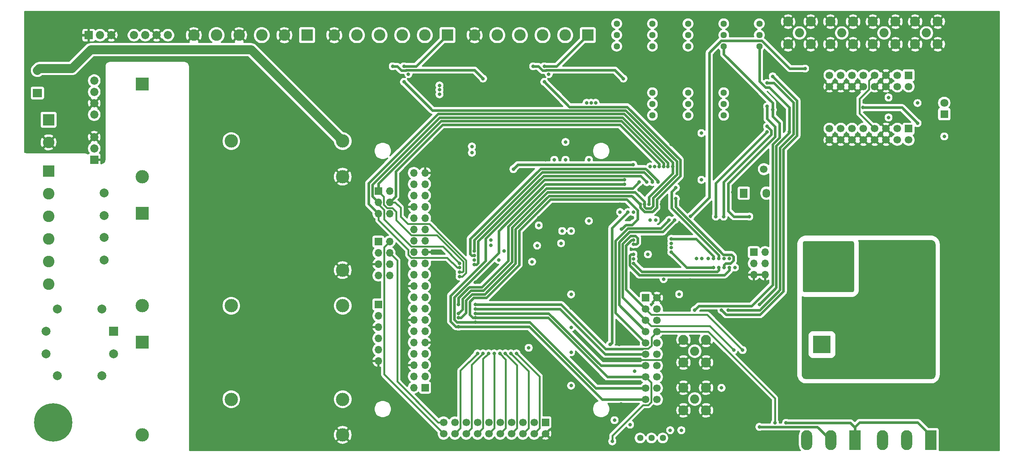
<source format=gbr>
G04 #@! TF.GenerationSoftware,KiCad,Pcbnew,5.1.6+dfsg1-1~bpo10+1*
G04 #@! TF.CreationDate,2020-08-30T14:56:19+02:00*
G04 #@! TF.ProjectId,RF-AMP-CNTLR_V1,52462d41-4d50-42d4-934e-544c525f5631,rev?*
G04 #@! TF.SameCoordinates,Original*
G04 #@! TF.FileFunction,Copper,L2,Inr*
G04 #@! TF.FilePolarity,Positive*
%FSLAX46Y46*%
G04 Gerber Fmt 4.6, Leading zero omitted, Abs format (unit mm)*
G04 Created by KiCad (PCBNEW 5.1.6+dfsg1-1~bpo10+1) date 2020-08-30 14:56:19*
%MOMM*%
%LPD*%
G01*
G04 APERTURE LIST*
G04 #@! TA.AperFunction,ViaPad*
%ADD10R,2.000000X2.000000*%
G04 #@! TD*
G04 #@! TA.AperFunction,ViaPad*
%ADD11C,2.000000*%
G04 #@! TD*
G04 #@! TA.AperFunction,ViaPad*
%ADD12C,1.850000*%
G04 #@! TD*
G04 #@! TA.AperFunction,ViaPad*
%ADD13R,1.850000X1.850000*%
G04 #@! TD*
G04 #@! TA.AperFunction,ViaPad*
%ADD14C,8.600000*%
G04 #@! TD*
G04 #@! TA.AperFunction,ViaPad*
%ADD15C,3.000000*%
G04 #@! TD*
G04 #@! TA.AperFunction,ViaPad*
%ADD16R,3.000000X3.000000*%
G04 #@! TD*
G04 #@! TA.AperFunction,ViaPad*
%ADD17C,2.600000*%
G04 #@! TD*
G04 #@! TA.AperFunction,ViaPad*
%ADD18R,2.600000X2.600000*%
G04 #@! TD*
G04 #@! TA.AperFunction,ViaPad*
%ADD19R,1.800000X1.800000*%
G04 #@! TD*
G04 #@! TA.AperFunction,ViaPad*
%ADD20C,1.800000*%
G04 #@! TD*
G04 #@! TA.AperFunction,ViaPad*
%ADD21R,1.700000X1.700000*%
G04 #@! TD*
G04 #@! TA.AperFunction,ViaPad*
%ADD22C,1.700000*%
G04 #@! TD*
G04 #@! TA.AperFunction,ViaPad*
%ADD23O,1.700000X1.700000*%
G04 #@! TD*
G04 #@! TA.AperFunction,ViaPad*
%ADD24R,4.000000X4.000000*%
G04 #@! TD*
G04 #@! TA.AperFunction,ViaPad*
%ADD25C,4.000000*%
G04 #@! TD*
G04 #@! TA.AperFunction,ViaPad*
%ADD26C,2.250000*%
G04 #@! TD*
G04 #@! TA.AperFunction,ViaPad*
%ADD27C,2.050000*%
G04 #@! TD*
G04 #@! TA.AperFunction,ViaPad*
%ADD28O,2.500000X4.500000*%
G04 #@! TD*
G04 #@! TA.AperFunction,ViaPad*
%ADD29R,2.500000X4.500000*%
G04 #@! TD*
G04 #@! TA.AperFunction,ViaPad*
%ADD30C,1.440000*%
G04 #@! TD*
G04 #@! TA.AperFunction,ViaPad*
%ADD31R,2.000000X1.905000*%
G04 #@! TD*
G04 #@! TA.AperFunction,ViaPad*
%ADD32O,2.000000X1.905000*%
G04 #@! TD*
G04 #@! TA.AperFunction,ViaPad*
%ADD33C,3.200000*%
G04 #@! TD*
G04 #@! TA.AperFunction,ViaPad*
%ADD34C,0.100000*%
G04 #@! TD*
G04 #@! TA.AperFunction,ViaPad*
%ADD35R,1.730000X2.030000*%
G04 #@! TD*
G04 #@! TA.AperFunction,ViaPad*
%ADD36O,1.730000X2.030000*%
G04 #@! TD*
G04 #@! TA.AperFunction,ViaPad*
%ADD37C,0.800000*%
G04 #@! TD*
G04 #@! TA.AperFunction,Conductor*
%ADD38C,0.400000*%
G04 #@! TD*
G04 #@! TA.AperFunction,Conductor*
%ADD39C,0.600000*%
G04 #@! TD*
G04 #@! TA.AperFunction,Conductor*
%ADD40C,2.000000*%
G04 #@! TD*
G04 #@! TA.AperFunction,Conductor*
%ADD41C,0.300000*%
G04 #@! TD*
G04 #@! TA.AperFunction,Conductor*
%ADD42C,0.254000*%
G04 #@! TD*
G04 APERTURE END LIST*
D10*
X40600000Y-122500000D03*
D11*
X40600000Y-127600000D03*
X25400000Y-122500000D03*
X25400000Y-127600000D03*
D12*
X45160000Y-56000000D03*
X40080000Y-56000000D03*
X52780000Y-56000000D03*
X50240000Y-56000000D03*
X47700000Y-56000000D03*
X37540000Y-56000000D03*
D13*
X35000000Y-56000000D03*
D14*
X27000000Y-143000000D03*
X233000000Y-143000000D03*
X233000000Y-57000000D03*
X27000000Y-57000000D03*
D11*
X28000000Y-117500000D03*
X38000000Y-117500000D03*
X38000000Y-132500000D03*
X28000000Y-132500000D03*
D15*
X92000000Y-87800000D03*
X47000000Y-87800000D03*
X92000000Y-79800000D03*
D16*
X47000000Y-67000000D03*
X47000000Y-96000000D03*
D15*
X92000000Y-108800000D03*
X47000000Y-116800000D03*
X92000000Y-116800000D03*
X92000000Y-145800000D03*
X47000000Y-145800000D03*
X92000000Y-137800000D03*
D16*
X47000000Y-125000000D03*
D11*
X38500000Y-96500000D03*
X38500000Y-91420000D03*
X38500000Y-101420000D03*
X38500000Y-106500000D03*
D17*
X26000000Y-111900000D03*
X26000000Y-106820000D03*
X26000000Y-101740000D03*
X26000000Y-96660000D03*
X26000000Y-91580000D03*
D18*
X26000000Y-86500000D03*
X84000000Y-56000000D03*
D17*
X78920000Y-56000000D03*
X73840000Y-56000000D03*
X68760000Y-56000000D03*
X63680000Y-56000000D03*
X58600000Y-56000000D03*
D18*
X26000000Y-75000000D03*
D17*
X26000000Y-80080000D03*
D18*
X115500000Y-56000000D03*
D17*
X110420000Y-56000000D03*
X105340000Y-56000000D03*
X100260000Y-56000000D03*
X95180000Y-56000000D03*
X90100000Y-56000000D03*
X121600000Y-56000000D03*
X126680000Y-56000000D03*
X131760000Y-56000000D03*
X136840000Y-56000000D03*
X141920000Y-56000000D03*
D18*
X147000000Y-56000000D03*
D19*
X227000000Y-73750000D03*
D20*
X227000000Y-71210000D03*
D21*
X219000000Y-77000000D03*
D22*
X219000000Y-79540000D03*
X216460000Y-77000000D03*
X216460000Y-79540000D03*
X213920000Y-77000000D03*
X213920000Y-79540000D03*
X211380000Y-77000000D03*
X211380000Y-79540000D03*
X208840000Y-77000000D03*
X208840000Y-79540000D03*
X206300000Y-77000000D03*
X206300000Y-79540000D03*
X203760000Y-77000000D03*
X203760000Y-79540000D03*
X201220000Y-77000000D03*
X201220000Y-79540000D03*
X201220000Y-67540000D03*
X201220000Y-65000000D03*
X203760000Y-67540000D03*
X203760000Y-65000000D03*
X206300000Y-67540000D03*
X206300000Y-65000000D03*
X208840000Y-67540000D03*
X208840000Y-65000000D03*
X211380000Y-67540000D03*
X211380000Y-65000000D03*
X213920000Y-67540000D03*
X213920000Y-65000000D03*
X216460000Y-67540000D03*
X216460000Y-65000000D03*
X219000000Y-67540000D03*
D21*
X219000000Y-65000000D03*
X110500000Y-135200000D03*
D23*
X107960000Y-135200000D03*
X110500000Y-132660000D03*
X107960000Y-132660000D03*
X110500000Y-130120000D03*
X107960000Y-130120000D03*
X110500000Y-127580000D03*
X107960000Y-127580000D03*
X110500000Y-125040000D03*
X107960000Y-125040000D03*
X110500000Y-122500000D03*
X107960000Y-122500000D03*
X110500000Y-119960000D03*
X107960000Y-119960000D03*
X110500000Y-117420000D03*
X107960000Y-117420000D03*
X110500000Y-114880000D03*
X107960000Y-114880000D03*
X110500000Y-112340000D03*
X107960000Y-112340000D03*
X110500000Y-109800000D03*
X107960000Y-109800000D03*
X110500000Y-107260000D03*
X107960000Y-107260000D03*
X110500000Y-104720000D03*
X107960000Y-104720000D03*
X110500000Y-102180000D03*
X107960000Y-102180000D03*
X110500000Y-99640000D03*
X107960000Y-99640000D03*
X110500000Y-97100000D03*
X107960000Y-97100000D03*
X110500000Y-94560000D03*
X107960000Y-94560000D03*
X110500000Y-92020000D03*
X107960000Y-92020000D03*
X110500000Y-89480000D03*
X107960000Y-89480000D03*
X110500000Y-86940000D03*
X107960000Y-86940000D03*
D13*
X36250000Y-84000000D03*
D12*
X36250000Y-81460000D03*
X36250000Y-71300000D03*
X36250000Y-68760000D03*
X36250000Y-66220000D03*
X36250000Y-78920000D03*
X36250000Y-73840000D03*
D24*
X199500000Y-125500000D03*
D25*
X189500000Y-125500000D03*
X230500000Y-126000000D03*
D24*
X220500000Y-126000000D03*
D26*
X220460000Y-52960000D03*
X225540000Y-52960000D03*
X225540000Y-58040000D03*
X220460000Y-58040000D03*
D27*
X223000000Y-55500000D03*
X213500000Y-55500000D03*
D26*
X210960000Y-58040000D03*
X216040000Y-58040000D03*
X216040000Y-52960000D03*
X210960000Y-52960000D03*
X201460000Y-52960000D03*
X206540000Y-52960000D03*
X206540000Y-58040000D03*
X201460000Y-58040000D03*
D27*
X204000000Y-55500000D03*
X194500000Y-55500000D03*
D26*
X191960000Y-58040000D03*
X197040000Y-58040000D03*
X197040000Y-52960000D03*
X191960000Y-52960000D03*
X168460000Y-140290000D03*
X168460000Y-135210000D03*
X173540000Y-135210000D03*
X173540000Y-140290000D03*
D27*
X171000000Y-137750000D03*
X171000000Y-127000000D03*
D26*
X173540000Y-129540000D03*
X173540000Y-124460000D03*
X168460000Y-124460000D03*
X168460000Y-129540000D03*
D22*
X162540000Y-137860000D03*
X160000000Y-137860000D03*
X162540000Y-135320000D03*
X160000000Y-135320000D03*
X162540000Y-132780000D03*
X160000000Y-132780000D03*
X162540000Y-130240000D03*
X160000000Y-130240000D03*
X162540000Y-127700000D03*
X160000000Y-127700000D03*
X162540000Y-125160000D03*
X160000000Y-125160000D03*
X162540000Y-122620000D03*
X160000000Y-122620000D03*
X162540000Y-120080000D03*
X160000000Y-120080000D03*
X162540000Y-117540000D03*
X160000000Y-117540000D03*
X162540000Y-115000000D03*
D21*
X160000000Y-115000000D03*
X137500000Y-143000000D03*
D22*
X137500000Y-145540000D03*
X134960000Y-143000000D03*
X134960000Y-145540000D03*
X132420000Y-143000000D03*
X132420000Y-145540000D03*
X129880000Y-143000000D03*
X129880000Y-145540000D03*
X127340000Y-143000000D03*
X127340000Y-145540000D03*
X124800000Y-143000000D03*
X124800000Y-145540000D03*
X122260000Y-143000000D03*
X122260000Y-145540000D03*
X119720000Y-143000000D03*
X119720000Y-145540000D03*
X117180000Y-143000000D03*
X117180000Y-145540000D03*
X114640000Y-143000000D03*
X114640000Y-145540000D03*
D21*
X100000000Y-102380000D03*
D23*
X102540000Y-102380000D03*
X100000000Y-104920000D03*
X102540000Y-104920000D03*
X100000000Y-107460000D03*
X102540000Y-107460000D03*
X100000000Y-110000000D03*
X102540000Y-110000000D03*
D21*
X100000000Y-116500000D03*
D23*
X100000000Y-119040000D03*
X100000000Y-121580000D03*
X100000000Y-124120000D03*
X100000000Y-126660000D03*
X100000000Y-129200000D03*
X186790000Y-109830000D03*
X184250000Y-109830000D03*
X186790000Y-107290000D03*
X184250000Y-107290000D03*
X186790000Y-104750000D03*
D21*
X184250000Y-104750000D03*
X100000000Y-91000000D03*
D23*
X102540000Y-91000000D03*
X100000000Y-93540000D03*
X102540000Y-93540000D03*
X100000000Y-96080000D03*
X102540000Y-96080000D03*
D28*
X213100000Y-147000000D03*
X218550000Y-147000000D03*
D29*
X224000000Y-147000000D03*
X207000000Y-147000000D03*
D28*
X201550000Y-147000000D03*
X196100000Y-147000000D03*
D30*
X185500000Y-58500000D03*
X185500000Y-55960000D03*
X185500000Y-53420000D03*
X177500000Y-58500000D03*
X177500000Y-55960000D03*
X177500000Y-53420000D03*
X169500000Y-68920000D03*
X169500000Y-71460000D03*
X169500000Y-74000000D03*
X161500000Y-53420000D03*
X161500000Y-55960000D03*
X161500000Y-58500000D03*
X153500000Y-58500000D03*
X153500000Y-55960000D03*
X153500000Y-53420000D03*
X163830000Y-146500000D03*
X161290000Y-146500000D03*
X158750000Y-146500000D03*
X169500000Y-58500000D03*
X169500000Y-55960000D03*
X169500000Y-53420000D03*
X177500000Y-68920000D03*
X177500000Y-71460000D03*
X177500000Y-74000000D03*
X161500000Y-74000000D03*
X161500000Y-71460000D03*
X161500000Y-68920000D03*
D31*
X23500000Y-69000000D03*
D32*
X23500000Y-66460000D03*
X23500000Y-63920000D03*
D33*
X197000000Y-104000000D03*
X205000000Y-104000000D03*
X197000000Y-112000000D03*
X205000000Y-112000000D03*
G04 #@! TA.AperFunction,ViaPad*
D34*
G36*
X206347545Y-102259607D02*
G01*
X206441342Y-102288060D01*
X206527785Y-102334265D01*
X206603553Y-102396447D01*
X206665735Y-102472215D01*
X206711940Y-102558658D01*
X206740393Y-102652455D01*
X206750000Y-102750000D01*
X206750000Y-113250000D01*
X206740393Y-113347545D01*
X206711940Y-113441342D01*
X206665735Y-113527785D01*
X206603553Y-113603553D01*
X206527785Y-113665735D01*
X206441342Y-113711940D01*
X206347545Y-113740393D01*
X206250000Y-113750000D01*
X195750000Y-113750000D01*
X195652455Y-113740393D01*
X195558658Y-113711940D01*
X195472215Y-113665735D01*
X195396447Y-113603553D01*
X195334265Y-113527785D01*
X195288060Y-113441342D01*
X195259607Y-113347545D01*
X195250000Y-113250000D01*
X195250000Y-102750000D01*
X195259607Y-102652455D01*
X195288060Y-102558658D01*
X195334265Y-102472215D01*
X195396447Y-102396447D01*
X195472215Y-102334265D01*
X195558658Y-102288060D01*
X195652455Y-102259607D01*
X195750000Y-102250000D01*
X206250000Y-102250000D01*
X206347545Y-102259607D01*
G37*
G04 #@! TD.AperFunction*
G04 #@! TA.AperFunction,ViaPad*
G36*
X206347545Y-84259607D02*
G01*
X206441342Y-84288060D01*
X206527785Y-84334265D01*
X206603553Y-84396447D01*
X206665735Y-84472215D01*
X206711940Y-84558658D01*
X206740393Y-84652455D01*
X206750000Y-84750000D01*
X206750000Y-95250000D01*
X206740393Y-95347545D01*
X206711940Y-95441342D01*
X206665735Y-95527785D01*
X206603553Y-95603553D01*
X206527785Y-95665735D01*
X206441342Y-95711940D01*
X206347545Y-95740393D01*
X206250000Y-95750000D01*
X195750000Y-95750000D01*
X195652455Y-95740393D01*
X195558658Y-95711940D01*
X195472215Y-95665735D01*
X195396447Y-95603553D01*
X195334265Y-95527785D01*
X195288060Y-95441342D01*
X195259607Y-95347545D01*
X195250000Y-95250000D01*
X195250000Y-84750000D01*
X195259607Y-84652455D01*
X195288060Y-84558658D01*
X195334265Y-84472215D01*
X195396447Y-84396447D01*
X195472215Y-84334265D01*
X195558658Y-84288060D01*
X195652455Y-84259607D01*
X195750000Y-84250000D01*
X206250000Y-84250000D01*
X206347545Y-84259607D01*
G37*
G04 #@! TD.AperFunction*
D33*
X205000000Y-94000000D03*
X197000000Y-94000000D03*
X205000000Y-86000000D03*
X197000000Y-86000000D03*
X215000000Y-104000000D03*
X223000000Y-104000000D03*
X215000000Y-112000000D03*
X223000000Y-112000000D03*
G04 #@! TA.AperFunction,ViaPad*
D34*
G36*
X224347545Y-102259607D02*
G01*
X224441342Y-102288060D01*
X224527785Y-102334265D01*
X224603553Y-102396447D01*
X224665735Y-102472215D01*
X224711940Y-102558658D01*
X224740393Y-102652455D01*
X224750000Y-102750000D01*
X224750000Y-113250000D01*
X224740393Y-113347545D01*
X224711940Y-113441342D01*
X224665735Y-113527785D01*
X224603553Y-113603553D01*
X224527785Y-113665735D01*
X224441342Y-113711940D01*
X224347545Y-113740393D01*
X224250000Y-113750000D01*
X213750000Y-113750000D01*
X213652455Y-113740393D01*
X213558658Y-113711940D01*
X213472215Y-113665735D01*
X213396447Y-113603553D01*
X213334265Y-113527785D01*
X213288060Y-113441342D01*
X213259607Y-113347545D01*
X213250000Y-113250000D01*
X213250000Y-102750000D01*
X213259607Y-102652455D01*
X213288060Y-102558658D01*
X213334265Y-102472215D01*
X213396447Y-102396447D01*
X213472215Y-102334265D01*
X213558658Y-102288060D01*
X213652455Y-102259607D01*
X213750000Y-102250000D01*
X224250000Y-102250000D01*
X224347545Y-102259607D01*
G37*
G04 #@! TD.AperFunction*
G04 #@! TA.AperFunction,ViaPad*
G36*
X224347545Y-84259607D02*
G01*
X224441342Y-84288060D01*
X224527785Y-84334265D01*
X224603553Y-84396447D01*
X224665735Y-84472215D01*
X224711940Y-84558658D01*
X224740393Y-84652455D01*
X224750000Y-84750000D01*
X224750000Y-95250000D01*
X224740393Y-95347545D01*
X224711940Y-95441342D01*
X224665735Y-95527785D01*
X224603553Y-95603553D01*
X224527785Y-95665735D01*
X224441342Y-95711940D01*
X224347545Y-95740393D01*
X224250000Y-95750000D01*
X213750000Y-95750000D01*
X213652455Y-95740393D01*
X213558658Y-95711940D01*
X213472215Y-95665735D01*
X213396447Y-95603553D01*
X213334265Y-95527785D01*
X213288060Y-95441342D01*
X213259607Y-95347545D01*
X213250000Y-95250000D01*
X213250000Y-84750000D01*
X213259607Y-84652455D01*
X213288060Y-84558658D01*
X213334265Y-84472215D01*
X213396447Y-84396447D01*
X213472215Y-84334265D01*
X213558658Y-84288060D01*
X213652455Y-84259607D01*
X213750000Y-84250000D01*
X224250000Y-84250000D01*
X224347545Y-84259607D01*
G37*
G04 #@! TD.AperFunction*
D33*
X223000000Y-94000000D03*
X215000000Y-94000000D03*
X223000000Y-86000000D03*
X215000000Y-86000000D03*
D35*
X182000000Y-91500000D03*
D36*
X184540000Y-91500000D03*
X187080000Y-91500000D03*
D37*
X179500000Y-91250000D03*
X200200000Y-71900000D03*
X191000000Y-72750000D03*
X191000000Y-65250000D03*
X154250000Y-94000000D03*
X163500000Y-94000000D03*
X158500000Y-90750000D03*
X160500000Y-142500000D03*
X147000000Y-113000000D03*
X146000000Y-124500000D03*
X148250000Y-126750000D03*
X154000000Y-125500000D03*
X137500000Y-84000000D03*
X136000000Y-97000000D03*
X130250000Y-81000000D03*
X137500000Y-100750000D03*
X90750000Y-130250000D03*
X83500000Y-127500000D03*
X135750000Y-64750000D03*
X104250000Y-64750000D03*
X127500000Y-90000000D03*
X133750000Y-127500000D03*
X121750000Y-111500000D03*
X156250000Y-69250000D03*
X134000000Y-70500000D03*
X218000000Y-71250000D03*
X171000000Y-90000000D03*
X192250000Y-83750000D03*
X183750000Y-69000000D03*
X124750000Y-69250000D03*
X147250000Y-119000000D03*
X147250000Y-132000000D03*
X154500000Y-138900000D03*
X157000000Y-97000000D03*
X148500000Y-97750000D03*
X165750000Y-80500000D03*
X143250000Y-117250000D03*
X170000000Y-113500000D03*
X170000000Y-111000000D03*
X177600000Y-113500000D03*
X176600000Y-101000000D03*
X118750000Y-84000000D03*
X168750000Y-100000000D03*
X67000000Y-144250000D03*
X160000000Y-65000000D03*
X67000000Y-86250000D03*
X67000000Y-110250000D03*
X145500000Y-139250000D03*
X118750000Y-87500000D03*
X118750000Y-103000000D03*
D22*
X186500000Y-86100000D03*
D37*
X113724990Y-68275010D03*
X113724990Y-67275010D03*
X165500000Y-144750000D03*
D15*
X67000000Y-79800000D03*
D37*
X113724990Y-69275010D03*
X146750000Y-71200000D03*
X148750000Y-71200000D03*
X147750000Y-71200000D03*
X153000000Y-142500000D03*
D15*
X67000000Y-116800000D03*
D37*
X156500000Y-143500000D03*
X227000000Y-78750000D03*
X154250000Y-95750000D03*
D15*
X67000000Y-137800000D03*
D37*
X157500000Y-131500000D03*
X136000000Y-98750000D03*
X138250000Y-64750000D03*
X106750000Y-64750000D03*
X164000000Y-110800011D03*
X172500000Y-88500000D03*
X177000000Y-135250000D03*
X133750000Y-126250000D03*
X172500000Y-78000000D03*
X134500000Y-106899989D03*
X185500000Y-144000000D03*
X121500000Y-106500000D03*
X143250000Y-127250000D03*
X156000000Y-95750000D03*
X152000000Y-125500000D03*
X187250000Y-77750000D03*
X175750000Y-96750000D03*
X142000000Y-80000000D03*
X185500000Y-116500000D03*
X192250000Y-77750000D03*
X177500000Y-96750000D03*
X187261404Y-76488596D03*
X147250000Y-84000000D03*
X171000000Y-117750000D03*
X188511404Y-72761404D03*
X139500000Y-84000000D03*
X183250000Y-96750000D03*
X187250000Y-72000000D03*
X141000000Y-102750000D03*
X187190000Y-66750000D03*
X178500000Y-117750000D03*
X188500000Y-65250000D03*
X177000000Y-117750000D03*
X118250000Y-108250000D03*
X166056382Y-85481206D03*
X160750013Y-93999996D03*
X130300000Y-86100000D03*
X157250000Y-95750000D03*
X157200000Y-85100000D03*
X121750000Y-120500000D03*
X155243842Y-89524634D03*
X118000000Y-121500000D03*
X155250000Y-88500011D03*
X143250000Y-134750000D03*
X121500000Y-107500000D03*
X160250000Y-89000000D03*
X143250000Y-114250000D03*
X121500000Y-104500000D03*
X161500000Y-89000000D03*
X143250000Y-121700000D03*
X121500000Y-105500000D03*
X162750000Y-89000000D03*
X118250000Y-110250000D03*
X163000000Y-85500000D03*
X118250000Y-109250000D03*
X164000000Y-85500000D03*
X118250000Y-107250000D03*
X165000000Y-85500000D03*
X131000000Y-127500000D03*
X129750000Y-127500000D03*
X128500000Y-127500000D03*
X127250000Y-127500000D03*
X126000000Y-127500000D03*
X124750000Y-127500000D03*
X123500000Y-127500000D03*
X122250000Y-127500000D03*
X161000000Y-85500000D03*
X160999987Y-97500000D03*
X121000000Y-82400000D03*
X162000000Y-85500000D03*
X162249996Y-97500000D03*
X121000000Y-81000000D03*
X121750000Y-119500000D03*
X152500000Y-147250000D03*
X154563603Y-99563603D03*
X121750000Y-118499987D03*
X158750000Y-94000000D03*
X118000000Y-119500000D03*
X137250000Y-66500000D03*
X121750000Y-117499974D03*
X159750013Y-94000000D03*
X118000000Y-118500000D03*
X105750000Y-66500000D03*
X165250000Y-97500000D03*
X214500000Y-70000000D03*
X121750000Y-116499961D03*
X118000000Y-116500000D03*
X158500000Y-89000000D03*
X189000000Y-143099990D03*
X214500000Y-74500000D03*
X166511404Y-97511404D03*
X157250000Y-103000000D03*
X179750000Y-126750000D03*
X157250000Y-102000000D03*
X125250000Y-103250000D03*
X181750000Y-126750000D03*
X171400000Y-106200000D03*
X172600000Y-106200000D03*
X174000000Y-106200000D03*
X157300054Y-106250000D03*
X167500000Y-114200000D03*
X168000000Y-144750000D03*
X175200000Y-106200000D03*
X165750000Y-101750000D03*
X165750000Y-102750000D03*
X180000000Y-108200000D03*
X176400000Y-108200000D03*
X157300054Y-107250000D03*
X142000000Y-84000000D03*
X195750000Y-63500000D03*
X170077097Y-96672903D03*
X147250000Y-97750000D03*
X141250000Y-100000000D03*
X143250000Y-100000000D03*
X135630000Y-103270000D03*
X178800000Y-106200000D03*
X160500000Y-105250000D03*
X178800000Y-108200000D03*
X157250000Y-105250000D03*
X103250000Y-63000000D03*
X123500000Y-65750000D03*
X134750000Y-63000000D03*
X155000000Y-65750000D03*
X175200000Y-108200000D03*
X165750000Y-104750000D03*
X177600000Y-106200000D03*
X165745614Y-103750000D03*
X105750000Y-63000000D03*
X137250000Y-63000000D03*
X177600000Y-108200000D03*
X166750000Y-92750000D03*
X176400000Y-106200000D03*
X166750000Y-90250000D03*
X191500000Y-143099990D03*
X208750000Y-72250000D03*
X221000000Y-71250000D03*
X221000000Y-75750000D03*
X127000000Y-106500000D03*
X128250000Y-104500000D03*
X125250000Y-102000000D03*
D38*
X163969999Y-128950001D02*
X168460000Y-124460000D01*
X150450001Y-128950001D02*
X163969999Y-128950001D01*
X148250000Y-126750000D02*
X150450001Y-128950001D01*
D39*
X198500000Y-144000000D02*
X185500000Y-144000000D01*
X201550000Y-147000000D02*
X201500000Y-147000000D01*
X201500000Y-147000000D02*
X198500000Y-144000000D01*
X152400000Y-99350000D02*
X156000000Y-95750000D01*
X152000000Y-125500000D02*
X152400000Y-125100000D01*
X152400000Y-125100000D02*
X152400000Y-99350000D01*
X187250000Y-77750000D02*
X175750000Y-89250000D01*
X175750000Y-89250000D02*
X175750000Y-96750000D01*
X185500000Y-58500000D02*
X185500000Y-66392002D01*
X192250000Y-72250000D02*
X192250000Y-77750000D01*
X187700000Y-67750000D02*
X187750000Y-67750000D01*
X187750000Y-67750000D02*
X192250000Y-72250000D01*
X186857998Y-67750000D02*
X187750000Y-67750000D01*
X185500000Y-66392002D02*
X186857998Y-67750000D01*
X189299978Y-112700022D02*
X189299978Y-80831408D01*
X192250000Y-77881386D02*
X192250000Y-77750000D01*
X185500000Y-116500000D02*
X189299978Y-112700022D01*
X189299978Y-80831408D02*
X192250000Y-77881386D01*
X177500000Y-96750000D02*
X177500000Y-89000000D01*
X177500000Y-89000000D02*
X188150001Y-78349999D01*
X188150001Y-78349999D02*
X188150001Y-77377193D01*
X188150001Y-77377193D02*
X187261404Y-76488596D01*
X177500000Y-59518233D02*
X177500000Y-58500000D01*
X177500000Y-60250000D02*
X177500000Y-59518233D01*
X188500000Y-71250000D02*
X177500000Y-60250000D01*
X188500000Y-74250000D02*
X188500000Y-71250000D01*
X171900001Y-116849999D02*
X183750001Y-116849999D01*
X190000000Y-75750000D02*
X188500000Y-74250000D01*
X190000000Y-79000000D02*
X190000000Y-75750000D01*
X171000000Y-117750000D02*
X171900001Y-116849999D01*
X188499967Y-80500033D02*
X190000000Y-79000000D01*
X183750001Y-116849999D02*
X188499967Y-112100033D01*
X188499967Y-112100033D02*
X188499967Y-80500033D01*
X179750000Y-96750000D02*
X183250000Y-96750000D01*
X187250000Y-74802931D02*
X189000000Y-76552931D01*
X178500000Y-95500000D02*
X179750000Y-96750000D01*
X187250000Y-72000000D02*
X187250000Y-74802931D01*
X189000000Y-76552931D02*
X189000000Y-78868616D01*
X189000000Y-78868616D02*
X178500000Y-89368616D01*
X178500000Y-89368616D02*
X178500000Y-95500000D01*
X187190000Y-66750000D02*
X188750000Y-66750000D01*
X185582000Y-117750000D02*
X178500000Y-117750000D01*
X193150000Y-71150000D02*
X193150000Y-78218614D01*
X190099989Y-81268625D02*
X190099989Y-113232011D01*
X193150000Y-78218614D02*
X190099989Y-81268625D01*
X190099989Y-113232011D02*
X185582000Y-117750000D01*
X188750000Y-66750000D02*
X193150000Y-71150000D01*
X178050001Y-118800001D02*
X177000000Y-117750000D01*
X185663385Y-118800001D02*
X178050001Y-118800001D01*
X190900000Y-113563386D02*
X185663385Y-118800001D01*
X190900000Y-81600000D02*
X190900000Y-113563386D01*
X193950011Y-70700011D02*
X193950011Y-78549989D01*
X188500000Y-65250000D02*
X193950011Y-70700011D01*
X193950011Y-78549989D02*
X190900000Y-81600000D01*
D38*
X117684315Y-108250000D02*
X118250000Y-108250000D01*
X100000000Y-97500000D02*
X106709999Y-104209999D01*
X100000000Y-96080000D02*
X100000000Y-97500000D01*
X106709999Y-104209999D02*
X106709999Y-105359999D01*
X106709999Y-105359999D02*
X107359999Y-106009999D01*
X107359999Y-106009999D02*
X115444314Y-106009999D01*
X115444314Y-106009999D02*
X117684315Y-108250000D01*
D39*
X160750013Y-92368601D02*
X160750013Y-93999996D01*
X166056382Y-85481206D02*
X166056382Y-87062232D01*
X166056382Y-87062232D02*
X160750013Y-92368601D01*
X100000000Y-96080000D02*
X97849989Y-93929989D01*
X141937191Y-73699961D02*
X141937251Y-73700021D01*
X166056382Y-84580220D02*
X166056382Y-85481206D01*
X113405881Y-73699961D02*
X141937191Y-73699961D01*
X155176183Y-73700021D02*
X166056382Y-84580220D01*
X141937251Y-73700021D02*
X155176183Y-73700021D01*
X97849990Y-89255852D02*
X113405881Y-73699961D01*
X97849989Y-93929989D02*
X97849990Y-89255852D01*
X131300000Y-85100000D02*
X157200000Y-85100000D01*
X130300000Y-86100000D02*
X131300000Y-85100000D01*
X148820000Y-135320000D02*
X160000000Y-135320000D01*
X134000000Y-120500000D02*
X148820000Y-135320000D01*
X121750000Y-120500000D02*
X134000000Y-120500000D01*
X117600000Y-120500000D02*
X117000011Y-119900011D01*
X121750000Y-120500000D02*
X117600000Y-120500000D01*
X117000011Y-119900011D02*
X117000011Y-114868603D01*
X127000000Y-104868614D02*
X127000000Y-99968614D01*
X117000011Y-114868603D02*
X127000000Y-104868614D01*
X137443980Y-89524634D02*
X155243842Y-89524634D01*
X127000000Y-99968614D02*
X137443980Y-89524634D01*
X133868614Y-121500000D02*
X150228614Y-137860000D01*
X158797919Y-137860000D02*
X160000000Y-137860000D01*
X118000000Y-121500000D02*
X133868614Y-121500000D01*
X150228614Y-137860000D02*
X158797919Y-137860000D01*
X116200000Y-114537228D02*
X124087227Y-106650001D01*
X124087227Y-106650001D02*
X124087227Y-101712773D01*
X118000000Y-121500000D02*
X117400000Y-121500000D01*
X137299989Y-88500011D02*
X155250000Y-88500011D01*
X116200000Y-120300000D02*
X116200000Y-114537228D01*
X124087227Y-101712773D02*
X137299989Y-88500011D01*
X117400000Y-121500000D02*
X116200000Y-120300000D01*
X156105247Y-87600021D02*
X156105227Y-87600001D01*
X122400001Y-102268001D02*
X122400001Y-107165684D01*
X122065685Y-107500000D02*
X121500000Y-107500000D01*
X158850021Y-87600021D02*
X156105247Y-87600021D01*
X160250000Y-89000000D02*
X158850021Y-87600021D01*
X122400001Y-107165684D02*
X122065685Y-107500000D01*
X137068001Y-87600001D02*
X122400001Y-102268001D01*
X156105227Y-87600001D02*
X137068001Y-87600001D01*
X161500000Y-88657851D02*
X159642160Y-86800011D01*
X161500000Y-89000000D02*
X161500000Y-88657851D01*
X121500000Y-102036616D02*
X121500000Y-104500000D01*
X159642160Y-86800011D02*
X156436623Y-86800011D01*
X136736626Y-86799990D02*
X121500000Y-102036616D01*
X156436623Y-86800011D02*
X156436602Y-86799990D01*
X156436602Y-86799990D02*
X136736626Y-86799990D01*
X120599999Y-101805231D02*
X120599999Y-105165684D01*
X156767977Y-85999979D02*
X136405251Y-85999979D01*
X162750000Y-88776465D02*
X159973536Y-86000001D01*
X120599999Y-105165684D02*
X120934315Y-105500000D01*
X120934315Y-105500000D02*
X121500000Y-105500000D01*
X136405251Y-85999979D02*
X120599999Y-101805231D01*
X156767999Y-86000001D02*
X156767977Y-85999979D01*
X162750000Y-89000000D02*
X162750000Y-88776465D01*
X159973536Y-86000001D02*
X156767999Y-86000001D01*
D38*
X118815685Y-110250000D02*
X118250000Y-110250000D01*
X119650011Y-109415674D02*
X118815685Y-110250000D01*
X119650011Y-106617467D02*
X119650011Y-109415674D01*
X103790000Y-93540000D02*
X105000000Y-94750000D01*
X105000000Y-94750000D02*
X105000000Y-96750000D01*
X111422543Y-98389999D02*
X119650011Y-106617467D01*
X102540000Y-93540000D02*
X103790000Y-93540000D01*
X105000000Y-96750000D02*
X106639999Y-98389999D01*
X106639999Y-98389999D02*
X111422543Y-98389999D01*
D39*
X163000000Y-85500000D02*
X163000000Y-84917996D01*
X140943070Y-76099994D02*
X114400006Y-76099994D01*
X103890001Y-92189999D02*
X102540000Y-93540000D01*
X154182056Y-76100052D02*
X140943128Y-76100052D01*
X114400006Y-76099994D02*
X103890001Y-86609999D01*
X140943128Y-76100052D02*
X140943070Y-76099994D01*
X163000000Y-84917996D02*
X154182056Y-76100052D01*
X103890001Y-86609999D02*
X103890001Y-92189999D01*
D38*
X101979997Y-94829999D02*
X103140001Y-94829999D01*
X107399997Y-100929999D02*
X113114001Y-100929999D01*
X104000000Y-95689998D02*
X104000000Y-97530002D01*
X113114001Y-100929999D02*
X119050001Y-106865999D01*
X118815685Y-109250000D02*
X118250000Y-109250000D01*
X103140001Y-94829999D02*
X104000000Y-95689998D01*
X101250001Y-94100003D02*
X101979997Y-94829999D01*
X100000000Y-91000000D02*
X101250001Y-92250001D01*
X119050001Y-109015684D02*
X118815685Y-109250000D01*
X101250001Y-92250001D02*
X101250001Y-94100003D01*
X104000000Y-97530002D02*
X107399997Y-100929999D01*
X119050001Y-106865999D02*
X119050001Y-109015684D01*
D39*
X141274502Y-75300042D02*
X154513433Y-75300043D01*
X100000000Y-91000000D02*
X100000000Y-89368614D01*
X141274441Y-75299983D02*
X141274502Y-75300042D01*
X154513433Y-75300043D02*
X164000000Y-84786610D01*
X164000000Y-84786610D02*
X164000000Y-85500000D01*
X100000000Y-89368614D02*
X114068631Y-75299983D01*
X114068631Y-75299983D02*
X141274441Y-75299983D01*
D38*
X100000000Y-94000000D02*
X101289999Y-95289999D01*
X100000000Y-93540000D02*
X100000000Y-94000000D01*
X101289999Y-95289999D02*
X101289999Y-97360001D01*
X101289999Y-97360001D02*
X107399997Y-103469999D01*
X107399997Y-103469999D02*
X114469999Y-103469999D01*
X114469999Y-103469999D02*
X118250000Y-107250000D01*
D39*
X154844809Y-74500033D02*
X165000000Y-84655224D01*
X113737256Y-74499972D02*
X141605816Y-74499972D01*
X100000000Y-93540000D02*
X98650000Y-92190000D01*
X98650000Y-92190000D02*
X98650000Y-89587228D01*
X141605816Y-74499972D02*
X141605876Y-74500032D01*
X141605876Y-74500032D02*
X154844809Y-74500033D01*
X98650000Y-89587228D02*
X113737256Y-74499972D01*
X165000000Y-84655224D02*
X165000000Y-85500000D01*
D38*
X113437919Y-143000000D02*
X114640000Y-143000000D01*
X102540000Y-104920000D02*
X104250000Y-106630000D01*
X104250000Y-133812081D02*
X113437919Y-143000000D01*
X104250000Y-106630000D02*
X104250000Y-133812081D01*
X101289999Y-132189999D02*
X114640000Y-145540000D01*
X101289999Y-103630001D02*
X101289999Y-132189999D01*
X102540000Y-102380000D02*
X101289999Y-103630001D01*
X136210001Y-132710001D02*
X131000000Y-127500000D01*
X134960000Y-145540000D02*
X136210001Y-144289999D01*
X136210001Y-144289999D02*
X136210001Y-132710001D01*
X133709999Y-144250001D02*
X133709999Y-131459999D01*
X133709999Y-131459999D02*
X129750000Y-127500000D01*
X132420000Y-145540000D02*
X133709999Y-144250001D01*
X131130001Y-144289999D02*
X131130001Y-130130001D01*
X131130001Y-130130001D02*
X128500000Y-127500000D01*
X129880000Y-145540000D02*
X131130001Y-144289999D01*
X128590001Y-144289999D02*
X127340000Y-145540000D01*
X128590001Y-128840001D02*
X128590001Y-144289999D01*
X127250000Y-127500000D02*
X128590001Y-128840001D01*
X126050001Y-144289999D02*
X124800000Y-145540000D01*
X126050001Y-142399999D02*
X126050001Y-144289999D01*
X126000000Y-142349998D02*
X126050001Y-142399999D01*
X126000000Y-127500000D02*
X126000000Y-142349998D01*
X123510001Y-144289999D02*
X122260000Y-145540000D01*
X123510001Y-128739999D02*
X123510001Y-144289999D01*
X124750000Y-127500000D02*
X123510001Y-128739999D01*
X123500000Y-127500000D02*
X120970001Y-130029999D01*
X120970001Y-130029999D02*
X120970001Y-144289999D01*
X120970001Y-144289999D02*
X119720000Y-145540000D01*
X122250000Y-127500000D02*
X118430001Y-131319999D01*
X118430001Y-131319999D02*
X118430001Y-144289999D01*
X118430001Y-144289999D02*
X117180000Y-145540000D01*
X210129999Y-66250001D02*
X211380000Y-65000000D01*
X210129999Y-68120001D02*
X210129999Y-66250001D01*
X207949999Y-70300001D02*
X210129999Y-68120001D01*
X207949999Y-73569999D02*
X207949999Y-70300001D01*
X211380000Y-77000000D02*
X207949999Y-73569999D01*
X152500000Y-146000000D02*
X152500000Y-147250000D01*
X159394999Y-139105001D02*
X152500000Y-146000000D01*
X159399999Y-139110001D02*
X159394999Y-139105001D01*
X160600001Y-139110001D02*
X159399999Y-139110001D01*
X161250001Y-138460001D02*
X160600001Y-139110001D01*
X160000000Y-132780000D02*
X161250001Y-134030001D01*
X161250001Y-134030001D02*
X161250001Y-137249999D01*
X161250001Y-137249999D02*
X161245001Y-137254999D01*
X161250001Y-137259999D02*
X161250001Y-138460001D01*
X161245001Y-137254999D02*
X161250001Y-137259999D01*
D39*
X121750000Y-119500000D02*
X138110614Y-119500000D01*
X151390614Y-132780000D02*
X160000000Y-132780000D01*
X138110614Y-119500000D02*
X151390614Y-132780000D01*
X155527216Y-98599990D02*
X154563603Y-99563603D01*
X138631387Y-92900000D02*
X155732002Y-92900000D01*
X131600043Y-99931344D02*
X138631387Y-92900000D01*
X155732002Y-92900000D02*
X158150001Y-95317999D01*
X131600043Y-107626117D02*
X131600043Y-99931344D01*
X156900010Y-98599990D02*
X155527216Y-98599990D01*
X158150001Y-97349999D02*
X156900010Y-98599990D01*
X121750000Y-119500000D02*
X121184315Y-119500000D01*
X158150001Y-95317999D02*
X158150001Y-97349999D01*
X121399996Y-115000004D02*
X124226156Y-115000004D01*
X120500022Y-118815707D02*
X120500022Y-115899978D01*
X121184315Y-119500000D02*
X120500022Y-118815707D01*
X120500022Y-115899978D02*
X121399996Y-115000004D01*
X124226156Y-115000004D02*
X131600043Y-107626117D01*
X142850000Y-72100000D02*
X137250000Y-66500000D01*
X155838934Y-72100000D02*
X142850000Y-72100000D01*
X167756393Y-84017459D02*
X155838934Y-72100000D01*
X158750000Y-94697058D02*
X159752949Y-95700007D01*
X158750000Y-94000000D02*
X158750000Y-94697058D01*
X159752949Y-95700007D02*
X161513389Y-95700006D01*
X167756393Y-87624991D02*
X167756393Y-84017459D01*
X162500000Y-94713395D02*
X162500000Y-92881384D01*
X161513389Y-95700006D02*
X162500000Y-94713395D01*
X162500000Y-92881384D02*
X167756393Y-87624991D01*
X149982000Y-130240000D02*
X160000000Y-130240000D01*
X138241987Y-118499987D02*
X149982000Y-130240000D01*
X121750000Y-118499987D02*
X138241987Y-118499987D01*
X121062779Y-114199993D02*
X119700011Y-115562761D01*
X158750000Y-94000000D02*
X156849989Y-92099989D01*
X119700011Y-115562761D02*
X119700011Y-118365674D01*
X156849989Y-92099989D02*
X138300012Y-92099989D01*
X119700011Y-118365674D02*
X118565685Y-119500000D01*
X138300012Y-92099989D02*
X130800032Y-99599969D01*
X118565685Y-119500000D02*
X118000000Y-119500000D01*
X123894781Y-114199993D02*
X121062779Y-114199993D01*
X130800032Y-107294742D02*
X123894781Y-114199993D01*
X130800032Y-99599969D02*
X130800032Y-107294742D01*
X140749974Y-117499974D02*
X150950000Y-127700000D01*
X121750000Y-117499974D02*
X140749974Y-117499974D01*
X150950000Y-127700000D02*
X160000000Y-127700000D01*
X120731403Y-113399983D02*
X118900000Y-115231386D01*
X130000021Y-106963367D02*
X123563406Y-113399982D01*
X118900000Y-115231386D02*
X118900000Y-117600000D01*
X123563406Y-113399982D02*
X120731403Y-113399983D01*
X137968636Y-91299979D02*
X130000021Y-99268594D01*
X159750013Y-94000000D02*
X159750013Y-93434315D01*
X118900000Y-117600000D02*
X118000000Y-118500000D01*
X157615677Y-91299979D02*
X137968636Y-91299979D01*
X159750013Y-93434315D02*
X157615677Y-91299979D01*
X130000021Y-99268594D02*
X130000021Y-106963367D01*
X161699990Y-92550008D02*
X166956382Y-87293616D01*
X159750013Y-94565685D02*
X160084324Y-94899996D01*
X142268626Y-72900010D02*
X142268566Y-72899950D01*
X159750013Y-94000000D02*
X159750013Y-94565685D01*
X160084324Y-94899996D02*
X161182013Y-94899996D01*
X166956382Y-87293616D02*
X166956382Y-84348834D01*
X161699989Y-94382020D02*
X161699990Y-92550008D01*
X155507558Y-72900010D02*
X142268626Y-72900010D01*
X161182013Y-94899996D02*
X161699989Y-94382020D01*
X166956382Y-84348834D02*
X155507558Y-72900010D01*
X142268566Y-72899950D02*
X112149950Y-72899950D01*
X112149950Y-72899950D02*
X105750000Y-66500000D01*
X153200000Y-118360000D02*
X160000000Y-125160000D01*
X153200000Y-102200000D02*
X153200000Y-118360000D01*
X165250000Y-97500000D02*
X163350000Y-99400000D01*
X156000000Y-99400000D02*
X153200000Y-102200000D01*
X163350000Y-99400000D02*
X156000000Y-99400000D01*
D38*
X161289999Y-123870001D02*
X162540000Y-122620000D01*
X161289999Y-125720003D02*
X161289999Y-123870001D01*
X160560003Y-126449999D02*
X161289999Y-125720003D01*
X158050001Y-126449999D02*
X160560003Y-126449999D01*
D39*
X120400029Y-112599971D02*
X118000000Y-115000000D01*
X129150001Y-98987227D02*
X129150001Y-106682001D01*
X137712592Y-90424636D02*
X129150001Y-98987227D01*
X158500000Y-89000000D02*
X157075364Y-90424636D01*
X123232031Y-112599971D02*
X120400029Y-112599971D01*
X157075364Y-90424636D02*
X137712592Y-90424636D01*
X129150001Y-106682001D02*
X123232031Y-112599971D01*
X118000000Y-115000000D02*
X118000000Y-116500000D01*
X151000000Y-126500000D02*
X159250000Y-126500000D01*
X121750000Y-116499961D02*
X140999961Y-116499961D01*
X140999961Y-116499961D02*
X151000000Y-126500000D01*
D38*
X174020000Y-122620000D02*
X189000000Y-137600000D01*
X162540000Y-122620000D02*
X174020000Y-122620000D01*
X189000000Y-137600000D02*
X189000000Y-143099990D01*
D39*
X156331375Y-100200011D02*
X163822797Y-100200011D01*
X154000011Y-116620011D02*
X154000011Y-102531375D01*
X160000000Y-122620000D02*
X154000011Y-116620011D01*
X154000011Y-102531375D02*
X156331375Y-100200011D01*
X163822797Y-100200011D02*
X166511404Y-97511404D01*
D38*
X174330001Y-121330001D02*
X179750000Y-126750000D01*
X161250001Y-121330001D02*
X174330001Y-121330001D01*
X160000000Y-120080000D02*
X161250001Y-121330001D01*
D39*
X156562773Y-101099999D02*
X154800022Y-102862750D01*
X154800022Y-114880022D02*
X160000000Y-120080000D01*
X154800022Y-102862750D02*
X154800022Y-114880022D01*
X158150001Y-102665684D02*
X158150001Y-101567999D01*
X157682001Y-101099999D02*
X156562773Y-101099999D01*
X157815685Y-103000000D02*
X158150001Y-102665684D01*
X157250000Y-103000000D02*
X157815685Y-103000000D01*
X158150001Y-101567999D02*
X157682001Y-101099999D01*
D38*
X173790001Y-118790001D02*
X181750000Y-126750000D01*
X161250001Y-118790001D02*
X173790001Y-118790001D01*
X160000000Y-117540000D02*
X161250001Y-118790001D01*
D39*
X156794158Y-102000000D02*
X157250000Y-102000000D01*
X160000000Y-117540000D02*
X155600033Y-113140033D01*
X155600033Y-103194125D02*
X156794158Y-102000000D01*
X155600033Y-113140033D02*
X155600033Y-103194125D01*
X175200000Y-106200000D02*
X175250000Y-106150000D01*
X171315685Y-101750000D02*
X165750000Y-101750000D01*
X175200000Y-105634315D02*
X171315685Y-101750000D01*
X175200000Y-106200000D02*
X175200000Y-105634315D01*
X159150055Y-109100001D02*
X157300054Y-107250000D01*
X176400000Y-108200000D02*
X176400000Y-108765685D01*
X176065684Y-109100001D02*
X159150055Y-109100001D01*
X176400000Y-108765685D02*
X176065684Y-109100001D01*
X174250000Y-92500000D02*
X170077097Y-96672903D01*
X176914399Y-57279999D02*
X174250000Y-59944398D01*
X186085601Y-57279999D02*
X176914399Y-57279999D01*
X195750000Y-63500000D02*
X192305602Y-63500000D01*
X174250000Y-59944398D02*
X174250000Y-92500000D01*
X192305602Y-63500000D02*
X186085601Y-57279999D01*
X156684315Y-105250000D02*
X157250000Y-105250000D01*
X178800000Y-108200000D02*
X178800000Y-108765685D01*
X158568009Y-109900011D02*
X156400044Y-107732046D01*
X177665674Y-109900011D02*
X158568009Y-109900011D01*
X156400044Y-105534271D02*
X156684315Y-105250000D01*
X156400044Y-107732046D02*
X156400044Y-105534271D01*
X178800000Y-108765685D02*
X177665674Y-109900011D01*
X105150001Y-63900001D02*
X106182001Y-63900001D01*
X106182001Y-63900001D02*
X106232003Y-63849999D01*
X104250000Y-63000000D02*
X105150001Y-63900001D01*
X106232003Y-63849999D02*
X121599999Y-63849999D01*
X121599999Y-63849999D02*
X123500000Y-65750000D01*
X103250000Y-63000000D02*
X104250000Y-63000000D01*
X137599999Y-63900001D02*
X137650001Y-63849999D01*
X136817999Y-63900001D02*
X137599999Y-63900001D01*
X135917998Y-63000000D02*
X136817999Y-63900001D01*
X134750000Y-63000000D02*
X135917998Y-63000000D01*
X137650001Y-63849999D02*
X153099999Y-63849999D01*
X153099999Y-63849999D02*
X155000000Y-65750000D01*
X169200000Y-108200000D02*
X175200000Y-108200000D01*
X165750000Y-104750000D02*
X169200000Y-108200000D01*
X108500000Y-63000000D02*
X105750000Y-63000000D01*
X115500000Y-56000000D02*
X108500000Y-63000000D01*
X147000000Y-56000000D02*
X140000000Y-63000000D01*
X140000000Y-63000000D02*
X137250000Y-63000000D01*
D40*
X71450000Y-59250000D02*
X92000000Y-79800000D01*
X35500000Y-59250000D02*
X71450000Y-59250000D01*
X31250000Y-63500000D02*
X35500000Y-59250000D01*
X23500000Y-63920000D02*
X23920000Y-63500000D01*
X23920000Y-63500000D02*
X31250000Y-63500000D01*
D39*
X179232001Y-105299999D02*
X179700001Y-105767999D01*
X177934316Y-107299999D02*
X177600000Y-107634315D01*
X179032003Y-107299999D02*
X177934316Y-107299999D01*
X166750000Y-92750000D02*
X166750000Y-94618614D01*
X179700001Y-105767999D02*
X179700001Y-106632001D01*
X177431385Y-105299999D02*
X179232001Y-105299999D01*
X166750000Y-94618614D02*
X177431385Y-105299999D01*
X177600000Y-107634315D02*
X177600000Y-108200000D01*
X179700001Y-106632001D02*
X179032003Y-107299999D01*
X166750000Y-90250000D02*
X165849999Y-91150001D01*
X165849999Y-91150001D02*
X165849999Y-94849999D01*
X165849999Y-94849999D02*
X176400000Y-105400000D01*
X176400000Y-105400000D02*
X176400000Y-106200000D01*
X207000000Y-144150000D02*
X205949990Y-143099990D01*
X205949990Y-143099990D02*
X191500000Y-143099990D01*
X207000000Y-147000000D02*
X207000000Y-144150000D01*
X224000000Y-146000000D02*
X224000000Y-147000000D01*
X221000000Y-143000000D02*
X224000000Y-146000000D01*
X208000000Y-143000000D02*
X221000000Y-143000000D01*
X207000000Y-147000000D02*
X207000000Y-144000000D01*
X207000000Y-144000000D02*
X208000000Y-143000000D01*
X217500000Y-72250000D02*
X221000000Y-75750000D01*
X208750000Y-72250000D02*
X217500000Y-72250000D01*
D41*
G36*
X239275000Y-149275000D02*
G01*
X225900683Y-149275000D01*
X225903145Y-149250000D01*
X225903145Y-144750000D01*
X225890595Y-144622578D01*
X225853427Y-144500052D01*
X225793070Y-144387132D01*
X225711843Y-144288157D01*
X225612868Y-144206930D01*
X225499948Y-144146573D01*
X225377422Y-144109405D01*
X225250000Y-144096855D01*
X223440358Y-144096855D01*
X221704750Y-142361248D01*
X221675001Y-142324999D01*
X221530345Y-142206282D01*
X221365308Y-142118068D01*
X221186232Y-142063746D01*
X221046665Y-142050000D01*
X221046654Y-142050000D01*
X221000000Y-142045405D01*
X220953346Y-142050000D01*
X208046657Y-142050000D01*
X208000000Y-142045405D01*
X207953343Y-142050000D01*
X207953335Y-142050000D01*
X207829720Y-142062175D01*
X207813767Y-142063746D01*
X207634691Y-142118068D01*
X207574970Y-142149990D01*
X207469655Y-142206282D01*
X207324999Y-142324999D01*
X207295250Y-142361248D01*
X206925000Y-142731498D01*
X206654740Y-142461238D01*
X206624991Y-142424989D01*
X206480335Y-142306272D01*
X206315298Y-142218058D01*
X206136222Y-142163736D01*
X205996655Y-142149990D01*
X205996644Y-142149990D01*
X205949990Y-142145395D01*
X205903336Y-142149990D01*
X191950280Y-142149990D01*
X191806274Y-142090340D01*
X191603416Y-142049990D01*
X191396584Y-142049990D01*
X191193726Y-142090340D01*
X191002638Y-142169492D01*
X190830664Y-142284401D01*
X190684411Y-142430654D01*
X190569502Y-142602628D01*
X190490350Y-142793716D01*
X190450000Y-142996574D01*
X190450000Y-143050000D01*
X190050000Y-143050000D01*
X190050000Y-142996574D01*
X190009650Y-142793716D01*
X189930498Y-142602628D01*
X189850000Y-142482154D01*
X189850000Y-137641740D01*
X189854111Y-137599999D01*
X189850000Y-137558258D01*
X189850000Y-137558251D01*
X189837700Y-137433371D01*
X189835655Y-137426627D01*
X189789097Y-137273145D01*
X189779398Y-137254999D01*
X189710168Y-137125481D01*
X189603948Y-136996052D01*
X189571521Y-136969440D01*
X180268473Y-127666392D01*
X180419336Y-127565589D01*
X180565589Y-127419336D01*
X180680498Y-127247362D01*
X180750000Y-127079571D01*
X180819502Y-127247362D01*
X180934411Y-127419336D01*
X181080664Y-127565589D01*
X181252638Y-127680498D01*
X181443726Y-127759650D01*
X181646584Y-127800000D01*
X181853416Y-127800000D01*
X182056274Y-127759650D01*
X182247362Y-127680498D01*
X182419336Y-127565589D01*
X182565589Y-127419336D01*
X182680498Y-127247362D01*
X182759650Y-127056274D01*
X182800000Y-126853416D01*
X182800000Y-126646584D01*
X182759650Y-126443726D01*
X182680498Y-126252638D01*
X182565589Y-126080664D01*
X182419336Y-125934411D01*
X182247362Y-125819502D01*
X182056274Y-125740350D01*
X181914165Y-125712084D01*
X174420567Y-118218487D01*
X174393949Y-118186053D01*
X174264520Y-118079833D01*
X174116856Y-118000904D01*
X173956630Y-117952301D01*
X173831750Y-117940001D01*
X173831742Y-117940001D01*
X173790001Y-117935890D01*
X173748260Y-117940001D01*
X172153502Y-117940001D01*
X172293504Y-117799999D01*
X175950000Y-117799999D01*
X175950000Y-117853416D01*
X175990350Y-118056274D01*
X176069502Y-118247362D01*
X176184411Y-118419336D01*
X176330664Y-118565589D01*
X176502638Y-118680498D01*
X176646647Y-118740149D01*
X177345255Y-119438758D01*
X177375000Y-119475002D01*
X177411243Y-119504746D01*
X177411246Y-119504749D01*
X177483134Y-119563746D01*
X177519656Y-119593719D01*
X177583230Y-119627700D01*
X177684692Y-119681933D01*
X177863768Y-119736255D01*
X177879721Y-119737826D01*
X178003336Y-119750001D01*
X178003344Y-119750001D01*
X178050001Y-119754596D01*
X178096658Y-119750001D01*
X185616731Y-119750001D01*
X185663385Y-119754596D01*
X185710039Y-119750001D01*
X185710050Y-119750001D01*
X185849617Y-119736255D01*
X186028693Y-119681933D01*
X186193730Y-119593719D01*
X186338386Y-119475002D01*
X186368135Y-119438753D01*
X191538757Y-114268132D01*
X191575001Y-114238387D01*
X191606511Y-114199993D01*
X191684691Y-114104730D01*
X191693718Y-114093731D01*
X191781932Y-113928694D01*
X191836254Y-113749618D01*
X191850000Y-113610051D01*
X191850000Y-113610041D01*
X191854595Y-113563386D01*
X191850000Y-113516732D01*
X191850000Y-103000000D01*
X193850000Y-103000000D01*
X193850000Y-132250000D01*
X193855538Y-132362722D01*
X193874753Y-132557812D01*
X193918732Y-132778914D01*
X193975637Y-132966507D01*
X194061910Y-133174789D01*
X194154320Y-133347676D01*
X194279567Y-133535122D01*
X194403930Y-133686659D01*
X194563341Y-133846070D01*
X194714878Y-133970433D01*
X194902324Y-134095680D01*
X195075211Y-134188090D01*
X195283493Y-134274363D01*
X195471086Y-134331268D01*
X195692188Y-134375247D01*
X195887278Y-134394462D01*
X196000000Y-134400000D01*
X224000000Y-134400000D01*
X224112722Y-134394462D01*
X224307812Y-134375247D01*
X224528914Y-134331268D01*
X224716507Y-134274363D01*
X224924789Y-134188090D01*
X225097676Y-134095680D01*
X225285122Y-133970433D01*
X225436659Y-133846070D01*
X225596070Y-133686659D01*
X225720433Y-133535122D01*
X225845680Y-133347676D01*
X225938090Y-133174789D01*
X226024363Y-132966507D01*
X226081268Y-132778914D01*
X226125247Y-132557812D01*
X226144462Y-132362722D01*
X226150000Y-132250000D01*
X226150000Y-103000000D01*
X226144462Y-102887278D01*
X226125247Y-102692188D01*
X226081268Y-102471086D01*
X226024363Y-102283493D01*
X225938090Y-102075211D01*
X225845680Y-101902324D01*
X225720433Y-101714878D01*
X225596070Y-101563341D01*
X225436659Y-101403930D01*
X225285122Y-101279567D01*
X225097676Y-101154320D01*
X224924789Y-101061910D01*
X224716507Y-100975637D01*
X224528914Y-100918732D01*
X224307812Y-100874753D01*
X224112722Y-100855538D01*
X224000000Y-100850000D01*
X196000000Y-100850000D01*
X195887278Y-100855538D01*
X195692188Y-100874753D01*
X195471086Y-100918732D01*
X195283493Y-100975637D01*
X195075211Y-101061910D01*
X194902324Y-101154320D01*
X194714878Y-101279567D01*
X194563341Y-101403930D01*
X194403930Y-101563341D01*
X194279567Y-101714878D01*
X194154320Y-101902324D01*
X194061910Y-102075211D01*
X193975637Y-102283493D01*
X193918732Y-102471086D01*
X193874753Y-102692188D01*
X193855538Y-102887278D01*
X193850000Y-103000000D01*
X191850000Y-103000000D01*
X191850000Y-81993502D01*
X193284536Y-80558966D01*
X200342456Y-80558966D01*
X200416909Y-80815489D01*
X200681176Y-80947656D01*
X200966150Y-81025728D01*
X201260879Y-81046703D01*
X201554037Y-81009777D01*
X201834358Y-80916369D01*
X202023091Y-80815489D01*
X202097544Y-80558966D01*
X202882456Y-80558966D01*
X202956909Y-80815489D01*
X203221176Y-80947656D01*
X203506150Y-81025728D01*
X203800879Y-81046703D01*
X204094037Y-81009777D01*
X204374358Y-80916369D01*
X204563091Y-80815489D01*
X204637544Y-80558966D01*
X205422456Y-80558966D01*
X205496909Y-80815489D01*
X205761176Y-80947656D01*
X206046150Y-81025728D01*
X206340879Y-81046703D01*
X206634037Y-81009777D01*
X206914358Y-80916369D01*
X207103091Y-80815489D01*
X207177544Y-80558966D01*
X207962456Y-80558966D01*
X208036909Y-80815489D01*
X208301176Y-80947656D01*
X208586150Y-81025728D01*
X208880879Y-81046703D01*
X209174037Y-81009777D01*
X209454358Y-80916369D01*
X209643091Y-80815489D01*
X209717544Y-80558966D01*
X210502456Y-80558966D01*
X210576909Y-80815489D01*
X210841176Y-80947656D01*
X211126150Y-81025728D01*
X211420879Y-81046703D01*
X211714037Y-81009777D01*
X211994358Y-80916369D01*
X212183091Y-80815489D01*
X212257544Y-80558966D01*
X213042456Y-80558966D01*
X213116909Y-80815489D01*
X213381176Y-80947656D01*
X213666150Y-81025728D01*
X213960879Y-81046703D01*
X214254037Y-81009777D01*
X214534358Y-80916369D01*
X214723091Y-80815489D01*
X214797544Y-80558966D01*
X213920000Y-79681421D01*
X213042456Y-80558966D01*
X212257544Y-80558966D01*
X211380000Y-79681421D01*
X210502456Y-80558966D01*
X209717544Y-80558966D01*
X208840000Y-79681421D01*
X207962456Y-80558966D01*
X207177544Y-80558966D01*
X206300000Y-79681421D01*
X205422456Y-80558966D01*
X204637544Y-80558966D01*
X203760000Y-79681421D01*
X202882456Y-80558966D01*
X202097544Y-80558966D01*
X201220000Y-79681421D01*
X200342456Y-80558966D01*
X193284536Y-80558966D01*
X194262623Y-79580879D01*
X199713297Y-79580879D01*
X199750223Y-79874037D01*
X199843631Y-80154358D01*
X199944511Y-80343091D01*
X200201034Y-80417544D01*
X201078579Y-79540000D01*
X201361421Y-79540000D01*
X202238966Y-80417544D01*
X202490000Y-80344684D01*
X202741034Y-80417544D01*
X203618579Y-79540000D01*
X203901421Y-79540000D01*
X204778966Y-80417544D01*
X205030000Y-80344684D01*
X205281034Y-80417544D01*
X206158579Y-79540000D01*
X206441421Y-79540000D01*
X207318966Y-80417544D01*
X207570000Y-80344684D01*
X207821034Y-80417544D01*
X208698579Y-79540000D01*
X208981421Y-79540000D01*
X209858966Y-80417544D01*
X210110000Y-80344684D01*
X210361034Y-80417544D01*
X211238579Y-79540000D01*
X211521421Y-79540000D01*
X212398966Y-80417544D01*
X212650000Y-80344684D01*
X212901034Y-80417544D01*
X213778579Y-79540000D01*
X212901034Y-78662456D01*
X212650000Y-78735316D01*
X212398966Y-78662456D01*
X211521421Y-79540000D01*
X211238579Y-79540000D01*
X210361034Y-78662456D01*
X210110000Y-78735316D01*
X209858966Y-78662456D01*
X208981421Y-79540000D01*
X208698579Y-79540000D01*
X207821034Y-78662456D01*
X207570000Y-78735316D01*
X207318966Y-78662456D01*
X206441421Y-79540000D01*
X206158579Y-79540000D01*
X205281034Y-78662456D01*
X205030000Y-78735316D01*
X204778966Y-78662456D01*
X203901421Y-79540000D01*
X203618579Y-79540000D01*
X202741034Y-78662456D01*
X202490000Y-78735316D01*
X202238966Y-78662456D01*
X201361421Y-79540000D01*
X201078579Y-79540000D01*
X200201034Y-78662456D01*
X199944511Y-78736909D01*
X199812344Y-79001176D01*
X199734272Y-79286150D01*
X199713297Y-79580879D01*
X194262623Y-79580879D01*
X194588768Y-79254735D01*
X194625012Y-79224990D01*
X194656820Y-79186233D01*
X194743728Y-79080335D01*
X194743729Y-79080334D01*
X194831943Y-78915297D01*
X194886265Y-78736221D01*
X194900011Y-78596654D01*
X194900011Y-78596644D01*
X194904606Y-78549989D01*
X194900011Y-78503335D01*
X194900011Y-70746665D01*
X194904606Y-70700010D01*
X194900011Y-70653355D01*
X194900011Y-70653346D01*
X194886265Y-70513779D01*
X194831943Y-70334703D01*
X194743729Y-70169666D01*
X194678840Y-70090599D01*
X194654759Y-70061256D01*
X194654756Y-70061253D01*
X194625012Y-70025010D01*
X194588768Y-69995265D01*
X193152469Y-68558966D01*
X200342456Y-68558966D01*
X200416909Y-68815489D01*
X200681176Y-68947656D01*
X200966150Y-69025728D01*
X201260879Y-69046703D01*
X201554037Y-69009777D01*
X201834358Y-68916369D01*
X202023091Y-68815489D01*
X202097544Y-68558966D01*
X202882456Y-68558966D01*
X202956909Y-68815489D01*
X203221176Y-68947656D01*
X203506150Y-69025728D01*
X203800879Y-69046703D01*
X204094037Y-69009777D01*
X204374358Y-68916369D01*
X204563091Y-68815489D01*
X204637544Y-68558966D01*
X205422456Y-68558966D01*
X205496909Y-68815489D01*
X205761176Y-68947656D01*
X206046150Y-69025728D01*
X206340879Y-69046703D01*
X206634037Y-69009777D01*
X206914358Y-68916369D01*
X207103091Y-68815489D01*
X207177544Y-68558966D01*
X206300000Y-67681421D01*
X205422456Y-68558966D01*
X204637544Y-68558966D01*
X203760000Y-67681421D01*
X202882456Y-68558966D01*
X202097544Y-68558966D01*
X201220000Y-67681421D01*
X200342456Y-68558966D01*
X193152469Y-68558966D01*
X192174382Y-67580879D01*
X199713297Y-67580879D01*
X199750223Y-67874037D01*
X199843631Y-68154358D01*
X199944511Y-68343091D01*
X200201034Y-68417544D01*
X201078579Y-67540000D01*
X201361421Y-67540000D01*
X202238966Y-68417544D01*
X202490000Y-68344684D01*
X202741034Y-68417544D01*
X203618579Y-67540000D01*
X203901421Y-67540000D01*
X204778966Y-68417544D01*
X205030000Y-68344684D01*
X205281034Y-68417544D01*
X206158579Y-67540000D01*
X206441421Y-67540000D01*
X207318966Y-68417544D01*
X207570000Y-68344684D01*
X207821034Y-68417544D01*
X208698579Y-67540000D01*
X207821034Y-66662456D01*
X207570000Y-66735316D01*
X207318966Y-66662456D01*
X206441421Y-67540000D01*
X206158579Y-67540000D01*
X205281034Y-66662456D01*
X205030000Y-66735316D01*
X204778966Y-66662456D01*
X203901421Y-67540000D01*
X203618579Y-67540000D01*
X202741034Y-66662456D01*
X202490000Y-66735316D01*
X202238966Y-66662456D01*
X201361421Y-67540000D01*
X201078579Y-67540000D01*
X200201034Y-66662456D01*
X199944511Y-66736909D01*
X199812344Y-67001176D01*
X199734272Y-67286150D01*
X199713297Y-67580879D01*
X192174382Y-67580879D01*
X189490149Y-64896647D01*
X189471765Y-64852263D01*
X199720000Y-64852263D01*
X199720000Y-65147737D01*
X199777644Y-65437534D01*
X199890717Y-65710517D01*
X200054874Y-65956194D01*
X200263806Y-66165126D01*
X200416200Y-66266953D01*
X200342456Y-66521034D01*
X201220000Y-67398579D01*
X202097544Y-66521034D01*
X202023800Y-66266953D01*
X202176194Y-66165126D01*
X202385126Y-65956194D01*
X202490000Y-65799240D01*
X202594874Y-65956194D01*
X202803806Y-66165126D01*
X202956200Y-66266953D01*
X202882456Y-66521034D01*
X203760000Y-67398579D01*
X204637544Y-66521034D01*
X204563800Y-66266953D01*
X204716194Y-66165126D01*
X204925126Y-65956194D01*
X205030000Y-65799240D01*
X205134874Y-65956194D01*
X205343806Y-66165126D01*
X205496200Y-66266953D01*
X205422456Y-66521034D01*
X206300000Y-67398579D01*
X207177544Y-66521034D01*
X207103800Y-66266953D01*
X207256194Y-66165126D01*
X207465126Y-65956194D01*
X207570000Y-65799240D01*
X207674874Y-65956194D01*
X207883806Y-66165126D01*
X208036200Y-66266953D01*
X207962456Y-66521034D01*
X208840000Y-67398579D01*
X208854143Y-67384437D01*
X208995564Y-67525858D01*
X208981421Y-67540000D01*
X208995564Y-67554142D01*
X208854143Y-67695564D01*
X208840000Y-67681421D01*
X207962456Y-68558966D01*
X208036909Y-68815489D01*
X208167245Y-68880674D01*
X207378480Y-69669440D01*
X207346052Y-69696053D01*
X207239832Y-69825482D01*
X207201827Y-69896584D01*
X207160902Y-69973147D01*
X207112299Y-70133372D01*
X207095888Y-70300001D01*
X207100000Y-70341752D01*
X207099999Y-73528258D01*
X207095888Y-73569999D01*
X207099999Y-73611740D01*
X207099999Y-73611747D01*
X207109308Y-73706255D01*
X207112299Y-73736628D01*
X207126045Y-73781942D01*
X207160902Y-73896853D01*
X207239831Y-74044517D01*
X207346051Y-74173947D01*
X207378485Y-74200565D01*
X208680299Y-75502380D01*
X208402466Y-75557644D01*
X208129483Y-75670717D01*
X207883806Y-75834874D01*
X207674874Y-76043806D01*
X207570000Y-76200760D01*
X207465126Y-76043806D01*
X207256194Y-75834874D01*
X207010517Y-75670717D01*
X206737534Y-75557644D01*
X206447737Y-75500000D01*
X206152263Y-75500000D01*
X205862466Y-75557644D01*
X205589483Y-75670717D01*
X205343806Y-75834874D01*
X205134874Y-76043806D01*
X205030000Y-76200760D01*
X204925126Y-76043806D01*
X204716194Y-75834874D01*
X204470517Y-75670717D01*
X204197534Y-75557644D01*
X203907737Y-75500000D01*
X203612263Y-75500000D01*
X203322466Y-75557644D01*
X203049483Y-75670717D01*
X202803806Y-75834874D01*
X202594874Y-76043806D01*
X202490000Y-76200760D01*
X202385126Y-76043806D01*
X202176194Y-75834874D01*
X201930517Y-75670717D01*
X201657534Y-75557644D01*
X201367737Y-75500000D01*
X201072263Y-75500000D01*
X200782466Y-75557644D01*
X200509483Y-75670717D01*
X200263806Y-75834874D01*
X200054874Y-76043806D01*
X199890717Y-76289483D01*
X199777644Y-76562466D01*
X199720000Y-76852263D01*
X199720000Y-77147737D01*
X199777644Y-77437534D01*
X199890717Y-77710517D01*
X200054874Y-77956194D01*
X200263806Y-78165126D01*
X200416200Y-78266953D01*
X200342456Y-78521034D01*
X201220000Y-79398579D01*
X202097544Y-78521034D01*
X202023800Y-78266953D01*
X202176194Y-78165126D01*
X202385126Y-77956194D01*
X202490000Y-77799240D01*
X202594874Y-77956194D01*
X202803806Y-78165126D01*
X202956200Y-78266953D01*
X202882456Y-78521034D01*
X203760000Y-79398579D01*
X204637544Y-78521034D01*
X204563800Y-78266953D01*
X204716194Y-78165126D01*
X204925126Y-77956194D01*
X205030000Y-77799240D01*
X205134874Y-77956194D01*
X205343806Y-78165126D01*
X205496200Y-78266953D01*
X205422456Y-78521034D01*
X206300000Y-79398579D01*
X207177544Y-78521034D01*
X207103800Y-78266953D01*
X207256194Y-78165126D01*
X207465126Y-77956194D01*
X207570000Y-77799240D01*
X207674874Y-77956194D01*
X207883806Y-78165126D01*
X208036200Y-78266953D01*
X207962456Y-78521034D01*
X208840000Y-79398579D01*
X209717544Y-78521034D01*
X209643800Y-78266953D01*
X209796194Y-78165126D01*
X210005126Y-77956194D01*
X210110000Y-77799240D01*
X210214874Y-77956194D01*
X210423806Y-78165126D01*
X210576200Y-78266953D01*
X210502456Y-78521034D01*
X211380000Y-79398579D01*
X212257544Y-78521034D01*
X212183800Y-78266953D01*
X212336194Y-78165126D01*
X212482354Y-78018966D01*
X213042456Y-78018966D01*
X213115316Y-78270000D01*
X213042456Y-78521034D01*
X213920000Y-79398579D01*
X214797544Y-78521034D01*
X214724684Y-78270000D01*
X214797544Y-78018966D01*
X213920000Y-77141421D01*
X213042456Y-78018966D01*
X212482354Y-78018966D01*
X212545126Y-77956194D01*
X212646953Y-77803800D01*
X212901034Y-77877544D01*
X213778579Y-77000000D01*
X212901034Y-76122456D01*
X212646953Y-76196200D01*
X212545126Y-76043806D01*
X212482354Y-75981034D01*
X213042456Y-75981034D01*
X213920000Y-76858579D01*
X214797544Y-75981034D01*
X214723091Y-75724511D01*
X214458824Y-75592344D01*
X214173850Y-75514272D01*
X213879121Y-75493297D01*
X213585963Y-75530223D01*
X213305642Y-75623631D01*
X213116909Y-75724511D01*
X213042456Y-75981034D01*
X212482354Y-75981034D01*
X212336194Y-75834874D01*
X212090517Y-75670717D01*
X211817534Y-75557644D01*
X211527737Y-75500000D01*
X211232263Y-75500000D01*
X211106998Y-75524917D01*
X209978665Y-74396584D01*
X213450000Y-74396584D01*
X213450000Y-74603416D01*
X213490350Y-74806274D01*
X213569502Y-74997362D01*
X213684411Y-75169336D01*
X213830664Y-75315589D01*
X214002638Y-75430498D01*
X214193726Y-75509650D01*
X214396584Y-75550000D01*
X214603416Y-75550000D01*
X214806274Y-75509650D01*
X214997362Y-75430498D01*
X215169336Y-75315589D01*
X215315589Y-75169336D01*
X215430498Y-74997362D01*
X215509650Y-74806274D01*
X215550000Y-74603416D01*
X215550000Y-74396584D01*
X215509650Y-74193726D01*
X215430498Y-74002638D01*
X215315589Y-73830664D01*
X215169336Y-73684411D01*
X214997362Y-73569502D01*
X214806274Y-73490350D01*
X214603416Y-73450000D01*
X214396584Y-73450000D01*
X214193726Y-73490350D01*
X214002638Y-73569502D01*
X213830664Y-73684411D01*
X213684411Y-73830664D01*
X213569502Y-74002638D01*
X213490350Y-74193726D01*
X213450000Y-74396584D01*
X209978665Y-74396584D01*
X208877325Y-73295244D01*
X209056274Y-73259650D01*
X209200280Y-73200000D01*
X217106498Y-73200000D01*
X219403352Y-75496855D01*
X218150000Y-75496855D01*
X218022578Y-75509405D01*
X217900052Y-75546573D01*
X217787132Y-75606930D01*
X217688157Y-75688157D01*
X217606930Y-75787132D01*
X217546573Y-75900052D01*
X217531398Y-75950078D01*
X217416194Y-75834874D01*
X217170517Y-75670717D01*
X216897534Y-75557644D01*
X216607737Y-75500000D01*
X216312263Y-75500000D01*
X216022466Y-75557644D01*
X215749483Y-75670717D01*
X215503806Y-75834874D01*
X215294874Y-76043806D01*
X215193047Y-76196200D01*
X214938966Y-76122456D01*
X214061421Y-77000000D01*
X214938966Y-77877544D01*
X215193047Y-77803800D01*
X215294874Y-77956194D01*
X215503806Y-78165126D01*
X215660760Y-78270000D01*
X215503806Y-78374874D01*
X215294874Y-78583806D01*
X215193047Y-78736200D01*
X214938966Y-78662456D01*
X214061421Y-79540000D01*
X214938966Y-80417544D01*
X215193047Y-80343800D01*
X215294874Y-80496194D01*
X215503806Y-80705126D01*
X215749483Y-80869283D01*
X216022466Y-80982356D01*
X216312263Y-81040000D01*
X216607737Y-81040000D01*
X216897534Y-80982356D01*
X217170517Y-80869283D01*
X217416194Y-80705126D01*
X217625126Y-80496194D01*
X217730000Y-80339240D01*
X217834874Y-80496194D01*
X218043806Y-80705126D01*
X218289483Y-80869283D01*
X218562466Y-80982356D01*
X218852263Y-81040000D01*
X219147737Y-81040000D01*
X219437534Y-80982356D01*
X219710517Y-80869283D01*
X219956194Y-80705126D01*
X220165126Y-80496194D01*
X220329283Y-80250517D01*
X220442356Y-79977534D01*
X220500000Y-79687737D01*
X220500000Y-79392263D01*
X220442356Y-79102466D01*
X220329283Y-78829483D01*
X220207074Y-78646584D01*
X225950000Y-78646584D01*
X225950000Y-78853416D01*
X225990350Y-79056274D01*
X226069502Y-79247362D01*
X226184411Y-79419336D01*
X226330664Y-79565589D01*
X226502638Y-79680498D01*
X226693726Y-79759650D01*
X226896584Y-79800000D01*
X227103416Y-79800000D01*
X227306274Y-79759650D01*
X227497362Y-79680498D01*
X227669336Y-79565589D01*
X227815589Y-79419336D01*
X227930498Y-79247362D01*
X228009650Y-79056274D01*
X228050000Y-78853416D01*
X228050000Y-78646584D01*
X228009650Y-78443726D01*
X227930498Y-78252638D01*
X227815589Y-78080664D01*
X227669336Y-77934411D01*
X227497362Y-77819502D01*
X227306274Y-77740350D01*
X227103416Y-77700000D01*
X226896584Y-77700000D01*
X226693726Y-77740350D01*
X226502638Y-77819502D01*
X226330664Y-77934411D01*
X226184411Y-78080664D01*
X226069502Y-78252638D01*
X225990350Y-78443726D01*
X225950000Y-78646584D01*
X220207074Y-78646584D01*
X220165126Y-78583806D01*
X220049922Y-78468602D01*
X220099948Y-78453427D01*
X220212868Y-78393070D01*
X220311843Y-78311843D01*
X220393070Y-78212868D01*
X220453427Y-78099948D01*
X220490595Y-77977422D01*
X220503145Y-77850000D01*
X220503145Y-76680708D01*
X220693726Y-76759650D01*
X220896584Y-76800000D01*
X221103416Y-76800000D01*
X221306274Y-76759650D01*
X221497362Y-76680498D01*
X221669336Y-76565589D01*
X221815589Y-76419336D01*
X221930498Y-76247362D01*
X222009650Y-76056274D01*
X222050000Y-75853416D01*
X222050000Y-75646584D01*
X222009650Y-75443726D01*
X221930498Y-75252638D01*
X221815589Y-75080664D01*
X221669336Y-74934411D01*
X221497362Y-74819502D01*
X221353354Y-74759852D01*
X219443502Y-72850000D01*
X225446855Y-72850000D01*
X225446855Y-74650000D01*
X225459405Y-74777422D01*
X225496573Y-74899948D01*
X225556930Y-75012868D01*
X225638157Y-75111843D01*
X225737132Y-75193070D01*
X225850052Y-75253427D01*
X225972578Y-75290595D01*
X226100000Y-75303145D01*
X227900000Y-75303145D01*
X228027422Y-75290595D01*
X228149948Y-75253427D01*
X228262868Y-75193070D01*
X228361843Y-75111843D01*
X228443070Y-75012868D01*
X228503427Y-74899948D01*
X228540595Y-74777422D01*
X228553145Y-74650000D01*
X228553145Y-72850000D01*
X228540595Y-72722578D01*
X228503427Y-72600052D01*
X228443070Y-72487132D01*
X228361843Y-72388157D01*
X228262868Y-72306930D01*
X228153539Y-72248493D01*
X228203964Y-72198068D01*
X228373592Y-71944200D01*
X228490435Y-71662118D01*
X228550000Y-71362662D01*
X228550000Y-71057338D01*
X228490435Y-70757882D01*
X228373592Y-70475800D01*
X228203964Y-70221932D01*
X227988068Y-70006036D01*
X227734200Y-69836408D01*
X227452118Y-69719565D01*
X227152662Y-69660000D01*
X226847338Y-69660000D01*
X226547882Y-69719565D01*
X226265800Y-69836408D01*
X226011932Y-70006036D01*
X225796036Y-70221932D01*
X225626408Y-70475800D01*
X225509565Y-70757882D01*
X225450000Y-71057338D01*
X225450000Y-71362662D01*
X225509565Y-71662118D01*
X225626408Y-71944200D01*
X225796036Y-72198068D01*
X225846461Y-72248493D01*
X225737132Y-72306930D01*
X225638157Y-72388157D01*
X225556930Y-72487132D01*
X225496573Y-72600052D01*
X225459405Y-72722578D01*
X225446855Y-72850000D01*
X219443502Y-72850000D01*
X218204750Y-71611248D01*
X218175001Y-71574999D01*
X218030345Y-71456282D01*
X217865308Y-71368068D01*
X217686232Y-71313746D01*
X217546665Y-71300000D01*
X217546654Y-71300000D01*
X217500000Y-71295405D01*
X217453346Y-71300000D01*
X209200280Y-71300000D01*
X209056274Y-71240350D01*
X208853416Y-71200000D01*
X208799999Y-71200000D01*
X208799999Y-71146584D01*
X219950000Y-71146584D01*
X219950000Y-71353416D01*
X219990350Y-71556274D01*
X220069502Y-71747362D01*
X220184411Y-71919336D01*
X220330664Y-72065589D01*
X220502638Y-72180498D01*
X220693726Y-72259650D01*
X220896584Y-72300000D01*
X221103416Y-72300000D01*
X221306274Y-72259650D01*
X221497362Y-72180498D01*
X221669336Y-72065589D01*
X221815589Y-71919336D01*
X221930498Y-71747362D01*
X222009650Y-71556274D01*
X222050000Y-71353416D01*
X222050000Y-71146584D01*
X222009650Y-70943726D01*
X221930498Y-70752638D01*
X221815589Y-70580664D01*
X221669336Y-70434411D01*
X221497362Y-70319502D01*
X221306274Y-70240350D01*
X221103416Y-70200000D01*
X220896584Y-70200000D01*
X220693726Y-70240350D01*
X220502638Y-70319502D01*
X220330664Y-70434411D01*
X220184411Y-70580664D01*
X220069502Y-70752638D01*
X219990350Y-70943726D01*
X219950000Y-71146584D01*
X208799999Y-71146584D01*
X208799999Y-70652081D01*
X210616695Y-68835387D01*
X210841176Y-68947656D01*
X211126150Y-69025728D01*
X211420879Y-69046703D01*
X211714037Y-69009777D01*
X211994358Y-68916369D01*
X212183091Y-68815489D01*
X212257544Y-68558966D01*
X213042456Y-68558966D01*
X213116909Y-68815489D01*
X213381176Y-68947656D01*
X213666150Y-69025728D01*
X213960879Y-69046703D01*
X214099978Y-69029182D01*
X214002638Y-69069502D01*
X213830664Y-69184411D01*
X213684411Y-69330664D01*
X213569502Y-69502638D01*
X213490350Y-69693726D01*
X213450000Y-69896584D01*
X213450000Y-70103416D01*
X213490350Y-70306274D01*
X213569502Y-70497362D01*
X213684411Y-70669336D01*
X213830664Y-70815589D01*
X214002638Y-70930498D01*
X214193726Y-71009650D01*
X214396584Y-71050000D01*
X214603416Y-71050000D01*
X214806274Y-71009650D01*
X214997362Y-70930498D01*
X215169336Y-70815589D01*
X215315589Y-70669336D01*
X215430498Y-70497362D01*
X215509650Y-70306274D01*
X215550000Y-70103416D01*
X215550000Y-69896584D01*
X215509650Y-69693726D01*
X215430498Y-69502638D01*
X215315589Y-69330664D01*
X215169336Y-69184411D01*
X214997362Y-69069502D01*
X214806274Y-68990350D01*
X214603416Y-68950000D01*
X214433430Y-68950000D01*
X214534358Y-68916369D01*
X214723091Y-68815489D01*
X214797544Y-68558966D01*
X213920000Y-67681421D01*
X213042456Y-68558966D01*
X212257544Y-68558966D01*
X211380000Y-67681421D01*
X211365858Y-67695564D01*
X211224437Y-67554143D01*
X211238579Y-67540000D01*
X211521421Y-67540000D01*
X212398966Y-68417544D01*
X212650000Y-68344684D01*
X212901034Y-68417544D01*
X213778579Y-67540000D01*
X212901034Y-66662456D01*
X212650000Y-66735316D01*
X212398966Y-66662456D01*
X211521421Y-67540000D01*
X211238579Y-67540000D01*
X211224437Y-67525858D01*
X211365858Y-67384437D01*
X211380000Y-67398579D01*
X212257544Y-66521034D01*
X212183800Y-66266953D01*
X212336194Y-66165126D01*
X212482354Y-66018966D01*
X213042456Y-66018966D01*
X213115316Y-66270000D01*
X213042456Y-66521034D01*
X213920000Y-67398579D01*
X214797544Y-66521034D01*
X214724684Y-66270000D01*
X214797544Y-66018966D01*
X213920000Y-65141421D01*
X213042456Y-66018966D01*
X212482354Y-66018966D01*
X212545126Y-65956194D01*
X212646953Y-65803800D01*
X212901034Y-65877544D01*
X213778579Y-65000000D01*
X214061421Y-65000000D01*
X214938966Y-65877544D01*
X215193047Y-65803800D01*
X215294874Y-65956194D01*
X215503806Y-66165126D01*
X215660760Y-66270000D01*
X215503806Y-66374874D01*
X215294874Y-66583806D01*
X215193047Y-66736200D01*
X214938966Y-66662456D01*
X214061421Y-67540000D01*
X214938966Y-68417544D01*
X215193047Y-68343800D01*
X215294874Y-68496194D01*
X215503806Y-68705126D01*
X215749483Y-68869283D01*
X216022466Y-68982356D01*
X216312263Y-69040000D01*
X216607737Y-69040000D01*
X216897534Y-68982356D01*
X217170517Y-68869283D01*
X217416194Y-68705126D01*
X217625126Y-68496194D01*
X217730000Y-68339240D01*
X217834874Y-68496194D01*
X218043806Y-68705126D01*
X218289483Y-68869283D01*
X218562466Y-68982356D01*
X218852263Y-69040000D01*
X219147737Y-69040000D01*
X219437534Y-68982356D01*
X219710517Y-68869283D01*
X219956194Y-68705126D01*
X220165126Y-68496194D01*
X220329283Y-68250517D01*
X220442356Y-67977534D01*
X220500000Y-67687737D01*
X220500000Y-67392263D01*
X220442356Y-67102466D01*
X220329283Y-66829483D01*
X220165126Y-66583806D01*
X220049922Y-66468602D01*
X220099948Y-66453427D01*
X220212868Y-66393070D01*
X220311843Y-66311843D01*
X220393070Y-66212868D01*
X220453427Y-66099948D01*
X220490595Y-65977422D01*
X220503145Y-65850000D01*
X220503145Y-64150000D01*
X220490595Y-64022578D01*
X220453427Y-63900052D01*
X220393070Y-63787132D01*
X220311843Y-63688157D01*
X220212868Y-63606930D01*
X220099948Y-63546573D01*
X219977422Y-63509405D01*
X219850000Y-63496855D01*
X218150000Y-63496855D01*
X218022578Y-63509405D01*
X217900052Y-63546573D01*
X217787132Y-63606930D01*
X217688157Y-63688157D01*
X217606930Y-63787132D01*
X217546573Y-63900052D01*
X217531398Y-63950078D01*
X217416194Y-63834874D01*
X217170517Y-63670717D01*
X216897534Y-63557644D01*
X216607737Y-63500000D01*
X216312263Y-63500000D01*
X216022466Y-63557644D01*
X215749483Y-63670717D01*
X215503806Y-63834874D01*
X215294874Y-64043806D01*
X215193047Y-64196200D01*
X214938966Y-64122456D01*
X214061421Y-65000000D01*
X213778579Y-65000000D01*
X212901034Y-64122456D01*
X212646953Y-64196200D01*
X212545126Y-64043806D01*
X212482354Y-63981034D01*
X213042456Y-63981034D01*
X213920000Y-64858579D01*
X214797544Y-63981034D01*
X214723091Y-63724511D01*
X214458824Y-63592344D01*
X214173850Y-63514272D01*
X213879121Y-63493297D01*
X213585963Y-63530223D01*
X213305642Y-63623631D01*
X213116909Y-63724511D01*
X213042456Y-63981034D01*
X212482354Y-63981034D01*
X212336194Y-63834874D01*
X212090517Y-63670717D01*
X211817534Y-63557644D01*
X211527737Y-63500000D01*
X211232263Y-63500000D01*
X210942466Y-63557644D01*
X210669483Y-63670717D01*
X210423806Y-63834874D01*
X210214874Y-64043806D01*
X210110000Y-64200760D01*
X210005126Y-64043806D01*
X209796194Y-63834874D01*
X209550517Y-63670717D01*
X209277534Y-63557644D01*
X208987737Y-63500000D01*
X208692263Y-63500000D01*
X208402466Y-63557644D01*
X208129483Y-63670717D01*
X207883806Y-63834874D01*
X207674874Y-64043806D01*
X207570000Y-64200760D01*
X207465126Y-64043806D01*
X207256194Y-63834874D01*
X207010517Y-63670717D01*
X206737534Y-63557644D01*
X206447737Y-63500000D01*
X206152263Y-63500000D01*
X205862466Y-63557644D01*
X205589483Y-63670717D01*
X205343806Y-63834874D01*
X205134874Y-64043806D01*
X205030000Y-64200760D01*
X204925126Y-64043806D01*
X204716194Y-63834874D01*
X204470517Y-63670717D01*
X204197534Y-63557644D01*
X203907737Y-63500000D01*
X203612263Y-63500000D01*
X203322466Y-63557644D01*
X203049483Y-63670717D01*
X202803806Y-63834874D01*
X202594874Y-64043806D01*
X202490000Y-64200760D01*
X202385126Y-64043806D01*
X202176194Y-63834874D01*
X201930517Y-63670717D01*
X201657534Y-63557644D01*
X201367737Y-63500000D01*
X201072263Y-63500000D01*
X200782466Y-63557644D01*
X200509483Y-63670717D01*
X200263806Y-63834874D01*
X200054874Y-64043806D01*
X199890717Y-64289483D01*
X199777644Y-64562466D01*
X199720000Y-64852263D01*
X189471765Y-64852263D01*
X189430498Y-64752638D01*
X189315589Y-64580664D01*
X189169336Y-64434411D01*
X188997362Y-64319502D01*
X188806274Y-64240350D01*
X188603416Y-64200000D01*
X188396584Y-64200000D01*
X188193726Y-64240350D01*
X188002638Y-64319502D01*
X187830664Y-64434411D01*
X187684411Y-64580664D01*
X187569502Y-64752638D01*
X187490350Y-64943726D01*
X187450000Y-65146584D01*
X187450000Y-65353416D01*
X187490350Y-65556274D01*
X187569502Y-65747362D01*
X187591047Y-65779607D01*
X187496274Y-65740350D01*
X187293416Y-65700000D01*
X187086584Y-65700000D01*
X186883726Y-65740350D01*
X186692638Y-65819502D01*
X186520664Y-65934411D01*
X186453288Y-66001787D01*
X186450000Y-65998500D01*
X186450000Y-59487473D01*
X186564149Y-59373324D01*
X186672806Y-59210706D01*
X191600856Y-64138757D01*
X191630601Y-64175001D01*
X191666844Y-64204745D01*
X191666847Y-64204748D01*
X191710228Y-64240350D01*
X191775257Y-64293718D01*
X191786533Y-64299745D01*
X191940293Y-64381932D01*
X192119369Y-64436254D01*
X192135322Y-64437825D01*
X192258937Y-64450000D01*
X192258945Y-64450000D01*
X192305602Y-64454595D01*
X192352259Y-64450000D01*
X195299720Y-64450000D01*
X195443726Y-64509650D01*
X195646584Y-64550000D01*
X195853416Y-64550000D01*
X196056274Y-64509650D01*
X196247362Y-64430498D01*
X196419336Y-64315589D01*
X196565589Y-64169336D01*
X196680498Y-63997362D01*
X196759650Y-63806274D01*
X196800000Y-63603416D01*
X196800000Y-63396584D01*
X196759650Y-63193726D01*
X196680498Y-63002638D01*
X196565589Y-62830664D01*
X196419336Y-62684411D01*
X196247362Y-62569502D01*
X196056274Y-62490350D01*
X195853416Y-62450000D01*
X195646584Y-62450000D01*
X195443726Y-62490350D01*
X195299720Y-62550000D01*
X192699105Y-62550000D01*
X189403915Y-59254810D01*
X190886611Y-59254810D01*
X190994185Y-59539462D01*
X191305274Y-59699071D01*
X191641523Y-59794924D01*
X191990010Y-59823335D01*
X192337345Y-59783214D01*
X192670178Y-59676102D01*
X192925815Y-59539462D01*
X193033389Y-59254810D01*
X195966611Y-59254810D01*
X196074185Y-59539462D01*
X196385274Y-59699071D01*
X196721523Y-59794924D01*
X197070010Y-59823335D01*
X197417345Y-59783214D01*
X197750178Y-59676102D01*
X198005815Y-59539462D01*
X198113389Y-59254810D01*
X200386611Y-59254810D01*
X200494185Y-59539462D01*
X200805274Y-59699071D01*
X201141523Y-59794924D01*
X201490010Y-59823335D01*
X201837345Y-59783214D01*
X202170178Y-59676102D01*
X202425815Y-59539462D01*
X202533389Y-59254810D01*
X205466611Y-59254810D01*
X205574185Y-59539462D01*
X205885274Y-59699071D01*
X206221523Y-59794924D01*
X206570010Y-59823335D01*
X206917345Y-59783214D01*
X207250178Y-59676102D01*
X207505815Y-59539462D01*
X207613389Y-59254810D01*
X209886611Y-59254810D01*
X209994185Y-59539462D01*
X210305274Y-59699071D01*
X210641523Y-59794924D01*
X210990010Y-59823335D01*
X211337345Y-59783214D01*
X211670178Y-59676102D01*
X211925815Y-59539462D01*
X212033389Y-59254810D01*
X214966611Y-59254810D01*
X215074185Y-59539462D01*
X215385274Y-59699071D01*
X215721523Y-59794924D01*
X216070010Y-59823335D01*
X216417345Y-59783214D01*
X216750178Y-59676102D01*
X217005815Y-59539462D01*
X217113389Y-59254810D01*
X219386611Y-59254810D01*
X219494185Y-59539462D01*
X219805274Y-59699071D01*
X220141523Y-59794924D01*
X220490010Y-59823335D01*
X220837345Y-59783214D01*
X221170178Y-59676102D01*
X221425815Y-59539462D01*
X221533389Y-59254810D01*
X224466611Y-59254810D01*
X224574185Y-59539462D01*
X224885274Y-59699071D01*
X225221523Y-59794924D01*
X225570010Y-59823335D01*
X225917345Y-59783214D01*
X226250178Y-59676102D01*
X226505815Y-59539462D01*
X226613389Y-59254810D01*
X225540000Y-58181421D01*
X224466611Y-59254810D01*
X221533389Y-59254810D01*
X220460000Y-58181421D01*
X219386611Y-59254810D01*
X217113389Y-59254810D01*
X216040000Y-58181421D01*
X214966611Y-59254810D01*
X212033389Y-59254810D01*
X210960000Y-58181421D01*
X209886611Y-59254810D01*
X207613389Y-59254810D01*
X206540000Y-58181421D01*
X205466611Y-59254810D01*
X202533389Y-59254810D01*
X201460000Y-58181421D01*
X200386611Y-59254810D01*
X198113389Y-59254810D01*
X197040000Y-58181421D01*
X195966611Y-59254810D01*
X193033389Y-59254810D01*
X191960000Y-58181421D01*
X190886611Y-59254810D01*
X189403915Y-59254810D01*
X188219115Y-58070010D01*
X190176665Y-58070010D01*
X190216786Y-58417345D01*
X190323898Y-58750178D01*
X190460538Y-59005815D01*
X190745190Y-59113389D01*
X191818579Y-58040000D01*
X192101421Y-58040000D01*
X193174810Y-59113389D01*
X193459462Y-59005815D01*
X193619071Y-58694726D01*
X193714924Y-58358477D01*
X193738441Y-58070010D01*
X195256665Y-58070010D01*
X195296786Y-58417345D01*
X195403898Y-58750178D01*
X195540538Y-59005815D01*
X195825190Y-59113389D01*
X196898579Y-58040000D01*
X197181421Y-58040000D01*
X198254810Y-59113389D01*
X198539462Y-59005815D01*
X198699071Y-58694726D01*
X198794924Y-58358477D01*
X198818441Y-58070010D01*
X199676665Y-58070010D01*
X199716786Y-58417345D01*
X199823898Y-58750178D01*
X199960538Y-59005815D01*
X200245190Y-59113389D01*
X201318579Y-58040000D01*
X201601421Y-58040000D01*
X202674810Y-59113389D01*
X202959462Y-59005815D01*
X203119071Y-58694726D01*
X203214924Y-58358477D01*
X203238441Y-58070010D01*
X204756665Y-58070010D01*
X204796786Y-58417345D01*
X204903898Y-58750178D01*
X205040538Y-59005815D01*
X205325190Y-59113389D01*
X206398579Y-58040000D01*
X206681421Y-58040000D01*
X207754810Y-59113389D01*
X208039462Y-59005815D01*
X208199071Y-58694726D01*
X208294924Y-58358477D01*
X208318441Y-58070010D01*
X209176665Y-58070010D01*
X209216786Y-58417345D01*
X209323898Y-58750178D01*
X209460538Y-59005815D01*
X209745190Y-59113389D01*
X210818579Y-58040000D01*
X211101421Y-58040000D01*
X212174810Y-59113389D01*
X212459462Y-59005815D01*
X212619071Y-58694726D01*
X212714924Y-58358477D01*
X212738441Y-58070010D01*
X214256665Y-58070010D01*
X214296786Y-58417345D01*
X214403898Y-58750178D01*
X214540538Y-59005815D01*
X214825190Y-59113389D01*
X215898579Y-58040000D01*
X216181421Y-58040000D01*
X217254810Y-59113389D01*
X217539462Y-59005815D01*
X217699071Y-58694726D01*
X217794924Y-58358477D01*
X217818441Y-58070010D01*
X218676665Y-58070010D01*
X218716786Y-58417345D01*
X218823898Y-58750178D01*
X218960538Y-59005815D01*
X219245190Y-59113389D01*
X220318579Y-58040000D01*
X220601421Y-58040000D01*
X221674810Y-59113389D01*
X221959462Y-59005815D01*
X222119071Y-58694726D01*
X222214924Y-58358477D01*
X222238441Y-58070010D01*
X223756665Y-58070010D01*
X223796786Y-58417345D01*
X223903898Y-58750178D01*
X224040538Y-59005815D01*
X224325190Y-59113389D01*
X225398579Y-58040000D01*
X225681421Y-58040000D01*
X226754810Y-59113389D01*
X227039462Y-59005815D01*
X227199071Y-58694726D01*
X227294924Y-58358477D01*
X227323335Y-58009990D01*
X227283214Y-57662655D01*
X227176102Y-57329822D01*
X227039462Y-57074185D01*
X226754810Y-56966611D01*
X225681421Y-58040000D01*
X225398579Y-58040000D01*
X224325190Y-56966611D01*
X224040538Y-57074185D01*
X223880929Y-57385274D01*
X223785076Y-57721523D01*
X223756665Y-58070010D01*
X222238441Y-58070010D01*
X222243335Y-58009990D01*
X222203214Y-57662655D01*
X222096102Y-57329822D01*
X221959462Y-57074185D01*
X221674810Y-56966611D01*
X220601421Y-58040000D01*
X220318579Y-58040000D01*
X219245190Y-56966611D01*
X218960538Y-57074185D01*
X218800929Y-57385274D01*
X218705076Y-57721523D01*
X218676665Y-58070010D01*
X217818441Y-58070010D01*
X217823335Y-58009990D01*
X217783214Y-57662655D01*
X217676102Y-57329822D01*
X217539462Y-57074185D01*
X217254810Y-56966611D01*
X216181421Y-58040000D01*
X215898579Y-58040000D01*
X214825190Y-56966611D01*
X214540538Y-57074185D01*
X214380929Y-57385274D01*
X214285076Y-57721523D01*
X214256665Y-58070010D01*
X212738441Y-58070010D01*
X212743335Y-58009990D01*
X212703214Y-57662655D01*
X212596102Y-57329822D01*
X212459462Y-57074185D01*
X212174810Y-56966611D01*
X211101421Y-58040000D01*
X210818579Y-58040000D01*
X209745190Y-56966611D01*
X209460538Y-57074185D01*
X209300929Y-57385274D01*
X209205076Y-57721523D01*
X209176665Y-58070010D01*
X208318441Y-58070010D01*
X208323335Y-58009990D01*
X208283214Y-57662655D01*
X208176102Y-57329822D01*
X208039462Y-57074185D01*
X207754810Y-56966611D01*
X206681421Y-58040000D01*
X206398579Y-58040000D01*
X205325190Y-56966611D01*
X205040538Y-57074185D01*
X204880929Y-57385274D01*
X204785076Y-57721523D01*
X204756665Y-58070010D01*
X203238441Y-58070010D01*
X203243335Y-58009990D01*
X203203214Y-57662655D01*
X203096102Y-57329822D01*
X202959462Y-57074185D01*
X202674810Y-56966611D01*
X201601421Y-58040000D01*
X201318579Y-58040000D01*
X200245190Y-56966611D01*
X199960538Y-57074185D01*
X199800929Y-57385274D01*
X199705076Y-57721523D01*
X199676665Y-58070010D01*
X198818441Y-58070010D01*
X198823335Y-58009990D01*
X198783214Y-57662655D01*
X198676102Y-57329822D01*
X198539462Y-57074185D01*
X198254810Y-56966611D01*
X197181421Y-58040000D01*
X196898579Y-58040000D01*
X195825190Y-56966611D01*
X195540538Y-57074185D01*
X195380929Y-57385274D01*
X195285076Y-57721523D01*
X195256665Y-58070010D01*
X193738441Y-58070010D01*
X193743335Y-58009990D01*
X193703214Y-57662655D01*
X193596102Y-57329822D01*
X193459462Y-57074185D01*
X193174810Y-56966611D01*
X192101421Y-58040000D01*
X191818579Y-58040000D01*
X190745190Y-56966611D01*
X190460538Y-57074185D01*
X190300929Y-57385274D01*
X190205076Y-57721523D01*
X190176665Y-58070010D01*
X188219115Y-58070010D01*
X186974295Y-56825190D01*
X190886611Y-56825190D01*
X191960000Y-57898579D01*
X193033389Y-56825190D01*
X192925815Y-56540538D01*
X192614726Y-56380929D01*
X192278477Y-56285076D01*
X191929990Y-56256665D01*
X191582655Y-56296786D01*
X191249822Y-56403898D01*
X190994185Y-56540538D01*
X190886611Y-56825190D01*
X186974295Y-56825190D01*
X186790351Y-56641247D01*
X186760602Y-56604998D01*
X186727099Y-56577503D01*
X186817352Y-56359614D01*
X186870000Y-56094933D01*
X186870000Y-55825067D01*
X186817352Y-55560386D01*
X186724005Y-55335027D01*
X192825000Y-55335027D01*
X192825000Y-55664973D01*
X192889369Y-55988580D01*
X193015634Y-56293410D01*
X193198942Y-56567751D01*
X193432249Y-56801058D01*
X193706590Y-56984366D01*
X194011420Y-57110631D01*
X194335027Y-57175000D01*
X194664973Y-57175000D01*
X194988580Y-57110631D01*
X195293410Y-56984366D01*
X195531634Y-56825190D01*
X195966611Y-56825190D01*
X197040000Y-57898579D01*
X198113389Y-56825190D01*
X200386611Y-56825190D01*
X201460000Y-57898579D01*
X202533389Y-56825190D01*
X202425815Y-56540538D01*
X202114726Y-56380929D01*
X201778477Y-56285076D01*
X201429990Y-56256665D01*
X201082655Y-56296786D01*
X200749822Y-56403898D01*
X200494185Y-56540538D01*
X200386611Y-56825190D01*
X198113389Y-56825190D01*
X198005815Y-56540538D01*
X197694726Y-56380929D01*
X197358477Y-56285076D01*
X197009990Y-56256665D01*
X196662655Y-56296786D01*
X196329822Y-56403898D01*
X196074185Y-56540538D01*
X195966611Y-56825190D01*
X195531634Y-56825190D01*
X195567751Y-56801058D01*
X195801058Y-56567751D01*
X195984366Y-56293410D01*
X196110631Y-55988580D01*
X196175000Y-55664973D01*
X196175000Y-55335027D01*
X202325000Y-55335027D01*
X202325000Y-55664973D01*
X202389369Y-55988580D01*
X202515634Y-56293410D01*
X202698942Y-56567751D01*
X202932249Y-56801058D01*
X203206590Y-56984366D01*
X203511420Y-57110631D01*
X203835027Y-57175000D01*
X204164973Y-57175000D01*
X204488580Y-57110631D01*
X204793410Y-56984366D01*
X205031634Y-56825190D01*
X205466611Y-56825190D01*
X206540000Y-57898579D01*
X207613389Y-56825190D01*
X209886611Y-56825190D01*
X210960000Y-57898579D01*
X212033389Y-56825190D01*
X211925815Y-56540538D01*
X211614726Y-56380929D01*
X211278477Y-56285076D01*
X210929990Y-56256665D01*
X210582655Y-56296786D01*
X210249822Y-56403898D01*
X209994185Y-56540538D01*
X209886611Y-56825190D01*
X207613389Y-56825190D01*
X207505815Y-56540538D01*
X207194726Y-56380929D01*
X206858477Y-56285076D01*
X206509990Y-56256665D01*
X206162655Y-56296786D01*
X205829822Y-56403898D01*
X205574185Y-56540538D01*
X205466611Y-56825190D01*
X205031634Y-56825190D01*
X205067751Y-56801058D01*
X205301058Y-56567751D01*
X205484366Y-56293410D01*
X205610631Y-55988580D01*
X205675000Y-55664973D01*
X205675000Y-55335027D01*
X211825000Y-55335027D01*
X211825000Y-55664973D01*
X211889369Y-55988580D01*
X212015634Y-56293410D01*
X212198942Y-56567751D01*
X212432249Y-56801058D01*
X212706590Y-56984366D01*
X213011420Y-57110631D01*
X213335027Y-57175000D01*
X213664973Y-57175000D01*
X213988580Y-57110631D01*
X214293410Y-56984366D01*
X214531634Y-56825190D01*
X214966611Y-56825190D01*
X216040000Y-57898579D01*
X217113389Y-56825190D01*
X219386611Y-56825190D01*
X220460000Y-57898579D01*
X221533389Y-56825190D01*
X221425815Y-56540538D01*
X221114726Y-56380929D01*
X220778477Y-56285076D01*
X220429990Y-56256665D01*
X220082655Y-56296786D01*
X219749822Y-56403898D01*
X219494185Y-56540538D01*
X219386611Y-56825190D01*
X217113389Y-56825190D01*
X217005815Y-56540538D01*
X216694726Y-56380929D01*
X216358477Y-56285076D01*
X216009990Y-56256665D01*
X215662655Y-56296786D01*
X215329822Y-56403898D01*
X215074185Y-56540538D01*
X214966611Y-56825190D01*
X214531634Y-56825190D01*
X214567751Y-56801058D01*
X214801058Y-56567751D01*
X214984366Y-56293410D01*
X215110631Y-55988580D01*
X215175000Y-55664973D01*
X215175000Y-55335027D01*
X221325000Y-55335027D01*
X221325000Y-55664973D01*
X221389369Y-55988580D01*
X221515634Y-56293410D01*
X221698942Y-56567751D01*
X221932249Y-56801058D01*
X222206590Y-56984366D01*
X222511420Y-57110631D01*
X222835027Y-57175000D01*
X223164973Y-57175000D01*
X223488580Y-57110631D01*
X223793410Y-56984366D01*
X224031634Y-56825190D01*
X224466611Y-56825190D01*
X225540000Y-57898579D01*
X226613389Y-56825190D01*
X226505815Y-56540538D01*
X226194726Y-56380929D01*
X225858477Y-56285076D01*
X225509990Y-56256665D01*
X225162655Y-56296786D01*
X224829822Y-56403898D01*
X224574185Y-56540538D01*
X224466611Y-56825190D01*
X224031634Y-56825190D01*
X224067751Y-56801058D01*
X224301058Y-56567751D01*
X224484366Y-56293410D01*
X224610631Y-55988580D01*
X224675000Y-55664973D01*
X224675000Y-55335027D01*
X224610631Y-55011420D01*
X224484366Y-54706590D01*
X224301058Y-54432249D01*
X224067751Y-54198942D01*
X224031635Y-54174810D01*
X224466611Y-54174810D01*
X224574185Y-54459462D01*
X224885274Y-54619071D01*
X225221523Y-54714924D01*
X225570010Y-54743335D01*
X225917345Y-54703214D01*
X226250178Y-54596102D01*
X226505815Y-54459462D01*
X226613389Y-54174810D01*
X225540000Y-53101421D01*
X224466611Y-54174810D01*
X224031635Y-54174810D01*
X223793410Y-54015634D01*
X223488580Y-53889369D01*
X223164973Y-53825000D01*
X222835027Y-53825000D01*
X222511420Y-53889369D01*
X222206590Y-54015634D01*
X221932249Y-54198942D01*
X221698942Y-54432249D01*
X221515634Y-54706590D01*
X221389369Y-55011420D01*
X221325000Y-55335027D01*
X215175000Y-55335027D01*
X215110631Y-55011420D01*
X214984366Y-54706590D01*
X214801058Y-54432249D01*
X214567751Y-54198942D01*
X214531635Y-54174810D01*
X214966611Y-54174810D01*
X215074185Y-54459462D01*
X215385274Y-54619071D01*
X215721523Y-54714924D01*
X216070010Y-54743335D01*
X216417345Y-54703214D01*
X216750178Y-54596102D01*
X217005815Y-54459462D01*
X217113389Y-54174810D01*
X219386611Y-54174810D01*
X219494185Y-54459462D01*
X219805274Y-54619071D01*
X220141523Y-54714924D01*
X220490010Y-54743335D01*
X220837345Y-54703214D01*
X221170178Y-54596102D01*
X221425815Y-54459462D01*
X221533389Y-54174810D01*
X220460000Y-53101421D01*
X219386611Y-54174810D01*
X217113389Y-54174810D01*
X216040000Y-53101421D01*
X214966611Y-54174810D01*
X214531635Y-54174810D01*
X214293410Y-54015634D01*
X213988580Y-53889369D01*
X213664973Y-53825000D01*
X213335027Y-53825000D01*
X213011420Y-53889369D01*
X212706590Y-54015634D01*
X212432249Y-54198942D01*
X212198942Y-54432249D01*
X212015634Y-54706590D01*
X211889369Y-55011420D01*
X211825000Y-55335027D01*
X205675000Y-55335027D01*
X205610631Y-55011420D01*
X205484366Y-54706590D01*
X205301058Y-54432249D01*
X205067751Y-54198942D01*
X205031635Y-54174810D01*
X205466611Y-54174810D01*
X205574185Y-54459462D01*
X205885274Y-54619071D01*
X206221523Y-54714924D01*
X206570010Y-54743335D01*
X206917345Y-54703214D01*
X207250178Y-54596102D01*
X207505815Y-54459462D01*
X207613389Y-54174810D01*
X209886611Y-54174810D01*
X209994185Y-54459462D01*
X210305274Y-54619071D01*
X210641523Y-54714924D01*
X210990010Y-54743335D01*
X211337345Y-54703214D01*
X211670178Y-54596102D01*
X211925815Y-54459462D01*
X212033389Y-54174810D01*
X210960000Y-53101421D01*
X209886611Y-54174810D01*
X207613389Y-54174810D01*
X206540000Y-53101421D01*
X205466611Y-54174810D01*
X205031635Y-54174810D01*
X204793410Y-54015634D01*
X204488580Y-53889369D01*
X204164973Y-53825000D01*
X203835027Y-53825000D01*
X203511420Y-53889369D01*
X203206590Y-54015634D01*
X202932249Y-54198942D01*
X202698942Y-54432249D01*
X202515634Y-54706590D01*
X202389369Y-55011420D01*
X202325000Y-55335027D01*
X196175000Y-55335027D01*
X196110631Y-55011420D01*
X195984366Y-54706590D01*
X195801058Y-54432249D01*
X195567751Y-54198942D01*
X195531635Y-54174810D01*
X195966611Y-54174810D01*
X196074185Y-54459462D01*
X196385274Y-54619071D01*
X196721523Y-54714924D01*
X197070010Y-54743335D01*
X197417345Y-54703214D01*
X197750178Y-54596102D01*
X198005815Y-54459462D01*
X198113389Y-54174810D01*
X200386611Y-54174810D01*
X200494185Y-54459462D01*
X200805274Y-54619071D01*
X201141523Y-54714924D01*
X201490010Y-54743335D01*
X201837345Y-54703214D01*
X202170178Y-54596102D01*
X202425815Y-54459462D01*
X202533389Y-54174810D01*
X201460000Y-53101421D01*
X200386611Y-54174810D01*
X198113389Y-54174810D01*
X197040000Y-53101421D01*
X195966611Y-54174810D01*
X195531635Y-54174810D01*
X195293410Y-54015634D01*
X194988580Y-53889369D01*
X194664973Y-53825000D01*
X194335027Y-53825000D01*
X194011420Y-53889369D01*
X193706590Y-54015634D01*
X193432249Y-54198942D01*
X193198942Y-54432249D01*
X193015634Y-54706590D01*
X192889369Y-55011420D01*
X192825000Y-55335027D01*
X186724005Y-55335027D01*
X186714078Y-55311062D01*
X186564149Y-55086676D01*
X186373324Y-54895851D01*
X186148938Y-54745922D01*
X186013931Y-54690000D01*
X186148938Y-54634078D01*
X186373324Y-54484149D01*
X186564149Y-54293324D01*
X186643337Y-54174810D01*
X190886611Y-54174810D01*
X190994185Y-54459462D01*
X191305274Y-54619071D01*
X191641523Y-54714924D01*
X191990010Y-54743335D01*
X192337345Y-54703214D01*
X192670178Y-54596102D01*
X192925815Y-54459462D01*
X193033389Y-54174810D01*
X191960000Y-53101421D01*
X190886611Y-54174810D01*
X186643337Y-54174810D01*
X186714078Y-54068938D01*
X186817352Y-53819614D01*
X186870000Y-53554933D01*
X186870000Y-53285067D01*
X186817352Y-53020386D01*
X186804770Y-52990010D01*
X190176665Y-52990010D01*
X190216786Y-53337345D01*
X190323898Y-53670178D01*
X190460538Y-53925815D01*
X190745190Y-54033389D01*
X191818579Y-52960000D01*
X192101421Y-52960000D01*
X193174810Y-54033389D01*
X193459462Y-53925815D01*
X193619071Y-53614726D01*
X193714924Y-53278477D01*
X193738441Y-52990010D01*
X195256665Y-52990010D01*
X195296786Y-53337345D01*
X195403898Y-53670178D01*
X195540538Y-53925815D01*
X195825190Y-54033389D01*
X196898579Y-52960000D01*
X197181421Y-52960000D01*
X198254810Y-54033389D01*
X198539462Y-53925815D01*
X198699071Y-53614726D01*
X198794924Y-53278477D01*
X198818441Y-52990010D01*
X199676665Y-52990010D01*
X199716786Y-53337345D01*
X199823898Y-53670178D01*
X199960538Y-53925815D01*
X200245190Y-54033389D01*
X201318579Y-52960000D01*
X201601421Y-52960000D01*
X202674810Y-54033389D01*
X202959462Y-53925815D01*
X203119071Y-53614726D01*
X203214924Y-53278477D01*
X203238441Y-52990010D01*
X204756665Y-52990010D01*
X204796786Y-53337345D01*
X204903898Y-53670178D01*
X205040538Y-53925815D01*
X205325190Y-54033389D01*
X206398579Y-52960000D01*
X206681421Y-52960000D01*
X207754810Y-54033389D01*
X208039462Y-53925815D01*
X208199071Y-53614726D01*
X208294924Y-53278477D01*
X208318441Y-52990010D01*
X209176665Y-52990010D01*
X209216786Y-53337345D01*
X209323898Y-53670178D01*
X209460538Y-53925815D01*
X209745190Y-54033389D01*
X210818579Y-52960000D01*
X211101421Y-52960000D01*
X212174810Y-54033389D01*
X212459462Y-53925815D01*
X212619071Y-53614726D01*
X212714924Y-53278477D01*
X212738441Y-52990010D01*
X214256665Y-52990010D01*
X214296786Y-53337345D01*
X214403898Y-53670178D01*
X214540538Y-53925815D01*
X214825190Y-54033389D01*
X215898579Y-52960000D01*
X216181421Y-52960000D01*
X217254810Y-54033389D01*
X217539462Y-53925815D01*
X217699071Y-53614726D01*
X217794924Y-53278477D01*
X217818441Y-52990010D01*
X218676665Y-52990010D01*
X218716786Y-53337345D01*
X218823898Y-53670178D01*
X218960538Y-53925815D01*
X219245190Y-54033389D01*
X220318579Y-52960000D01*
X220601421Y-52960000D01*
X221674810Y-54033389D01*
X221959462Y-53925815D01*
X222119071Y-53614726D01*
X222214924Y-53278477D01*
X222238441Y-52990010D01*
X223756665Y-52990010D01*
X223796786Y-53337345D01*
X223903898Y-53670178D01*
X224040538Y-53925815D01*
X224325190Y-54033389D01*
X225398579Y-52960000D01*
X225681421Y-52960000D01*
X226754810Y-54033389D01*
X227039462Y-53925815D01*
X227199071Y-53614726D01*
X227294924Y-53278477D01*
X227323335Y-52929990D01*
X227283214Y-52582655D01*
X227176102Y-52249822D01*
X227039462Y-51994185D01*
X226754810Y-51886611D01*
X225681421Y-52960000D01*
X225398579Y-52960000D01*
X224325190Y-51886611D01*
X224040538Y-51994185D01*
X223880929Y-52305274D01*
X223785076Y-52641523D01*
X223756665Y-52990010D01*
X222238441Y-52990010D01*
X222243335Y-52929990D01*
X222203214Y-52582655D01*
X222096102Y-52249822D01*
X221959462Y-51994185D01*
X221674810Y-51886611D01*
X220601421Y-52960000D01*
X220318579Y-52960000D01*
X219245190Y-51886611D01*
X218960538Y-51994185D01*
X218800929Y-52305274D01*
X218705076Y-52641523D01*
X218676665Y-52990010D01*
X217818441Y-52990010D01*
X217823335Y-52929990D01*
X217783214Y-52582655D01*
X217676102Y-52249822D01*
X217539462Y-51994185D01*
X217254810Y-51886611D01*
X216181421Y-52960000D01*
X215898579Y-52960000D01*
X214825190Y-51886611D01*
X214540538Y-51994185D01*
X214380929Y-52305274D01*
X214285076Y-52641523D01*
X214256665Y-52990010D01*
X212738441Y-52990010D01*
X212743335Y-52929990D01*
X212703214Y-52582655D01*
X212596102Y-52249822D01*
X212459462Y-51994185D01*
X212174810Y-51886611D01*
X211101421Y-52960000D01*
X210818579Y-52960000D01*
X209745190Y-51886611D01*
X209460538Y-51994185D01*
X209300929Y-52305274D01*
X209205076Y-52641523D01*
X209176665Y-52990010D01*
X208318441Y-52990010D01*
X208323335Y-52929990D01*
X208283214Y-52582655D01*
X208176102Y-52249822D01*
X208039462Y-51994185D01*
X207754810Y-51886611D01*
X206681421Y-52960000D01*
X206398579Y-52960000D01*
X205325190Y-51886611D01*
X205040538Y-51994185D01*
X204880929Y-52305274D01*
X204785076Y-52641523D01*
X204756665Y-52990010D01*
X203238441Y-52990010D01*
X203243335Y-52929990D01*
X203203214Y-52582655D01*
X203096102Y-52249822D01*
X202959462Y-51994185D01*
X202674810Y-51886611D01*
X201601421Y-52960000D01*
X201318579Y-52960000D01*
X200245190Y-51886611D01*
X199960538Y-51994185D01*
X199800929Y-52305274D01*
X199705076Y-52641523D01*
X199676665Y-52990010D01*
X198818441Y-52990010D01*
X198823335Y-52929990D01*
X198783214Y-52582655D01*
X198676102Y-52249822D01*
X198539462Y-51994185D01*
X198254810Y-51886611D01*
X197181421Y-52960000D01*
X196898579Y-52960000D01*
X195825190Y-51886611D01*
X195540538Y-51994185D01*
X195380929Y-52305274D01*
X195285076Y-52641523D01*
X195256665Y-52990010D01*
X193738441Y-52990010D01*
X193743335Y-52929990D01*
X193703214Y-52582655D01*
X193596102Y-52249822D01*
X193459462Y-51994185D01*
X193174810Y-51886611D01*
X192101421Y-52960000D01*
X191818579Y-52960000D01*
X190745190Y-51886611D01*
X190460538Y-51994185D01*
X190300929Y-52305274D01*
X190205076Y-52641523D01*
X190176665Y-52990010D01*
X186804770Y-52990010D01*
X186714078Y-52771062D01*
X186564149Y-52546676D01*
X186373324Y-52355851D01*
X186148938Y-52205922D01*
X185899614Y-52102648D01*
X185634933Y-52050000D01*
X185365067Y-52050000D01*
X185100386Y-52102648D01*
X184851062Y-52205922D01*
X184626676Y-52355851D01*
X184435851Y-52546676D01*
X184285922Y-52771062D01*
X184182648Y-53020386D01*
X184130000Y-53285067D01*
X184130000Y-53554933D01*
X184182648Y-53819614D01*
X184285922Y-54068938D01*
X184435851Y-54293324D01*
X184626676Y-54484149D01*
X184851062Y-54634078D01*
X184986069Y-54690000D01*
X184851062Y-54745922D01*
X184626676Y-54895851D01*
X184435851Y-55086676D01*
X184285922Y-55311062D01*
X184182648Y-55560386D01*
X184130000Y-55825067D01*
X184130000Y-56094933D01*
X184176757Y-56329999D01*
X178823243Y-56329999D01*
X178870000Y-56094933D01*
X178870000Y-55825067D01*
X178817352Y-55560386D01*
X178714078Y-55311062D01*
X178564149Y-55086676D01*
X178373324Y-54895851D01*
X178148938Y-54745922D01*
X178013931Y-54690000D01*
X178148938Y-54634078D01*
X178373324Y-54484149D01*
X178564149Y-54293324D01*
X178714078Y-54068938D01*
X178817352Y-53819614D01*
X178870000Y-53554933D01*
X178870000Y-53285067D01*
X178817352Y-53020386D01*
X178714078Y-52771062D01*
X178564149Y-52546676D01*
X178373324Y-52355851D01*
X178148938Y-52205922D01*
X177899614Y-52102648D01*
X177634933Y-52050000D01*
X177365067Y-52050000D01*
X177100386Y-52102648D01*
X176851062Y-52205922D01*
X176626676Y-52355851D01*
X176435851Y-52546676D01*
X176285922Y-52771062D01*
X176182648Y-53020386D01*
X176130000Y-53285067D01*
X176130000Y-53554933D01*
X176182648Y-53819614D01*
X176285922Y-54068938D01*
X176435851Y-54293324D01*
X176626676Y-54484149D01*
X176851062Y-54634078D01*
X176986069Y-54690000D01*
X176851062Y-54745922D01*
X176626676Y-54895851D01*
X176435851Y-55086676D01*
X176285922Y-55311062D01*
X176182648Y-55560386D01*
X176130000Y-55825067D01*
X176130000Y-56094933D01*
X176182648Y-56359614D01*
X176272901Y-56577503D01*
X176239398Y-56604998D01*
X176209653Y-56641242D01*
X173611248Y-59239648D01*
X173574999Y-59269397D01*
X173456282Y-59414053D01*
X173368068Y-59579091D01*
X173313746Y-59758167D01*
X173300000Y-59897734D01*
X173300000Y-59897744D01*
X173295405Y-59944398D01*
X173300000Y-59991052D01*
X173300001Y-77315076D01*
X173169336Y-77184411D01*
X172997362Y-77069502D01*
X172806274Y-76990350D01*
X172603416Y-76950000D01*
X172396584Y-76950000D01*
X172193726Y-76990350D01*
X172002638Y-77069502D01*
X171830664Y-77184411D01*
X171684411Y-77330664D01*
X171569502Y-77502638D01*
X171490350Y-77693726D01*
X171450000Y-77896584D01*
X171450000Y-78103416D01*
X171490350Y-78306274D01*
X171569502Y-78497362D01*
X171684411Y-78669336D01*
X171830664Y-78815589D01*
X172002638Y-78930498D01*
X172193726Y-79009650D01*
X172396584Y-79050000D01*
X172603416Y-79050000D01*
X172806274Y-79009650D01*
X172997362Y-78930498D01*
X173169336Y-78815589D01*
X173300001Y-78684924D01*
X173300001Y-87815076D01*
X173169336Y-87684411D01*
X172997362Y-87569502D01*
X172806274Y-87490350D01*
X172603416Y-87450000D01*
X172396584Y-87450000D01*
X172193726Y-87490350D01*
X172002638Y-87569502D01*
X171830664Y-87684411D01*
X171684411Y-87830664D01*
X171569502Y-88002638D01*
X171490350Y-88193726D01*
X171450000Y-88396584D01*
X171450000Y-88603416D01*
X171490350Y-88806274D01*
X171569502Y-88997362D01*
X171684411Y-89169336D01*
X171830664Y-89315589D01*
X172002638Y-89430498D01*
X172193726Y-89509650D01*
X172396584Y-89550000D01*
X172603416Y-89550000D01*
X172806274Y-89509650D01*
X172997362Y-89430498D01*
X173169336Y-89315589D01*
X173300001Y-89184924D01*
X173300001Y-92106496D01*
X169723744Y-95682754D01*
X169579735Y-95742405D01*
X169407761Y-95857314D01*
X169369982Y-95895094D01*
X167700000Y-94225112D01*
X167700000Y-93200280D01*
X167759650Y-93056274D01*
X167800000Y-92853416D01*
X167800000Y-92646584D01*
X167759650Y-92443726D01*
X167680498Y-92252638D01*
X167565589Y-92080664D01*
X167419336Y-91934411D01*
X167247362Y-91819502D01*
X167056274Y-91740350D01*
X166853416Y-91700000D01*
X166799999Y-91700000D01*
X166799999Y-91543503D01*
X167103354Y-91240149D01*
X167247362Y-91180498D01*
X167419336Y-91065589D01*
X167565589Y-90919336D01*
X167680498Y-90747362D01*
X167759650Y-90556274D01*
X167800000Y-90353416D01*
X167800000Y-90146584D01*
X167759650Y-89943726D01*
X167680498Y-89752638D01*
X167565589Y-89580664D01*
X167419336Y-89434411D01*
X167342090Y-89382797D01*
X168395150Y-88329737D01*
X168431394Y-88299992D01*
X168481651Y-88238755D01*
X168543109Y-88163868D01*
X168550111Y-88155336D01*
X168638325Y-87990299D01*
X168692647Y-87811223D01*
X168706393Y-87671656D01*
X168706393Y-87671647D01*
X168710988Y-87624992D01*
X168706393Y-87578337D01*
X168706393Y-84064113D01*
X168710988Y-84017458D01*
X168706393Y-83970804D01*
X168706393Y-83970794D01*
X168692647Y-83831227D01*
X168638325Y-83652151D01*
X168550111Y-83487114D01*
X168488942Y-83412580D01*
X168461141Y-83378704D01*
X168461138Y-83378701D01*
X168431394Y-83342458D01*
X168395151Y-83312714D01*
X156543684Y-71461248D01*
X156513935Y-71424999D01*
X156369279Y-71306282D01*
X156204242Y-71218068D01*
X156025166Y-71163746D01*
X155885599Y-71150000D01*
X155885588Y-71150000D01*
X155838934Y-71145405D01*
X155792280Y-71150000D01*
X149800000Y-71150000D01*
X149800000Y-71096584D01*
X149759650Y-70893726D01*
X149680498Y-70702638D01*
X149565589Y-70530664D01*
X149419336Y-70384411D01*
X149247362Y-70269502D01*
X149056274Y-70190350D01*
X148853416Y-70150000D01*
X148646584Y-70150000D01*
X148443726Y-70190350D01*
X148252638Y-70269502D01*
X148250000Y-70271265D01*
X148247362Y-70269502D01*
X148056274Y-70190350D01*
X147853416Y-70150000D01*
X147646584Y-70150000D01*
X147443726Y-70190350D01*
X147252638Y-70269502D01*
X147250000Y-70271265D01*
X147247362Y-70269502D01*
X147056274Y-70190350D01*
X146853416Y-70150000D01*
X146646584Y-70150000D01*
X146443726Y-70190350D01*
X146252638Y-70269502D01*
X146080664Y-70384411D01*
X145934411Y-70530664D01*
X145819502Y-70702638D01*
X145740350Y-70893726D01*
X145700000Y-71096584D01*
X145700000Y-71150000D01*
X143243503Y-71150000D01*
X140878570Y-68785067D01*
X160130000Y-68785067D01*
X160130000Y-69054933D01*
X160182648Y-69319614D01*
X160285922Y-69568938D01*
X160435851Y-69793324D01*
X160626676Y-69984149D01*
X160851062Y-70134078D01*
X160986069Y-70190000D01*
X160851062Y-70245922D01*
X160626676Y-70395851D01*
X160435851Y-70586676D01*
X160285922Y-70811062D01*
X160182648Y-71060386D01*
X160130000Y-71325067D01*
X160130000Y-71594933D01*
X160182648Y-71859614D01*
X160285922Y-72108938D01*
X160435851Y-72333324D01*
X160626676Y-72524149D01*
X160851062Y-72674078D01*
X160986069Y-72730000D01*
X160851062Y-72785922D01*
X160626676Y-72935851D01*
X160435851Y-73126676D01*
X160285922Y-73351062D01*
X160182648Y-73600386D01*
X160130000Y-73865067D01*
X160130000Y-74134933D01*
X160182648Y-74399614D01*
X160285922Y-74648938D01*
X160435851Y-74873324D01*
X160626676Y-75064149D01*
X160851062Y-75214078D01*
X161100386Y-75317352D01*
X161365067Y-75370000D01*
X161634933Y-75370000D01*
X161899614Y-75317352D01*
X162148938Y-75214078D01*
X162373324Y-75064149D01*
X162564149Y-74873324D01*
X162714078Y-74648938D01*
X162817352Y-74399614D01*
X162870000Y-74134933D01*
X162870000Y-73865067D01*
X162817352Y-73600386D01*
X162714078Y-73351062D01*
X162564149Y-73126676D01*
X162373324Y-72935851D01*
X162148938Y-72785922D01*
X162013931Y-72730000D01*
X162148938Y-72674078D01*
X162373324Y-72524149D01*
X162564149Y-72333324D01*
X162714078Y-72108938D01*
X162817352Y-71859614D01*
X162870000Y-71594933D01*
X162870000Y-71325067D01*
X162817352Y-71060386D01*
X162714078Y-70811062D01*
X162564149Y-70586676D01*
X162373324Y-70395851D01*
X162148938Y-70245922D01*
X162013931Y-70190000D01*
X162148938Y-70134078D01*
X162373324Y-69984149D01*
X162564149Y-69793324D01*
X162714078Y-69568938D01*
X162817352Y-69319614D01*
X162870000Y-69054933D01*
X162870000Y-68785067D01*
X168130000Y-68785067D01*
X168130000Y-69054933D01*
X168182648Y-69319614D01*
X168285922Y-69568938D01*
X168435851Y-69793324D01*
X168626676Y-69984149D01*
X168851062Y-70134078D01*
X168986069Y-70190000D01*
X168851062Y-70245922D01*
X168626676Y-70395851D01*
X168435851Y-70586676D01*
X168285922Y-70811062D01*
X168182648Y-71060386D01*
X168130000Y-71325067D01*
X168130000Y-71594933D01*
X168182648Y-71859614D01*
X168285922Y-72108938D01*
X168435851Y-72333324D01*
X168626676Y-72524149D01*
X168851062Y-72674078D01*
X168986069Y-72730000D01*
X168851062Y-72785922D01*
X168626676Y-72935851D01*
X168435851Y-73126676D01*
X168285922Y-73351062D01*
X168182648Y-73600386D01*
X168130000Y-73865067D01*
X168130000Y-74134933D01*
X168182648Y-74399614D01*
X168285922Y-74648938D01*
X168435851Y-74873324D01*
X168626676Y-75064149D01*
X168851062Y-75214078D01*
X169100386Y-75317352D01*
X169365067Y-75370000D01*
X169634933Y-75370000D01*
X169899614Y-75317352D01*
X170148938Y-75214078D01*
X170373324Y-75064149D01*
X170564149Y-74873324D01*
X170714078Y-74648938D01*
X170817352Y-74399614D01*
X170870000Y-74134933D01*
X170870000Y-73865067D01*
X170817352Y-73600386D01*
X170714078Y-73351062D01*
X170564149Y-73126676D01*
X170373324Y-72935851D01*
X170148938Y-72785922D01*
X170013931Y-72730000D01*
X170148938Y-72674078D01*
X170373324Y-72524149D01*
X170564149Y-72333324D01*
X170714078Y-72108938D01*
X170817352Y-71859614D01*
X170870000Y-71594933D01*
X170870000Y-71325067D01*
X170817352Y-71060386D01*
X170714078Y-70811062D01*
X170564149Y-70586676D01*
X170373324Y-70395851D01*
X170148938Y-70245922D01*
X170013931Y-70190000D01*
X170148938Y-70134078D01*
X170373324Y-69984149D01*
X170564149Y-69793324D01*
X170714078Y-69568938D01*
X170817352Y-69319614D01*
X170870000Y-69054933D01*
X170870000Y-68785067D01*
X170817352Y-68520386D01*
X170714078Y-68271062D01*
X170564149Y-68046676D01*
X170373324Y-67855851D01*
X170148938Y-67705922D01*
X169899614Y-67602648D01*
X169634933Y-67550000D01*
X169365067Y-67550000D01*
X169100386Y-67602648D01*
X168851062Y-67705922D01*
X168626676Y-67855851D01*
X168435851Y-68046676D01*
X168285922Y-68271062D01*
X168182648Y-68520386D01*
X168130000Y-68785067D01*
X162870000Y-68785067D01*
X162817352Y-68520386D01*
X162714078Y-68271062D01*
X162564149Y-68046676D01*
X162373324Y-67855851D01*
X162148938Y-67705922D01*
X161899614Y-67602648D01*
X161634933Y-67550000D01*
X161365067Y-67550000D01*
X161100386Y-67602648D01*
X160851062Y-67705922D01*
X160626676Y-67855851D01*
X160435851Y-68046676D01*
X160285922Y-68271062D01*
X160182648Y-68520386D01*
X160130000Y-68785067D01*
X140878570Y-68785067D01*
X138240149Y-66146647D01*
X138180498Y-66002638D01*
X138065589Y-65830664D01*
X138007201Y-65772276D01*
X138146584Y-65800000D01*
X138353416Y-65800000D01*
X138556274Y-65759650D01*
X138747362Y-65680498D01*
X138919336Y-65565589D01*
X139065589Y-65419336D01*
X139180498Y-65247362D01*
X139259650Y-65056274D01*
X139300000Y-64853416D01*
X139300000Y-64799999D01*
X152706497Y-64799999D01*
X154009851Y-66103354D01*
X154069502Y-66247362D01*
X154184411Y-66419336D01*
X154330664Y-66565589D01*
X154502638Y-66680498D01*
X154693726Y-66759650D01*
X154896584Y-66800000D01*
X155103416Y-66800000D01*
X155306274Y-66759650D01*
X155497362Y-66680498D01*
X155669336Y-66565589D01*
X155815589Y-66419336D01*
X155930498Y-66247362D01*
X156009650Y-66056274D01*
X156050000Y-65853416D01*
X156050000Y-65646584D01*
X156009650Y-65443726D01*
X155930498Y-65252638D01*
X155815589Y-65080664D01*
X155669336Y-64934411D01*
X155497362Y-64819502D01*
X155353354Y-64759851D01*
X153804749Y-63211247D01*
X153775000Y-63174998D01*
X153630344Y-63056281D01*
X153465307Y-62968067D01*
X153286231Y-62913745D01*
X153146664Y-62899999D01*
X153146653Y-62899999D01*
X153099999Y-62895404D01*
X153053345Y-62899999D01*
X141443503Y-62899999D01*
X146390358Y-57953145D01*
X148300000Y-57953145D01*
X148427422Y-57940595D01*
X148549948Y-57903427D01*
X148662868Y-57843070D01*
X148761843Y-57761843D01*
X148843070Y-57662868D01*
X148903427Y-57549948D01*
X148940595Y-57427422D01*
X148953145Y-57300000D01*
X148953145Y-54700000D01*
X148940595Y-54572578D01*
X148903427Y-54450052D01*
X148843070Y-54337132D01*
X148761843Y-54238157D01*
X148662868Y-54156930D01*
X148549948Y-54096573D01*
X148427422Y-54059405D01*
X148300000Y-54046855D01*
X145700000Y-54046855D01*
X145572578Y-54059405D01*
X145450052Y-54096573D01*
X145337132Y-54156930D01*
X145238157Y-54238157D01*
X145156930Y-54337132D01*
X145096573Y-54450052D01*
X145059405Y-54572578D01*
X145046855Y-54700000D01*
X145046855Y-56609642D01*
X139606498Y-62050000D01*
X137700280Y-62050000D01*
X137556274Y-61990350D01*
X137353416Y-61950000D01*
X137146584Y-61950000D01*
X136943726Y-61990350D01*
X136752638Y-62069502D01*
X136580664Y-62184411D01*
X136509007Y-62256068D01*
X136448343Y-62206282D01*
X136283306Y-62118068D01*
X136104230Y-62063746D01*
X135964663Y-62050000D01*
X135964652Y-62050000D01*
X135917998Y-62045405D01*
X135871344Y-62050000D01*
X135200280Y-62050000D01*
X135056274Y-61990350D01*
X134853416Y-61950000D01*
X134646584Y-61950000D01*
X134443726Y-61990350D01*
X134252638Y-62069502D01*
X134080664Y-62184411D01*
X133934411Y-62330664D01*
X133819502Y-62502638D01*
X133740350Y-62693726D01*
X133700000Y-62896584D01*
X133700000Y-63103416D01*
X133740350Y-63306274D01*
X133819502Y-63497362D01*
X133934411Y-63669336D01*
X134080664Y-63815589D01*
X134252638Y-63930498D01*
X134443726Y-64009650D01*
X134646584Y-64050000D01*
X134853416Y-64050000D01*
X135056274Y-64009650D01*
X135200280Y-63950000D01*
X135524496Y-63950000D01*
X136113253Y-64538758D01*
X136142998Y-64575002D01*
X136179241Y-64604746D01*
X136179244Y-64604749D01*
X136226727Y-64643717D01*
X136287654Y-64693719D01*
X136336177Y-64719655D01*
X136452690Y-64781933D01*
X136631766Y-64836255D01*
X136647719Y-64837826D01*
X136771334Y-64850001D01*
X136771342Y-64850001D01*
X136817999Y-64854596D01*
X136864656Y-64850001D01*
X137200000Y-64850001D01*
X137200000Y-64853416D01*
X137240350Y-65056274D01*
X137319502Y-65247362D01*
X137434411Y-65419336D01*
X137492799Y-65477724D01*
X137353416Y-65450000D01*
X137146584Y-65450000D01*
X136943726Y-65490350D01*
X136752638Y-65569502D01*
X136580664Y-65684411D01*
X136434411Y-65830664D01*
X136319502Y-66002638D01*
X136240350Y-66193726D01*
X136200000Y-66396584D01*
X136200000Y-66603416D01*
X136240350Y-66806274D01*
X136319502Y-66997362D01*
X136434411Y-67169336D01*
X136580664Y-67315589D01*
X136752638Y-67430498D01*
X136896647Y-67490149D01*
X141356447Y-71949950D01*
X112543453Y-71949950D01*
X107765097Y-67171594D01*
X112674990Y-67171594D01*
X112674990Y-67378426D01*
X112715340Y-67581284D01*
X112794492Y-67772372D01*
X112796255Y-67775010D01*
X112794492Y-67777648D01*
X112715340Y-67968736D01*
X112674990Y-68171594D01*
X112674990Y-68378426D01*
X112715340Y-68581284D01*
X112794492Y-68772372D01*
X112796255Y-68775010D01*
X112794492Y-68777648D01*
X112715340Y-68968736D01*
X112674990Y-69171594D01*
X112674990Y-69378426D01*
X112715340Y-69581284D01*
X112794492Y-69772372D01*
X112909401Y-69944346D01*
X113055654Y-70090599D01*
X113227628Y-70205508D01*
X113418716Y-70284660D01*
X113621574Y-70325010D01*
X113828406Y-70325010D01*
X114031264Y-70284660D01*
X114222352Y-70205508D01*
X114394326Y-70090599D01*
X114540579Y-69944346D01*
X114655488Y-69772372D01*
X114734640Y-69581284D01*
X114774990Y-69378426D01*
X114774990Y-69171594D01*
X114734640Y-68968736D01*
X114655488Y-68777648D01*
X114653725Y-68775010D01*
X114655488Y-68772372D01*
X114734640Y-68581284D01*
X114774990Y-68378426D01*
X114774990Y-68171594D01*
X114734640Y-67968736D01*
X114655488Y-67777648D01*
X114653725Y-67775010D01*
X114655488Y-67772372D01*
X114734640Y-67581284D01*
X114774990Y-67378426D01*
X114774990Y-67171594D01*
X114734640Y-66968736D01*
X114655488Y-66777648D01*
X114540579Y-66605674D01*
X114394326Y-66459421D01*
X114222352Y-66344512D01*
X114031264Y-66265360D01*
X113828406Y-66225010D01*
X113621574Y-66225010D01*
X113418716Y-66265360D01*
X113227628Y-66344512D01*
X113055654Y-66459421D01*
X112909401Y-66605674D01*
X112794492Y-66777648D01*
X112715340Y-66968736D01*
X112674990Y-67171594D01*
X107765097Y-67171594D01*
X106740149Y-66146647D01*
X106680498Y-66002638D01*
X106565589Y-65830664D01*
X106507201Y-65772276D01*
X106646584Y-65800000D01*
X106853416Y-65800000D01*
X107056274Y-65759650D01*
X107247362Y-65680498D01*
X107419336Y-65565589D01*
X107565589Y-65419336D01*
X107680498Y-65247362D01*
X107759650Y-65056274D01*
X107800000Y-64853416D01*
X107800000Y-64799999D01*
X121206497Y-64799999D01*
X122509851Y-66103354D01*
X122569502Y-66247362D01*
X122684411Y-66419336D01*
X122830664Y-66565589D01*
X123002638Y-66680498D01*
X123193726Y-66759650D01*
X123396584Y-66800000D01*
X123603416Y-66800000D01*
X123806274Y-66759650D01*
X123997362Y-66680498D01*
X124169336Y-66565589D01*
X124315589Y-66419336D01*
X124430498Y-66247362D01*
X124509650Y-66056274D01*
X124550000Y-65853416D01*
X124550000Y-65646584D01*
X124509650Y-65443726D01*
X124430498Y-65252638D01*
X124315589Y-65080664D01*
X124169336Y-64934411D01*
X123997362Y-64819502D01*
X123853354Y-64759851D01*
X122304749Y-63211247D01*
X122275000Y-63174998D01*
X122130344Y-63056281D01*
X121965307Y-62968067D01*
X121786231Y-62913745D01*
X121646664Y-62899999D01*
X121646653Y-62899999D01*
X121599999Y-62895404D01*
X121553345Y-62899999D01*
X109943503Y-62899999D01*
X114890358Y-57953145D01*
X116800000Y-57953145D01*
X116927422Y-57940595D01*
X117049948Y-57903427D01*
X117162868Y-57843070D01*
X117261843Y-57761843D01*
X117343070Y-57662868D01*
X117403427Y-57549948D01*
X117440595Y-57427422D01*
X117449267Y-57339366D01*
X120402055Y-57339366D01*
X120530676Y-57641930D01*
X120871547Y-57818995D01*
X121240413Y-57926158D01*
X121623097Y-57959300D01*
X122004894Y-57917146D01*
X122371130Y-57801318D01*
X122669324Y-57641930D01*
X122797945Y-57339366D01*
X121600000Y-56141421D01*
X120402055Y-57339366D01*
X117449267Y-57339366D01*
X117453145Y-57300000D01*
X117453145Y-56023097D01*
X119640700Y-56023097D01*
X119682854Y-56404894D01*
X119798682Y-56771130D01*
X119958070Y-57069324D01*
X120260634Y-57197945D01*
X121458579Y-56000000D01*
X121741421Y-56000000D01*
X122939366Y-57197945D01*
X123241930Y-57069324D01*
X123418995Y-56728453D01*
X123526158Y-56359587D01*
X123559300Y-55976903D01*
X123540646Y-55807942D01*
X124730000Y-55807942D01*
X124730000Y-56192058D01*
X124804938Y-56568794D01*
X124951933Y-56923671D01*
X125165336Y-57243052D01*
X125436948Y-57514664D01*
X125756329Y-57728067D01*
X126111206Y-57875062D01*
X126487942Y-57950000D01*
X126872058Y-57950000D01*
X127248794Y-57875062D01*
X127603671Y-57728067D01*
X127923052Y-57514664D01*
X128194664Y-57243052D01*
X128408067Y-56923671D01*
X128555062Y-56568794D01*
X128630000Y-56192058D01*
X128630000Y-55807942D01*
X129810000Y-55807942D01*
X129810000Y-56192058D01*
X129884938Y-56568794D01*
X130031933Y-56923671D01*
X130245336Y-57243052D01*
X130516948Y-57514664D01*
X130836329Y-57728067D01*
X131191206Y-57875062D01*
X131567942Y-57950000D01*
X131952058Y-57950000D01*
X132328794Y-57875062D01*
X132683671Y-57728067D01*
X133003052Y-57514664D01*
X133274664Y-57243052D01*
X133488067Y-56923671D01*
X133635062Y-56568794D01*
X133710000Y-56192058D01*
X133710000Y-55807942D01*
X134890000Y-55807942D01*
X134890000Y-56192058D01*
X134964938Y-56568794D01*
X135111933Y-56923671D01*
X135325336Y-57243052D01*
X135596948Y-57514664D01*
X135916329Y-57728067D01*
X136271206Y-57875062D01*
X136647942Y-57950000D01*
X137032058Y-57950000D01*
X137408794Y-57875062D01*
X137763671Y-57728067D01*
X138083052Y-57514664D01*
X138354664Y-57243052D01*
X138568067Y-56923671D01*
X138715062Y-56568794D01*
X138790000Y-56192058D01*
X138790000Y-55807942D01*
X139970000Y-55807942D01*
X139970000Y-56192058D01*
X140044938Y-56568794D01*
X140191933Y-56923671D01*
X140405336Y-57243052D01*
X140676948Y-57514664D01*
X140996329Y-57728067D01*
X141351206Y-57875062D01*
X141727942Y-57950000D01*
X142112058Y-57950000D01*
X142488794Y-57875062D01*
X142843671Y-57728067D01*
X143163052Y-57514664D01*
X143434664Y-57243052D01*
X143648067Y-56923671D01*
X143795062Y-56568794D01*
X143870000Y-56192058D01*
X143870000Y-55807942D01*
X143795062Y-55431206D01*
X143648067Y-55076329D01*
X143434664Y-54756948D01*
X143163052Y-54485336D01*
X142843671Y-54271933D01*
X142488794Y-54124938D01*
X142112058Y-54050000D01*
X141727942Y-54050000D01*
X141351206Y-54124938D01*
X140996329Y-54271933D01*
X140676948Y-54485336D01*
X140405336Y-54756948D01*
X140191933Y-55076329D01*
X140044938Y-55431206D01*
X139970000Y-55807942D01*
X138790000Y-55807942D01*
X138715062Y-55431206D01*
X138568067Y-55076329D01*
X138354664Y-54756948D01*
X138083052Y-54485336D01*
X137763671Y-54271933D01*
X137408794Y-54124938D01*
X137032058Y-54050000D01*
X136647942Y-54050000D01*
X136271206Y-54124938D01*
X135916329Y-54271933D01*
X135596948Y-54485336D01*
X135325336Y-54756948D01*
X135111933Y-55076329D01*
X134964938Y-55431206D01*
X134890000Y-55807942D01*
X133710000Y-55807942D01*
X133635062Y-55431206D01*
X133488067Y-55076329D01*
X133274664Y-54756948D01*
X133003052Y-54485336D01*
X132683671Y-54271933D01*
X132328794Y-54124938D01*
X131952058Y-54050000D01*
X131567942Y-54050000D01*
X131191206Y-54124938D01*
X130836329Y-54271933D01*
X130516948Y-54485336D01*
X130245336Y-54756948D01*
X130031933Y-55076329D01*
X129884938Y-55431206D01*
X129810000Y-55807942D01*
X128630000Y-55807942D01*
X128555062Y-55431206D01*
X128408067Y-55076329D01*
X128194664Y-54756948D01*
X127923052Y-54485336D01*
X127603671Y-54271933D01*
X127248794Y-54124938D01*
X126872058Y-54050000D01*
X126487942Y-54050000D01*
X126111206Y-54124938D01*
X125756329Y-54271933D01*
X125436948Y-54485336D01*
X125165336Y-54756948D01*
X124951933Y-55076329D01*
X124804938Y-55431206D01*
X124730000Y-55807942D01*
X123540646Y-55807942D01*
X123517146Y-55595106D01*
X123401318Y-55228870D01*
X123241930Y-54930676D01*
X122939366Y-54802055D01*
X121741421Y-56000000D01*
X121458579Y-56000000D01*
X120260634Y-54802055D01*
X119958070Y-54930676D01*
X119781005Y-55271547D01*
X119673842Y-55640413D01*
X119640700Y-56023097D01*
X117453145Y-56023097D01*
X117453145Y-54700000D01*
X117449268Y-54660634D01*
X120402055Y-54660634D01*
X121600000Y-55858579D01*
X122797945Y-54660634D01*
X122669324Y-54358070D01*
X122328453Y-54181005D01*
X121959587Y-54073842D01*
X121576903Y-54040700D01*
X121195106Y-54082854D01*
X120828870Y-54198682D01*
X120530676Y-54358070D01*
X120402055Y-54660634D01*
X117449268Y-54660634D01*
X117440595Y-54572578D01*
X117403427Y-54450052D01*
X117343070Y-54337132D01*
X117261843Y-54238157D01*
X117162868Y-54156930D01*
X117049948Y-54096573D01*
X116927422Y-54059405D01*
X116800000Y-54046855D01*
X114200000Y-54046855D01*
X114072578Y-54059405D01*
X113950052Y-54096573D01*
X113837132Y-54156930D01*
X113738157Y-54238157D01*
X113656930Y-54337132D01*
X113596573Y-54450052D01*
X113559405Y-54572578D01*
X113546855Y-54700000D01*
X113546855Y-56609642D01*
X108106498Y-62050000D01*
X106200280Y-62050000D01*
X106056274Y-61990350D01*
X105853416Y-61950000D01*
X105646584Y-61950000D01*
X105443726Y-61990350D01*
X105252638Y-62069502D01*
X105080664Y-62184411D01*
X104934411Y-62330664D01*
X104932274Y-62333862D01*
X104925001Y-62324999D01*
X104780345Y-62206282D01*
X104615308Y-62118068D01*
X104436232Y-62063746D01*
X104296665Y-62050000D01*
X104296654Y-62050000D01*
X104250000Y-62045405D01*
X104203346Y-62050000D01*
X103700280Y-62050000D01*
X103556274Y-61990350D01*
X103353416Y-61950000D01*
X103146584Y-61950000D01*
X102943726Y-61990350D01*
X102752638Y-62069502D01*
X102580664Y-62184411D01*
X102434411Y-62330664D01*
X102319502Y-62502638D01*
X102240350Y-62693726D01*
X102200000Y-62896584D01*
X102200000Y-63103416D01*
X102240350Y-63306274D01*
X102319502Y-63497362D01*
X102434411Y-63669336D01*
X102580664Y-63815589D01*
X102752638Y-63930498D01*
X102943726Y-64009650D01*
X103146584Y-64050000D01*
X103353416Y-64050000D01*
X103556274Y-64009650D01*
X103700280Y-63950000D01*
X103856498Y-63950000D01*
X104445255Y-64538758D01*
X104475000Y-64575002D01*
X104511243Y-64604746D01*
X104511246Y-64604749D01*
X104558729Y-64643717D01*
X104619656Y-64693719D01*
X104668179Y-64719655D01*
X104784692Y-64781933D01*
X104963768Y-64836255D01*
X104979721Y-64837826D01*
X105103336Y-64850001D01*
X105103344Y-64850001D01*
X105150001Y-64854596D01*
X105196658Y-64850001D01*
X105700000Y-64850001D01*
X105700000Y-64853416D01*
X105740350Y-65056274D01*
X105819502Y-65247362D01*
X105934411Y-65419336D01*
X105992799Y-65477724D01*
X105853416Y-65450000D01*
X105646584Y-65450000D01*
X105443726Y-65490350D01*
X105252638Y-65569502D01*
X105080664Y-65684411D01*
X104934411Y-65830664D01*
X104819502Y-66002638D01*
X104740350Y-66193726D01*
X104700000Y-66396584D01*
X104700000Y-66603416D01*
X104740350Y-66806274D01*
X104819502Y-66997362D01*
X104934411Y-67169336D01*
X105080664Y-67315589D01*
X105252638Y-67430498D01*
X105396647Y-67490149D01*
X111445204Y-73538707D01*
X111474949Y-73574951D01*
X111511192Y-73604695D01*
X111511195Y-73604698D01*
X111527528Y-73618102D01*
X111619605Y-73693668D01*
X111784642Y-73781882D01*
X111934882Y-73827457D01*
X102686579Y-83075760D01*
X102772377Y-82947355D01*
X102923141Y-82583378D01*
X103000000Y-82196983D01*
X103000000Y-81803017D01*
X102923141Y-81416622D01*
X102772377Y-81052645D01*
X102553501Y-80725074D01*
X102274926Y-80446499D01*
X101947355Y-80227623D01*
X101583378Y-80076859D01*
X101196983Y-80000000D01*
X100803017Y-80000000D01*
X100416622Y-80076859D01*
X100052645Y-80227623D01*
X99725074Y-80446499D01*
X99446499Y-80725074D01*
X99227623Y-81052645D01*
X99076859Y-81416622D01*
X99000000Y-81803017D01*
X99000000Y-82196983D01*
X99076859Y-82583378D01*
X99227623Y-82947355D01*
X99446499Y-83274926D01*
X99725074Y-83553501D01*
X100052645Y-83772377D01*
X100416622Y-83923141D01*
X100803017Y-84000000D01*
X101196983Y-84000000D01*
X101583378Y-83923141D01*
X101947355Y-83772377D01*
X102075761Y-83686579D01*
X97211233Y-88551107D01*
X97174990Y-88580851D01*
X97145246Y-88617094D01*
X97145242Y-88617098D01*
X97056273Y-88725507D01*
X96968059Y-88890544D01*
X96913737Y-89069620D01*
X96895395Y-89255852D01*
X96899991Y-89302516D01*
X96899989Y-93883334D01*
X96895394Y-93929989D01*
X96899989Y-93976643D01*
X96899989Y-93976653D01*
X96913735Y-94116220D01*
X96968057Y-94295296D01*
X97056271Y-94460333D01*
X97067913Y-94474519D01*
X97144838Y-94568251D01*
X97174988Y-94604989D01*
X97211231Y-94634733D01*
X98501453Y-95924956D01*
X98500000Y-95932263D01*
X98500000Y-96227737D01*
X98557644Y-96517534D01*
X98670717Y-96790517D01*
X98834874Y-97036194D01*
X99043806Y-97245126D01*
X99150001Y-97316084D01*
X99150001Y-97458249D01*
X99145889Y-97500000D01*
X99162300Y-97666629D01*
X99210903Y-97826854D01*
X99227522Y-97857945D01*
X99289833Y-97974519D01*
X99396053Y-98103948D01*
X99428481Y-98130561D01*
X102213481Y-100915562D01*
X102102466Y-100937644D01*
X101829483Y-101050717D01*
X101583806Y-101214874D01*
X101468602Y-101330078D01*
X101453427Y-101280052D01*
X101393070Y-101167132D01*
X101311843Y-101068157D01*
X101212868Y-100986930D01*
X101099948Y-100926573D01*
X100977422Y-100889405D01*
X100850000Y-100876855D01*
X99150000Y-100876855D01*
X99022578Y-100889405D01*
X98900052Y-100926573D01*
X98787132Y-100986930D01*
X98688157Y-101068157D01*
X98606930Y-101167132D01*
X98546573Y-101280052D01*
X98509405Y-101402578D01*
X98496855Y-101530000D01*
X98496855Y-103230000D01*
X98509405Y-103357422D01*
X98546573Y-103479948D01*
X98606930Y-103592868D01*
X98688157Y-103691843D01*
X98787132Y-103773070D01*
X98900052Y-103833427D01*
X98950078Y-103848602D01*
X98834874Y-103963806D01*
X98670717Y-104209483D01*
X98557644Y-104482466D01*
X98500000Y-104772263D01*
X98500000Y-105067737D01*
X98557644Y-105357534D01*
X98670717Y-105630517D01*
X98834874Y-105876194D01*
X99043806Y-106085126D01*
X99206680Y-106193956D01*
X99132730Y-106236132D01*
X98910630Y-106428844D01*
X98730393Y-106661183D01*
X98598947Y-106924220D01*
X98537407Y-107127101D01*
X98666244Y-107360000D01*
X99900000Y-107360000D01*
X99900000Y-107340000D01*
X100100000Y-107340000D01*
X100100000Y-107360000D01*
X100120000Y-107360000D01*
X100120000Y-107560000D01*
X100100000Y-107560000D01*
X100100000Y-107580000D01*
X99900000Y-107580000D01*
X99900000Y-107560000D01*
X98666244Y-107560000D01*
X98537407Y-107792899D01*
X98598947Y-107995780D01*
X98730393Y-108258817D01*
X98910630Y-108491156D01*
X99132730Y-108683868D01*
X99206680Y-108726044D01*
X99043806Y-108834874D01*
X98834874Y-109043806D01*
X98670717Y-109289483D01*
X98557644Y-109562466D01*
X98500000Y-109852263D01*
X98500000Y-110147737D01*
X98557644Y-110437534D01*
X98670717Y-110710517D01*
X98834874Y-110956194D01*
X99043806Y-111165126D01*
X99289483Y-111329283D01*
X99562466Y-111442356D01*
X99852263Y-111500000D01*
X100147737Y-111500000D01*
X100437534Y-111442356D01*
X100439999Y-111441335D01*
X100439999Y-114996855D01*
X99150000Y-114996855D01*
X99022578Y-115009405D01*
X98900052Y-115046573D01*
X98787132Y-115106930D01*
X98688157Y-115188157D01*
X98606930Y-115287132D01*
X98546573Y-115400052D01*
X98509405Y-115522578D01*
X98496855Y-115650000D01*
X98496855Y-117350000D01*
X98509405Y-117477422D01*
X98546573Y-117599948D01*
X98606930Y-117712868D01*
X98688157Y-117811843D01*
X98787132Y-117893070D01*
X98900052Y-117953427D01*
X98950078Y-117968602D01*
X98834874Y-118083806D01*
X98670717Y-118329483D01*
X98557644Y-118602466D01*
X98500000Y-118892263D01*
X98500000Y-119187737D01*
X98557644Y-119477534D01*
X98670717Y-119750517D01*
X98834874Y-119996194D01*
X99043806Y-120205126D01*
X99206680Y-120313956D01*
X99132730Y-120356132D01*
X98910630Y-120548844D01*
X98730393Y-120781183D01*
X98598947Y-121044220D01*
X98537407Y-121247101D01*
X98666244Y-121480000D01*
X99900000Y-121480000D01*
X99900000Y-121460000D01*
X100100000Y-121460000D01*
X100100000Y-121480000D01*
X100120000Y-121480000D01*
X100120000Y-121680000D01*
X100100000Y-121680000D01*
X100100000Y-121700000D01*
X99900000Y-121700000D01*
X99900000Y-121680000D01*
X98666244Y-121680000D01*
X98537407Y-121912899D01*
X98598947Y-122115780D01*
X98730393Y-122378817D01*
X98910630Y-122611156D01*
X99132730Y-122803868D01*
X99206680Y-122846044D01*
X99043806Y-122954874D01*
X98834874Y-123163806D01*
X98670717Y-123409483D01*
X98557644Y-123682466D01*
X98500000Y-123972263D01*
X98500000Y-124267737D01*
X98557644Y-124557534D01*
X98670717Y-124830517D01*
X98834874Y-125076194D01*
X99043806Y-125285126D01*
X99200760Y-125390000D01*
X99043806Y-125494874D01*
X98834874Y-125703806D01*
X98670717Y-125949483D01*
X98557644Y-126222466D01*
X98500000Y-126512263D01*
X98500000Y-126807737D01*
X98557644Y-127097534D01*
X98670717Y-127370517D01*
X98834874Y-127616194D01*
X99043806Y-127825126D01*
X99206680Y-127933956D01*
X99132730Y-127976132D01*
X98910630Y-128168844D01*
X98730393Y-128401183D01*
X98598947Y-128664220D01*
X98537407Y-128867101D01*
X98666244Y-129100000D01*
X99900000Y-129100000D01*
X99900000Y-129080000D01*
X100100000Y-129080000D01*
X100100000Y-129100000D01*
X100120000Y-129100000D01*
X100120000Y-129300000D01*
X100100000Y-129300000D01*
X100100000Y-130534167D01*
X100332899Y-130662597D01*
X100440000Y-130626870D01*
X100440000Y-132148248D01*
X100435888Y-132189999D01*
X100452299Y-132356628D01*
X100500902Y-132516853D01*
X100500903Y-132516854D01*
X100579832Y-132664518D01*
X100686052Y-132793947D01*
X100718480Y-132820560D01*
X113164917Y-145266998D01*
X113140000Y-145392263D01*
X113140000Y-145687737D01*
X113197644Y-145977534D01*
X113310717Y-146250517D01*
X113474874Y-146496194D01*
X113683806Y-146705126D01*
X113929483Y-146869283D01*
X114202466Y-146982356D01*
X114492263Y-147040000D01*
X114787737Y-147040000D01*
X115077534Y-146982356D01*
X115350517Y-146869283D01*
X115596194Y-146705126D01*
X115805126Y-146496194D01*
X115910000Y-146339240D01*
X116014874Y-146496194D01*
X116223806Y-146705126D01*
X116469483Y-146869283D01*
X116742466Y-146982356D01*
X117032263Y-147040000D01*
X117327737Y-147040000D01*
X117617534Y-146982356D01*
X117890517Y-146869283D01*
X118136194Y-146705126D01*
X118345126Y-146496194D01*
X118450000Y-146339240D01*
X118554874Y-146496194D01*
X118763806Y-146705126D01*
X119009483Y-146869283D01*
X119282466Y-146982356D01*
X119572263Y-147040000D01*
X119867737Y-147040000D01*
X120157534Y-146982356D01*
X120430517Y-146869283D01*
X120676194Y-146705126D01*
X120885126Y-146496194D01*
X120990000Y-146339240D01*
X121094874Y-146496194D01*
X121303806Y-146705126D01*
X121549483Y-146869283D01*
X121822466Y-146982356D01*
X122112263Y-147040000D01*
X122407737Y-147040000D01*
X122697534Y-146982356D01*
X122970517Y-146869283D01*
X123216194Y-146705126D01*
X123425126Y-146496194D01*
X123530000Y-146339240D01*
X123634874Y-146496194D01*
X123843806Y-146705126D01*
X124089483Y-146869283D01*
X124362466Y-146982356D01*
X124652263Y-147040000D01*
X124947737Y-147040000D01*
X125237534Y-146982356D01*
X125510517Y-146869283D01*
X125756194Y-146705126D01*
X125965126Y-146496194D01*
X126070000Y-146339240D01*
X126174874Y-146496194D01*
X126383806Y-146705126D01*
X126629483Y-146869283D01*
X126902466Y-146982356D01*
X127192263Y-147040000D01*
X127487737Y-147040000D01*
X127777534Y-146982356D01*
X128050517Y-146869283D01*
X128296194Y-146705126D01*
X128505126Y-146496194D01*
X128610000Y-146339240D01*
X128714874Y-146496194D01*
X128923806Y-146705126D01*
X129169483Y-146869283D01*
X129442466Y-146982356D01*
X129732263Y-147040000D01*
X130027737Y-147040000D01*
X130317534Y-146982356D01*
X130590517Y-146869283D01*
X130836194Y-146705126D01*
X131045126Y-146496194D01*
X131150000Y-146339240D01*
X131254874Y-146496194D01*
X131463806Y-146705126D01*
X131709483Y-146869283D01*
X131982466Y-146982356D01*
X132272263Y-147040000D01*
X132567737Y-147040000D01*
X132857534Y-146982356D01*
X133130517Y-146869283D01*
X133376194Y-146705126D01*
X133585126Y-146496194D01*
X133690000Y-146339240D01*
X133794874Y-146496194D01*
X134003806Y-146705126D01*
X134249483Y-146869283D01*
X134522466Y-146982356D01*
X134812263Y-147040000D01*
X135107737Y-147040000D01*
X135397534Y-146982356D01*
X135670517Y-146869283D01*
X135916194Y-146705126D01*
X136062354Y-146558966D01*
X136622456Y-146558966D01*
X136696909Y-146815489D01*
X136961176Y-146947656D01*
X137246150Y-147025728D01*
X137540879Y-147046703D01*
X137834037Y-147009777D01*
X138114358Y-146916369D01*
X138303091Y-146815489D01*
X138377544Y-146558966D01*
X137500000Y-145681421D01*
X136622456Y-146558966D01*
X136062354Y-146558966D01*
X136125126Y-146496194D01*
X136226953Y-146343800D01*
X136481034Y-146417544D01*
X137358579Y-145540000D01*
X137641421Y-145540000D01*
X138518966Y-146417544D01*
X138775489Y-146343091D01*
X138907656Y-146078824D01*
X138985728Y-145793850D01*
X139006703Y-145499121D01*
X138969777Y-145205963D01*
X138876369Y-144925642D01*
X138775489Y-144736909D01*
X138518966Y-144662456D01*
X137641421Y-145540000D01*
X137358579Y-145540000D01*
X137344436Y-145525858D01*
X137485858Y-145384436D01*
X137500000Y-145398579D01*
X138377544Y-144521034D01*
X138371731Y-144501005D01*
X138477422Y-144490595D01*
X138599948Y-144453427D01*
X138712868Y-144393070D01*
X138811843Y-144311843D01*
X138893070Y-144212868D01*
X138953427Y-144099948D01*
X138990595Y-143977422D01*
X139003145Y-143850000D01*
X139003145Y-142396584D01*
X151950000Y-142396584D01*
X151950000Y-142603416D01*
X151990350Y-142806274D01*
X152069502Y-142997362D01*
X152184411Y-143169336D01*
X152330664Y-143315589D01*
X152502638Y-143430498D01*
X152693726Y-143509650D01*
X152896584Y-143550000D01*
X153103416Y-143550000D01*
X153306274Y-143509650D01*
X153497362Y-143430498D01*
X153669336Y-143315589D01*
X153815589Y-143169336D01*
X153930498Y-142997362D01*
X154009650Y-142806274D01*
X154050000Y-142603416D01*
X154050000Y-142396584D01*
X154009650Y-142193726D01*
X153930498Y-142002638D01*
X153815589Y-141830664D01*
X153669336Y-141684411D01*
X153497362Y-141569502D01*
X153306274Y-141490350D01*
X153103416Y-141450000D01*
X152896584Y-141450000D01*
X152693726Y-141490350D01*
X152502638Y-141569502D01*
X152330664Y-141684411D01*
X152184411Y-141830664D01*
X152069502Y-142002638D01*
X151990350Y-142193726D01*
X151950000Y-142396584D01*
X139003145Y-142396584D01*
X139003145Y-142150000D01*
X138990595Y-142022578D01*
X138953427Y-141900052D01*
X138893070Y-141787132D01*
X138811843Y-141688157D01*
X138712868Y-141606930D01*
X138599948Y-141546573D01*
X138477422Y-141509405D01*
X138350000Y-141496855D01*
X137060001Y-141496855D01*
X137060001Y-134646584D01*
X142200000Y-134646584D01*
X142200000Y-134853416D01*
X142240350Y-135056274D01*
X142319502Y-135247362D01*
X142434411Y-135419336D01*
X142580664Y-135565589D01*
X142752638Y-135680498D01*
X142943726Y-135759650D01*
X143146584Y-135800000D01*
X143353416Y-135800000D01*
X143556274Y-135759650D01*
X143747362Y-135680498D01*
X143919336Y-135565589D01*
X144065589Y-135419336D01*
X144180498Y-135247362D01*
X144259650Y-135056274D01*
X144300000Y-134853416D01*
X144300000Y-134646584D01*
X144259650Y-134443726D01*
X144180498Y-134252638D01*
X144065589Y-134080664D01*
X143919336Y-133934411D01*
X143747362Y-133819502D01*
X143556274Y-133740350D01*
X143353416Y-133700000D01*
X143146584Y-133700000D01*
X142943726Y-133740350D01*
X142752638Y-133819502D01*
X142580664Y-133934411D01*
X142434411Y-134080664D01*
X142319502Y-134252638D01*
X142240350Y-134443726D01*
X142200000Y-134646584D01*
X137060001Y-134646584D01*
X137060001Y-132751741D01*
X137064112Y-132710000D01*
X137060001Y-132668259D01*
X137060001Y-132668252D01*
X137047701Y-132543372D01*
X137038265Y-132512263D01*
X136999098Y-132383146D01*
X136988181Y-132362722D01*
X136920169Y-132235482D01*
X136813949Y-132106053D01*
X136781521Y-132079440D01*
X132037917Y-127335837D01*
X132009650Y-127193726D01*
X131930498Y-127002638D01*
X131815589Y-126830664D01*
X131669336Y-126684411D01*
X131497362Y-126569502D01*
X131306274Y-126490350D01*
X131103416Y-126450000D01*
X130896584Y-126450000D01*
X130693726Y-126490350D01*
X130502638Y-126569502D01*
X130375000Y-126654787D01*
X130247362Y-126569502D01*
X130056274Y-126490350D01*
X129853416Y-126450000D01*
X129646584Y-126450000D01*
X129443726Y-126490350D01*
X129252638Y-126569502D01*
X129125000Y-126654787D01*
X128997362Y-126569502D01*
X128806274Y-126490350D01*
X128603416Y-126450000D01*
X128396584Y-126450000D01*
X128193726Y-126490350D01*
X128002638Y-126569502D01*
X127875000Y-126654787D01*
X127747362Y-126569502D01*
X127556274Y-126490350D01*
X127353416Y-126450000D01*
X127146584Y-126450000D01*
X126943726Y-126490350D01*
X126752638Y-126569502D01*
X126625000Y-126654787D01*
X126497362Y-126569502D01*
X126306274Y-126490350D01*
X126103416Y-126450000D01*
X125896584Y-126450000D01*
X125693726Y-126490350D01*
X125502638Y-126569502D01*
X125375000Y-126654787D01*
X125247362Y-126569502D01*
X125056274Y-126490350D01*
X124853416Y-126450000D01*
X124646584Y-126450000D01*
X124443726Y-126490350D01*
X124252638Y-126569502D01*
X124125000Y-126654787D01*
X123997362Y-126569502D01*
X123806274Y-126490350D01*
X123603416Y-126450000D01*
X123396584Y-126450000D01*
X123193726Y-126490350D01*
X123002638Y-126569502D01*
X122875000Y-126654787D01*
X122747362Y-126569502D01*
X122556274Y-126490350D01*
X122353416Y-126450000D01*
X122146584Y-126450000D01*
X121943726Y-126490350D01*
X121752638Y-126569502D01*
X121580664Y-126684411D01*
X121434411Y-126830664D01*
X121319502Y-127002638D01*
X121240350Y-127193726D01*
X121212083Y-127335835D01*
X117858487Y-130689433D01*
X117826053Y-130716051D01*
X117719833Y-130845481D01*
X117654504Y-130967701D01*
X117640904Y-130993145D01*
X117598437Y-131133144D01*
X117592301Y-131153371D01*
X117580001Y-131278251D01*
X117580001Y-131278258D01*
X117575890Y-131319999D01*
X117580001Y-131361740D01*
X117580002Y-141550178D01*
X117327737Y-141500000D01*
X117032263Y-141500000D01*
X116742466Y-141557644D01*
X116469483Y-141670717D01*
X116223806Y-141834874D01*
X116014874Y-142043806D01*
X115910000Y-142200760D01*
X115805126Y-142043806D01*
X115596194Y-141834874D01*
X115350517Y-141670717D01*
X115077534Y-141557644D01*
X114787737Y-141500000D01*
X114492263Y-141500000D01*
X114202466Y-141557644D01*
X113929483Y-141670717D01*
X113683806Y-141834874D01*
X113579340Y-141939340D01*
X108301465Y-136661465D01*
X108397534Y-136642356D01*
X108670517Y-136529283D01*
X108916194Y-136365126D01*
X109031398Y-136249922D01*
X109046573Y-136299948D01*
X109106930Y-136412868D01*
X109188157Y-136511843D01*
X109287132Y-136593070D01*
X109400052Y-136653427D01*
X109522578Y-136690595D01*
X109650000Y-136703145D01*
X111350000Y-136703145D01*
X111477422Y-136690595D01*
X111599948Y-136653427D01*
X111712868Y-136593070D01*
X111811843Y-136511843D01*
X111893070Y-136412868D01*
X111953427Y-136299948D01*
X111990595Y-136177422D01*
X112003145Y-136050000D01*
X112003145Y-134350000D01*
X111990595Y-134222578D01*
X111953427Y-134100052D01*
X111893070Y-133987132D01*
X111811843Y-133888157D01*
X111712868Y-133806930D01*
X111599948Y-133746573D01*
X111549922Y-133731398D01*
X111665126Y-133616194D01*
X111829283Y-133370517D01*
X111942356Y-133097534D01*
X112000000Y-132807737D01*
X112000000Y-132512263D01*
X111942356Y-132222466D01*
X111829283Y-131949483D01*
X111665126Y-131703806D01*
X111456194Y-131494874D01*
X111299240Y-131390000D01*
X111456194Y-131285126D01*
X111665126Y-131076194D01*
X111829283Y-130830517D01*
X111942356Y-130557534D01*
X112000000Y-130267737D01*
X112000000Y-129972263D01*
X111942356Y-129682466D01*
X111829283Y-129409483D01*
X111665126Y-129163806D01*
X111456194Y-128954874D01*
X111299240Y-128850000D01*
X111456194Y-128745126D01*
X111665126Y-128536194D01*
X111829283Y-128290517D01*
X111942356Y-128017534D01*
X112000000Y-127727737D01*
X112000000Y-127432263D01*
X111942356Y-127142466D01*
X111829283Y-126869483D01*
X111665126Y-126623806D01*
X111456194Y-126414874D01*
X111293320Y-126306044D01*
X111367270Y-126263868D01*
X111502439Y-126146584D01*
X132700000Y-126146584D01*
X132700000Y-126353416D01*
X132740350Y-126556274D01*
X132819502Y-126747362D01*
X132934411Y-126919336D01*
X133080664Y-127065589D01*
X133252638Y-127180498D01*
X133443726Y-127259650D01*
X133646584Y-127300000D01*
X133853416Y-127300000D01*
X134056274Y-127259650D01*
X134247362Y-127180498D01*
X134419336Y-127065589D01*
X134565589Y-126919336D01*
X134680498Y-126747362D01*
X134759650Y-126556274D01*
X134800000Y-126353416D01*
X134800000Y-126146584D01*
X134759650Y-125943726D01*
X134680498Y-125752638D01*
X134565589Y-125580664D01*
X134419336Y-125434411D01*
X134247362Y-125319502D01*
X134056274Y-125240350D01*
X133853416Y-125200000D01*
X133646584Y-125200000D01*
X133443726Y-125240350D01*
X133252638Y-125319502D01*
X133080664Y-125434411D01*
X132934411Y-125580664D01*
X132819502Y-125752638D01*
X132740350Y-125943726D01*
X132700000Y-126146584D01*
X111502439Y-126146584D01*
X111589370Y-126071156D01*
X111769607Y-125838817D01*
X111901053Y-125575780D01*
X111962593Y-125372899D01*
X111833756Y-125140000D01*
X110600000Y-125140000D01*
X110600000Y-125160000D01*
X110400000Y-125160000D01*
X110400000Y-125140000D01*
X110380000Y-125140000D01*
X110380000Y-124940000D01*
X110400000Y-124940000D01*
X110400000Y-124920000D01*
X110600000Y-124920000D01*
X110600000Y-124940000D01*
X111833756Y-124940000D01*
X111962593Y-124707101D01*
X111901053Y-124504220D01*
X111769607Y-124241183D01*
X111589370Y-124008844D01*
X111367270Y-123816132D01*
X111293320Y-123773956D01*
X111456194Y-123665126D01*
X111665126Y-123456194D01*
X111829283Y-123210517D01*
X111942356Y-122937534D01*
X112000000Y-122647737D01*
X112000000Y-122352263D01*
X111942356Y-122062466D01*
X111829283Y-121789483D01*
X111665126Y-121543806D01*
X111456194Y-121334874D01*
X111299240Y-121230000D01*
X111456194Y-121125126D01*
X111665126Y-120916194D01*
X111829283Y-120670517D01*
X111942356Y-120397534D01*
X112000000Y-120107737D01*
X112000000Y-119812263D01*
X111942356Y-119522466D01*
X111829283Y-119249483D01*
X111665126Y-119003806D01*
X111456194Y-118794874D01*
X111299240Y-118690000D01*
X111456194Y-118585126D01*
X111665126Y-118376194D01*
X111829283Y-118130517D01*
X111942356Y-117857534D01*
X112000000Y-117567737D01*
X112000000Y-117272263D01*
X111942356Y-116982466D01*
X111829283Y-116709483D01*
X111665126Y-116463806D01*
X111456194Y-116254874D01*
X111299240Y-116150000D01*
X111456194Y-116045126D01*
X111665126Y-115836194D01*
X111829283Y-115590517D01*
X111942356Y-115317534D01*
X112000000Y-115027737D01*
X112000000Y-114732263D01*
X111942356Y-114442466D01*
X111829283Y-114169483D01*
X111665126Y-113923806D01*
X111456194Y-113714874D01*
X111299240Y-113610000D01*
X111456194Y-113505126D01*
X111665126Y-113296194D01*
X111829283Y-113050517D01*
X111942356Y-112777534D01*
X112000000Y-112487737D01*
X112000000Y-112192263D01*
X111942356Y-111902466D01*
X111829283Y-111629483D01*
X111665126Y-111383806D01*
X111456194Y-111174874D01*
X111299240Y-111070000D01*
X111456194Y-110965126D01*
X111665126Y-110756194D01*
X111829283Y-110510517D01*
X111942356Y-110237534D01*
X112000000Y-109947737D01*
X112000000Y-109652263D01*
X111942356Y-109362466D01*
X111829283Y-109089483D01*
X111665126Y-108843806D01*
X111456194Y-108634874D01*
X111299240Y-108530000D01*
X111456194Y-108425126D01*
X111665126Y-108216194D01*
X111829283Y-107970517D01*
X111942356Y-107697534D01*
X112000000Y-107407737D01*
X112000000Y-107112263D01*
X111949822Y-106859999D01*
X115092234Y-106859999D01*
X117053754Y-108821520D01*
X117080367Y-108853948D01*
X117209796Y-108960168D01*
X117234458Y-108973350D01*
X117200000Y-109146584D01*
X117200000Y-109353416D01*
X117240350Y-109556274D01*
X117319502Y-109747362D01*
X117321265Y-109750000D01*
X117319502Y-109752638D01*
X117240350Y-109943726D01*
X117200000Y-110146584D01*
X117200000Y-110353416D01*
X117240350Y-110556274D01*
X117319502Y-110747362D01*
X117434411Y-110919336D01*
X117580664Y-111065589D01*
X117752638Y-111180498D01*
X117943726Y-111259650D01*
X118102495Y-111291230D01*
X115561243Y-113832483D01*
X115525000Y-113862227D01*
X115495256Y-113898470D01*
X115495252Y-113898474D01*
X115406283Y-114006883D01*
X115318069Y-114171920D01*
X115263747Y-114350996D01*
X115245405Y-114537228D01*
X115250001Y-114583892D01*
X115250000Y-120253345D01*
X115245405Y-120300000D01*
X115250000Y-120346654D01*
X115250000Y-120346664D01*
X115263746Y-120486231D01*
X115318068Y-120665307D01*
X115406282Y-120830345D01*
X115524999Y-120975001D01*
X115561248Y-121004750D01*
X116695254Y-122138757D01*
X116724999Y-122175001D01*
X116761242Y-122204745D01*
X116761245Y-122204748D01*
X116822101Y-122254691D01*
X116869655Y-122293718D01*
X117034692Y-122381932D01*
X117213768Y-122436254D01*
X117353335Y-122450000D01*
X117353344Y-122450000D01*
X117399999Y-122454595D01*
X117446654Y-122450000D01*
X117549720Y-122450000D01*
X117693726Y-122509650D01*
X117896584Y-122550000D01*
X118103416Y-122550000D01*
X118306274Y-122509650D01*
X118450280Y-122450000D01*
X133475112Y-122450000D01*
X149194129Y-138169018D01*
X149052645Y-138227623D01*
X148725074Y-138446499D01*
X148446499Y-138725074D01*
X148227623Y-139052645D01*
X148076859Y-139416622D01*
X148000000Y-139803017D01*
X148000000Y-140196983D01*
X148076859Y-140583378D01*
X148227623Y-140947355D01*
X148446499Y-141274926D01*
X148725074Y-141553501D01*
X149052645Y-141772377D01*
X149416622Y-141923141D01*
X149803017Y-142000000D01*
X150196983Y-142000000D01*
X150583378Y-141923141D01*
X150947355Y-141772377D01*
X151274926Y-141553501D01*
X151553501Y-141274926D01*
X151772377Y-140947355D01*
X151923141Y-140583378D01*
X152000000Y-140196983D01*
X152000000Y-139803017D01*
X151923141Y-139416622D01*
X151772377Y-139052645D01*
X151610247Y-138810000D01*
X158487919Y-138810000D01*
X151928486Y-145369434D01*
X151896052Y-145396052D01*
X151789832Y-145525482D01*
X151731457Y-145634693D01*
X151710903Y-145673146D01*
X151668247Y-145813768D01*
X151662300Y-145833372D01*
X151650000Y-145958252D01*
X151650000Y-145958259D01*
X151645889Y-146000000D01*
X151650000Y-146041742D01*
X151650001Y-146632163D01*
X151569502Y-146752638D01*
X151490350Y-146943726D01*
X151450000Y-147146584D01*
X151450000Y-147353416D01*
X151490350Y-147556274D01*
X151569502Y-147747362D01*
X151684411Y-147919336D01*
X151830664Y-148065589D01*
X152002638Y-148180498D01*
X152193726Y-148259650D01*
X152396584Y-148300000D01*
X152603416Y-148300000D01*
X152806274Y-148259650D01*
X152997362Y-148180498D01*
X153169336Y-148065589D01*
X153315589Y-147919336D01*
X153430498Y-147747362D01*
X153509650Y-147556274D01*
X153550000Y-147353416D01*
X153550000Y-147146584D01*
X153509650Y-146943726D01*
X153430498Y-146752638D01*
X153350000Y-146632164D01*
X153350000Y-146365067D01*
X157380000Y-146365067D01*
X157380000Y-146634933D01*
X157432648Y-146899614D01*
X157535922Y-147148938D01*
X157685851Y-147373324D01*
X157876676Y-147564149D01*
X158101062Y-147714078D01*
X158350386Y-147817352D01*
X158615067Y-147870000D01*
X158884933Y-147870000D01*
X159149614Y-147817352D01*
X159398938Y-147714078D01*
X159623324Y-147564149D01*
X159814149Y-147373324D01*
X159964078Y-147148938D01*
X160020000Y-147013931D01*
X160075922Y-147148938D01*
X160225851Y-147373324D01*
X160416676Y-147564149D01*
X160641062Y-147714078D01*
X160890386Y-147817352D01*
X161155067Y-147870000D01*
X161424933Y-147870000D01*
X161689614Y-147817352D01*
X161938938Y-147714078D01*
X162163324Y-147564149D01*
X162354149Y-147373324D01*
X162504078Y-147148938D01*
X162560000Y-147013931D01*
X162615922Y-147148938D01*
X162765851Y-147373324D01*
X162956676Y-147564149D01*
X163181062Y-147714078D01*
X163430386Y-147817352D01*
X163695067Y-147870000D01*
X163964933Y-147870000D01*
X164229614Y-147817352D01*
X164478938Y-147714078D01*
X164703324Y-147564149D01*
X164894149Y-147373324D01*
X165044078Y-147148938D01*
X165147352Y-146899614D01*
X165200000Y-146634933D01*
X165200000Y-146365067D01*
X165147352Y-146100386D01*
X165044078Y-145851062D01*
X164894149Y-145626676D01*
X164837891Y-145570418D01*
X165002638Y-145680498D01*
X165193726Y-145759650D01*
X165396584Y-145800000D01*
X165603416Y-145800000D01*
X165806274Y-145759650D01*
X165997362Y-145680498D01*
X166169336Y-145565589D01*
X166315589Y-145419336D01*
X166430498Y-145247362D01*
X166509650Y-145056274D01*
X166550000Y-144853416D01*
X166550000Y-144646584D01*
X166950000Y-144646584D01*
X166950000Y-144853416D01*
X166990350Y-145056274D01*
X167069502Y-145247362D01*
X167184411Y-145419336D01*
X167330664Y-145565589D01*
X167502638Y-145680498D01*
X167693726Y-145759650D01*
X167896584Y-145800000D01*
X168103416Y-145800000D01*
X168306274Y-145759650D01*
X168497362Y-145680498D01*
X168669336Y-145565589D01*
X168815589Y-145419336D01*
X168930498Y-145247362D01*
X169009650Y-145056274D01*
X169050000Y-144853416D01*
X169050000Y-144646584D01*
X169009650Y-144443726D01*
X168930498Y-144252638D01*
X168815589Y-144080664D01*
X168669336Y-143934411D01*
X168497362Y-143819502D01*
X168306274Y-143740350D01*
X168103416Y-143700000D01*
X167896584Y-143700000D01*
X167693726Y-143740350D01*
X167502638Y-143819502D01*
X167330664Y-143934411D01*
X167184411Y-144080664D01*
X167069502Y-144252638D01*
X166990350Y-144443726D01*
X166950000Y-144646584D01*
X166550000Y-144646584D01*
X166509650Y-144443726D01*
X166430498Y-144252638D01*
X166315589Y-144080664D01*
X166169336Y-143934411D01*
X165997362Y-143819502D01*
X165806274Y-143740350D01*
X165603416Y-143700000D01*
X165396584Y-143700000D01*
X165193726Y-143740350D01*
X165002638Y-143819502D01*
X164830664Y-143934411D01*
X164684411Y-144080664D01*
X164569502Y-144252638D01*
X164490350Y-144443726D01*
X164450000Y-144646584D01*
X164450000Y-144853416D01*
X164490350Y-145056274D01*
X164569502Y-145247362D01*
X164684411Y-145419336D01*
X164696097Y-145431022D01*
X164478938Y-145285922D01*
X164229614Y-145182648D01*
X163964933Y-145130000D01*
X163695067Y-145130000D01*
X163430386Y-145182648D01*
X163181062Y-145285922D01*
X162956676Y-145435851D01*
X162765851Y-145626676D01*
X162615922Y-145851062D01*
X162560000Y-145986069D01*
X162504078Y-145851062D01*
X162354149Y-145626676D01*
X162163324Y-145435851D01*
X161938938Y-145285922D01*
X161689614Y-145182648D01*
X161424933Y-145130000D01*
X161155067Y-145130000D01*
X160890386Y-145182648D01*
X160641062Y-145285922D01*
X160416676Y-145435851D01*
X160225851Y-145626676D01*
X160075922Y-145851062D01*
X160020000Y-145986069D01*
X159964078Y-145851062D01*
X159814149Y-145626676D01*
X159623324Y-145435851D01*
X159398938Y-145285922D01*
X159149614Y-145182648D01*
X158884933Y-145130000D01*
X158615067Y-145130000D01*
X158350386Y-145182648D01*
X158101062Y-145285922D01*
X157876676Y-145435851D01*
X157685851Y-145626676D01*
X157535922Y-145851062D01*
X157432648Y-146100386D01*
X157380000Y-146365067D01*
X153350000Y-146365067D01*
X153350000Y-146352080D01*
X155623662Y-144078418D01*
X155684411Y-144169336D01*
X155830664Y-144315589D01*
X156002638Y-144430498D01*
X156193726Y-144509650D01*
X156396584Y-144550000D01*
X156603416Y-144550000D01*
X156806274Y-144509650D01*
X156997362Y-144430498D01*
X157169336Y-144315589D01*
X157315589Y-144169336D01*
X157430498Y-143997362D01*
X157509650Y-143806274D01*
X157550000Y-143603416D01*
X157550000Y-143396584D01*
X157509650Y-143193726D01*
X157430498Y-143002638D01*
X157315589Y-142830664D01*
X157169336Y-142684411D01*
X157078419Y-142623662D01*
X158197271Y-141504810D01*
X167386611Y-141504810D01*
X167494185Y-141789462D01*
X167805274Y-141949071D01*
X168141523Y-142044924D01*
X168490010Y-142073335D01*
X168837345Y-142033214D01*
X169170178Y-141926102D01*
X169425815Y-141789462D01*
X169533389Y-141504810D01*
X172466611Y-141504810D01*
X172574185Y-141789462D01*
X172885274Y-141949071D01*
X173221523Y-142044924D01*
X173570010Y-142073335D01*
X173917345Y-142033214D01*
X174250178Y-141926102D01*
X174505815Y-141789462D01*
X174613389Y-141504810D01*
X173540000Y-140431421D01*
X172466611Y-141504810D01*
X169533389Y-141504810D01*
X168460000Y-140431421D01*
X167386611Y-141504810D01*
X158197271Y-141504810D01*
X159382071Y-140320010D01*
X166676665Y-140320010D01*
X166716786Y-140667345D01*
X166823898Y-141000178D01*
X166960538Y-141255815D01*
X167245190Y-141363389D01*
X168318579Y-140290000D01*
X168601421Y-140290000D01*
X169674810Y-141363389D01*
X169959462Y-141255815D01*
X170119071Y-140944726D01*
X170214924Y-140608477D01*
X170238441Y-140320010D01*
X171756665Y-140320010D01*
X171796786Y-140667345D01*
X171903898Y-141000178D01*
X172040538Y-141255815D01*
X172325190Y-141363389D01*
X173398579Y-140290000D01*
X173681421Y-140290000D01*
X174754810Y-141363389D01*
X175039462Y-141255815D01*
X175199071Y-140944726D01*
X175294924Y-140608477D01*
X175323335Y-140259990D01*
X175283214Y-139912655D01*
X175176102Y-139579822D01*
X175039462Y-139324185D01*
X174754810Y-139216611D01*
X173681421Y-140290000D01*
X173398579Y-140290000D01*
X172325190Y-139216611D01*
X172040538Y-139324185D01*
X171880929Y-139635274D01*
X171785076Y-139971523D01*
X171756665Y-140320010D01*
X170238441Y-140320010D01*
X170243335Y-140259990D01*
X170203214Y-139912655D01*
X170096102Y-139579822D01*
X169959462Y-139324185D01*
X169674810Y-139216611D01*
X168601421Y-140290000D01*
X168318579Y-140290000D01*
X167245190Y-139216611D01*
X166960538Y-139324185D01*
X166800929Y-139635274D01*
X166705076Y-139971523D01*
X166676665Y-140320010D01*
X159382071Y-140320010D01*
X159742080Y-139960001D01*
X160558260Y-139960001D01*
X160600001Y-139964112D01*
X160641742Y-139960001D01*
X160641750Y-139960001D01*
X160766630Y-139947701D01*
X160926856Y-139899098D01*
X161074520Y-139820169D01*
X161203949Y-139713949D01*
X161230567Y-139681516D01*
X161765531Y-139146552D01*
X161829483Y-139189283D01*
X162102466Y-139302356D01*
X162392263Y-139360000D01*
X162687737Y-139360000D01*
X162977534Y-139302356D01*
X163250517Y-139189283D01*
X163421268Y-139075190D01*
X167386611Y-139075190D01*
X168460000Y-140148579D01*
X169533389Y-139075190D01*
X169425815Y-138790538D01*
X169114726Y-138630929D01*
X168778477Y-138535076D01*
X168429990Y-138506665D01*
X168082655Y-138546786D01*
X167749822Y-138653898D01*
X167494185Y-138790538D01*
X167386611Y-139075190D01*
X163421268Y-139075190D01*
X163496194Y-139025126D01*
X163705126Y-138816194D01*
X163869283Y-138570517D01*
X163982356Y-138297534D01*
X164040000Y-138007737D01*
X164040000Y-137712263D01*
X164014692Y-137585027D01*
X169325000Y-137585027D01*
X169325000Y-137914973D01*
X169389369Y-138238580D01*
X169515634Y-138543410D01*
X169698942Y-138817751D01*
X169932249Y-139051058D01*
X170206590Y-139234366D01*
X170511420Y-139360631D01*
X170835027Y-139425000D01*
X171164973Y-139425000D01*
X171488580Y-139360631D01*
X171793410Y-139234366D01*
X172031634Y-139075190D01*
X172466611Y-139075190D01*
X173540000Y-140148579D01*
X174613389Y-139075190D01*
X174505815Y-138790538D01*
X174194726Y-138630929D01*
X173858477Y-138535076D01*
X173509990Y-138506665D01*
X173162655Y-138546786D01*
X172829822Y-138653898D01*
X172574185Y-138790538D01*
X172466611Y-139075190D01*
X172031634Y-139075190D01*
X172067751Y-139051058D01*
X172301058Y-138817751D01*
X172484366Y-138543410D01*
X172610631Y-138238580D01*
X172675000Y-137914973D01*
X172675000Y-137585027D01*
X172610631Y-137261420D01*
X172484366Y-136956590D01*
X172301058Y-136682249D01*
X172067751Y-136448942D01*
X172031635Y-136424810D01*
X172466611Y-136424810D01*
X172574185Y-136709462D01*
X172885274Y-136869071D01*
X173221523Y-136964924D01*
X173570010Y-136993335D01*
X173917345Y-136953214D01*
X174250178Y-136846102D01*
X174505815Y-136709462D01*
X174613389Y-136424810D01*
X173540000Y-135351421D01*
X172466611Y-136424810D01*
X172031635Y-136424810D01*
X171793410Y-136265634D01*
X171488580Y-136139369D01*
X171164973Y-136075000D01*
X170835027Y-136075000D01*
X170511420Y-136139369D01*
X170206590Y-136265634D01*
X169932249Y-136448942D01*
X169698942Y-136682249D01*
X169515634Y-136956590D01*
X169389369Y-137261420D01*
X169325000Y-137585027D01*
X164014692Y-137585027D01*
X163982356Y-137422466D01*
X163869283Y-137149483D01*
X163705126Y-136903806D01*
X163496194Y-136694874D01*
X163339240Y-136590000D01*
X163496194Y-136485126D01*
X163556510Y-136424810D01*
X167386611Y-136424810D01*
X167494185Y-136709462D01*
X167805274Y-136869071D01*
X168141523Y-136964924D01*
X168490010Y-136993335D01*
X168837345Y-136953214D01*
X169170178Y-136846102D01*
X169425815Y-136709462D01*
X169533389Y-136424810D01*
X168460000Y-135351421D01*
X167386611Y-136424810D01*
X163556510Y-136424810D01*
X163705126Y-136276194D01*
X163869283Y-136030517D01*
X163982356Y-135757534D01*
X164040000Y-135467737D01*
X164040000Y-135240010D01*
X166676665Y-135240010D01*
X166716786Y-135587345D01*
X166823898Y-135920178D01*
X166960538Y-136175815D01*
X167245190Y-136283389D01*
X168318579Y-135210000D01*
X168601421Y-135210000D01*
X169674810Y-136283389D01*
X169959462Y-136175815D01*
X170119071Y-135864726D01*
X170214924Y-135528477D01*
X170238441Y-135240010D01*
X171756665Y-135240010D01*
X171796786Y-135587345D01*
X171903898Y-135920178D01*
X172040538Y-136175815D01*
X172325190Y-136283389D01*
X173398579Y-135210000D01*
X173681421Y-135210000D01*
X174754810Y-136283389D01*
X175039462Y-136175815D01*
X175199071Y-135864726D01*
X175294924Y-135528477D01*
X175323335Y-135179990D01*
X175319477Y-135146584D01*
X175950000Y-135146584D01*
X175950000Y-135353416D01*
X175990350Y-135556274D01*
X176069502Y-135747362D01*
X176184411Y-135919336D01*
X176330664Y-136065589D01*
X176502638Y-136180498D01*
X176693726Y-136259650D01*
X176896584Y-136300000D01*
X177103416Y-136300000D01*
X177306274Y-136259650D01*
X177497362Y-136180498D01*
X177669336Y-136065589D01*
X177815589Y-135919336D01*
X177930498Y-135747362D01*
X178009650Y-135556274D01*
X178050000Y-135353416D01*
X178050000Y-135146584D01*
X178009650Y-134943726D01*
X177930498Y-134752638D01*
X177815589Y-134580664D01*
X177669336Y-134434411D01*
X177497362Y-134319502D01*
X177306274Y-134240350D01*
X177103416Y-134200000D01*
X176896584Y-134200000D01*
X176693726Y-134240350D01*
X176502638Y-134319502D01*
X176330664Y-134434411D01*
X176184411Y-134580664D01*
X176069502Y-134752638D01*
X175990350Y-134943726D01*
X175950000Y-135146584D01*
X175319477Y-135146584D01*
X175283214Y-134832655D01*
X175176102Y-134499822D01*
X175039462Y-134244185D01*
X174754810Y-134136611D01*
X173681421Y-135210000D01*
X173398579Y-135210000D01*
X172325190Y-134136611D01*
X172040538Y-134244185D01*
X171880929Y-134555274D01*
X171785076Y-134891523D01*
X171756665Y-135240010D01*
X170238441Y-135240010D01*
X170243335Y-135179990D01*
X170203214Y-134832655D01*
X170096102Y-134499822D01*
X169959462Y-134244185D01*
X169674810Y-134136611D01*
X168601421Y-135210000D01*
X168318579Y-135210000D01*
X167245190Y-134136611D01*
X166960538Y-134244185D01*
X166800929Y-134555274D01*
X166705076Y-134891523D01*
X166676665Y-135240010D01*
X164040000Y-135240010D01*
X164040000Y-135172263D01*
X163982356Y-134882466D01*
X163869283Y-134609483D01*
X163705126Y-134363806D01*
X163496194Y-134154874D01*
X163339240Y-134050000D01*
X163421268Y-133995190D01*
X167386611Y-133995190D01*
X168460000Y-135068579D01*
X169533389Y-133995190D01*
X172466611Y-133995190D01*
X173540000Y-135068579D01*
X174613389Y-133995190D01*
X174505815Y-133710538D01*
X174194726Y-133550929D01*
X173858477Y-133455076D01*
X173509990Y-133426665D01*
X173162655Y-133466786D01*
X172829822Y-133573898D01*
X172574185Y-133710538D01*
X172466611Y-133995190D01*
X169533389Y-133995190D01*
X169425815Y-133710538D01*
X169114726Y-133550929D01*
X168778477Y-133455076D01*
X168429990Y-133426665D01*
X168082655Y-133466786D01*
X167749822Y-133573898D01*
X167494185Y-133710538D01*
X167386611Y-133995190D01*
X163421268Y-133995190D01*
X163496194Y-133945126D01*
X163705126Y-133736194D01*
X163869283Y-133490517D01*
X163982356Y-133217534D01*
X164040000Y-132927737D01*
X164040000Y-132632263D01*
X163982356Y-132342466D01*
X163869283Y-132069483D01*
X163705126Y-131823806D01*
X163496194Y-131614874D01*
X163339240Y-131510000D01*
X163496194Y-131405126D01*
X163705126Y-131196194D01*
X163869283Y-130950517D01*
X163950347Y-130754810D01*
X167386611Y-130754810D01*
X167494185Y-131039462D01*
X167805274Y-131199071D01*
X168141523Y-131294924D01*
X168490010Y-131323335D01*
X168837345Y-131283214D01*
X169170178Y-131176102D01*
X169425815Y-131039462D01*
X169533389Y-130754810D01*
X172466611Y-130754810D01*
X172574185Y-131039462D01*
X172885274Y-131199071D01*
X173221523Y-131294924D01*
X173570010Y-131323335D01*
X173917345Y-131283214D01*
X174250178Y-131176102D01*
X174505815Y-131039462D01*
X174613389Y-130754810D01*
X173540000Y-129681421D01*
X172466611Y-130754810D01*
X169533389Y-130754810D01*
X168460000Y-129681421D01*
X167386611Y-130754810D01*
X163950347Y-130754810D01*
X163982356Y-130677534D01*
X164040000Y-130387737D01*
X164040000Y-130092263D01*
X163982356Y-129802466D01*
X163886070Y-129570010D01*
X166676665Y-129570010D01*
X166716786Y-129917345D01*
X166823898Y-130250178D01*
X166960538Y-130505815D01*
X167245190Y-130613389D01*
X168318579Y-129540000D01*
X168601421Y-129540000D01*
X169674810Y-130613389D01*
X169959462Y-130505815D01*
X170119071Y-130194726D01*
X170214924Y-129858477D01*
X170238441Y-129570010D01*
X171756665Y-129570010D01*
X171796786Y-129917345D01*
X171903898Y-130250178D01*
X172040538Y-130505815D01*
X172325190Y-130613389D01*
X173398579Y-129540000D01*
X173681421Y-129540000D01*
X174754810Y-130613389D01*
X175039462Y-130505815D01*
X175199071Y-130194726D01*
X175294924Y-129858477D01*
X175323335Y-129509990D01*
X175283214Y-129162655D01*
X175176102Y-128829822D01*
X175039462Y-128574185D01*
X174754810Y-128466611D01*
X173681421Y-129540000D01*
X173398579Y-129540000D01*
X172325190Y-128466611D01*
X172040538Y-128574185D01*
X171880929Y-128885274D01*
X171785076Y-129221523D01*
X171756665Y-129570010D01*
X170238441Y-129570010D01*
X170243335Y-129509990D01*
X170203214Y-129162655D01*
X170096102Y-128829822D01*
X169959462Y-128574185D01*
X169674810Y-128466611D01*
X168601421Y-129540000D01*
X168318579Y-129540000D01*
X167245190Y-128466611D01*
X166960538Y-128574185D01*
X166800929Y-128885274D01*
X166705076Y-129221523D01*
X166676665Y-129570010D01*
X163886070Y-129570010D01*
X163869283Y-129529483D01*
X163705126Y-129283806D01*
X163496194Y-129074874D01*
X163339240Y-128970000D01*
X163496194Y-128865126D01*
X163705126Y-128656194D01*
X163869283Y-128410517D01*
X163904626Y-128325190D01*
X167386611Y-128325190D01*
X168460000Y-129398579D01*
X169533389Y-128325190D01*
X169425815Y-128040538D01*
X169114726Y-127880929D01*
X168778477Y-127785076D01*
X168429990Y-127756665D01*
X168082655Y-127796786D01*
X167749822Y-127903898D01*
X167494185Y-128040538D01*
X167386611Y-128325190D01*
X163904626Y-128325190D01*
X163982356Y-128137534D01*
X164040000Y-127847737D01*
X164040000Y-127552263D01*
X163982356Y-127262466D01*
X163869283Y-126989483D01*
X163766079Y-126835027D01*
X169325000Y-126835027D01*
X169325000Y-127164973D01*
X169389369Y-127488580D01*
X169515634Y-127793410D01*
X169698942Y-128067751D01*
X169932249Y-128301058D01*
X170206590Y-128484366D01*
X170511420Y-128610631D01*
X170835027Y-128675000D01*
X171164973Y-128675000D01*
X171488580Y-128610631D01*
X171793410Y-128484366D01*
X172031634Y-128325190D01*
X172466611Y-128325190D01*
X173540000Y-129398579D01*
X174613389Y-128325190D01*
X174505815Y-128040538D01*
X174194726Y-127880929D01*
X173858477Y-127785076D01*
X173509990Y-127756665D01*
X173162655Y-127796786D01*
X172829822Y-127903898D01*
X172574185Y-128040538D01*
X172466611Y-128325190D01*
X172031634Y-128325190D01*
X172067751Y-128301058D01*
X172301058Y-128067751D01*
X172484366Y-127793410D01*
X172610631Y-127488580D01*
X172675000Y-127164973D01*
X172675000Y-126835027D01*
X172610631Y-126511420D01*
X172484366Y-126206590D01*
X172301058Y-125932249D01*
X172067751Y-125698942D01*
X172031635Y-125674810D01*
X172466611Y-125674810D01*
X172574185Y-125959462D01*
X172885274Y-126119071D01*
X173221523Y-126214924D01*
X173570010Y-126243335D01*
X173917345Y-126203214D01*
X174250178Y-126096102D01*
X174505815Y-125959462D01*
X174613389Y-125674810D01*
X173540000Y-124601421D01*
X172466611Y-125674810D01*
X172031635Y-125674810D01*
X171793410Y-125515634D01*
X171488580Y-125389369D01*
X171164973Y-125325000D01*
X170835027Y-125325000D01*
X170511420Y-125389369D01*
X170206590Y-125515634D01*
X169932249Y-125698942D01*
X169698942Y-125932249D01*
X169515634Y-126206590D01*
X169389369Y-126511420D01*
X169325000Y-126835027D01*
X163766079Y-126835027D01*
X163705126Y-126743806D01*
X163496194Y-126534874D01*
X163339240Y-126430000D01*
X163496194Y-126325126D01*
X163705126Y-126116194D01*
X163869283Y-125870517D01*
X163950347Y-125674810D01*
X167386611Y-125674810D01*
X167494185Y-125959462D01*
X167805274Y-126119071D01*
X168141523Y-126214924D01*
X168490010Y-126243335D01*
X168837345Y-126203214D01*
X169170178Y-126096102D01*
X169425815Y-125959462D01*
X169533389Y-125674810D01*
X168460000Y-124601421D01*
X167386611Y-125674810D01*
X163950347Y-125674810D01*
X163982356Y-125597534D01*
X164040000Y-125307737D01*
X164040000Y-125012263D01*
X163982356Y-124722466D01*
X163869283Y-124449483D01*
X163705126Y-124203806D01*
X163496194Y-123994874D01*
X163339240Y-123890000D01*
X163496194Y-123785126D01*
X163705126Y-123576194D01*
X163776083Y-123470000D01*
X167024534Y-123470000D01*
X166960538Y-123494185D01*
X166800929Y-123805274D01*
X166705076Y-124141523D01*
X166676665Y-124490010D01*
X166716786Y-124837345D01*
X166823898Y-125170178D01*
X166960538Y-125425815D01*
X167245190Y-125533389D01*
X168318579Y-124460000D01*
X168304437Y-124445858D01*
X168445858Y-124304437D01*
X168460000Y-124318579D01*
X168474143Y-124304437D01*
X168615564Y-124445858D01*
X168601421Y-124460000D01*
X169674810Y-125533389D01*
X169959462Y-125425815D01*
X170119071Y-125114726D01*
X170214924Y-124778477D01*
X170243335Y-124429990D01*
X170203214Y-124082655D01*
X170096102Y-123749822D01*
X169959462Y-123494185D01*
X169895466Y-123470000D01*
X172104534Y-123470000D01*
X172040538Y-123494185D01*
X171880929Y-123805274D01*
X171785076Y-124141523D01*
X171756665Y-124490010D01*
X171796786Y-124837345D01*
X171903898Y-125170178D01*
X172040538Y-125425815D01*
X172325190Y-125533389D01*
X173398579Y-124460000D01*
X173384437Y-124445858D01*
X173525858Y-124304437D01*
X173540000Y-124318579D01*
X173554143Y-124304437D01*
X173695564Y-124445858D01*
X173681421Y-124460000D01*
X174754810Y-125533389D01*
X175039462Y-125425815D01*
X175199071Y-125114726D01*
X175224265Y-125026345D01*
X188150000Y-137952081D01*
X188150001Y-142482153D01*
X188069502Y-142602628D01*
X187990350Y-142793716D01*
X187950000Y-142996574D01*
X187950000Y-143050000D01*
X185950280Y-143050000D01*
X185806274Y-142990350D01*
X185603416Y-142950000D01*
X185396584Y-142950000D01*
X185193726Y-142990350D01*
X185002638Y-143069502D01*
X184830664Y-143184411D01*
X184684411Y-143330664D01*
X184569502Y-143502638D01*
X184490350Y-143693726D01*
X184450000Y-143896584D01*
X184450000Y-144103416D01*
X184490350Y-144306274D01*
X184569502Y-144497362D01*
X184684411Y-144669336D01*
X184830664Y-144815589D01*
X185002638Y-144930498D01*
X185193726Y-145009650D01*
X185396584Y-145050000D01*
X185603416Y-145050000D01*
X185806274Y-145009650D01*
X185950280Y-144950000D01*
X194506851Y-144950000D01*
X194336137Y-145269383D01*
X194227493Y-145627535D01*
X194200001Y-145906663D01*
X194200000Y-148093336D01*
X194227492Y-148372464D01*
X194336136Y-148730616D01*
X194512564Y-149060691D01*
X194688443Y-149275000D01*
X57700204Y-149275000D01*
X57667045Y-149165688D01*
X57650000Y-148992627D01*
X57650000Y-147281671D01*
X90659751Y-147281671D01*
X90812410Y-147604708D01*
X91187310Y-147801718D01*
X91593442Y-147921804D01*
X92015197Y-147960350D01*
X92436368Y-147915874D01*
X92840770Y-147790087D01*
X93187590Y-147604708D01*
X93340249Y-147281671D01*
X92000000Y-145941421D01*
X90659751Y-147281671D01*
X57650000Y-147281671D01*
X57650000Y-145815197D01*
X89839650Y-145815197D01*
X89884126Y-146236368D01*
X90009913Y-146640770D01*
X90195292Y-146987590D01*
X90518329Y-147140249D01*
X91858579Y-145800000D01*
X92141421Y-145800000D01*
X93481671Y-147140249D01*
X93804708Y-146987590D01*
X94001718Y-146612690D01*
X94121804Y-146206558D01*
X94160350Y-145784803D01*
X94115874Y-145363632D01*
X93990087Y-144959230D01*
X93804708Y-144612410D01*
X93481671Y-144459751D01*
X92141421Y-145800000D01*
X91858579Y-145800000D01*
X90518329Y-144459751D01*
X90195292Y-144612410D01*
X89998282Y-144987310D01*
X89878196Y-145393442D01*
X89839650Y-145815197D01*
X57650000Y-145815197D01*
X57650000Y-144318329D01*
X90659751Y-144318329D01*
X92000000Y-145658579D01*
X93340249Y-144318329D01*
X93187590Y-143995292D01*
X92812690Y-143798282D01*
X92406558Y-143678196D01*
X91984803Y-143639650D01*
X91563632Y-143684126D01*
X91159230Y-143809913D01*
X90812410Y-143995292D01*
X90659751Y-144318329D01*
X57650000Y-144318329D01*
X57650000Y-137588243D01*
X64850000Y-137588243D01*
X64850000Y-138011757D01*
X64932623Y-138427132D01*
X65094695Y-138818407D01*
X65329986Y-139170545D01*
X65629455Y-139470014D01*
X65981593Y-139705305D01*
X66372868Y-139867377D01*
X66788243Y-139950000D01*
X67211757Y-139950000D01*
X67627132Y-139867377D01*
X68018407Y-139705305D01*
X68370545Y-139470014D01*
X68670014Y-139170545D01*
X68905305Y-138818407D01*
X69067377Y-138427132D01*
X69150000Y-138011757D01*
X69150000Y-137588243D01*
X89850000Y-137588243D01*
X89850000Y-138011757D01*
X89932623Y-138427132D01*
X90094695Y-138818407D01*
X90329986Y-139170545D01*
X90629455Y-139470014D01*
X90981593Y-139705305D01*
X91372868Y-139867377D01*
X91788243Y-139950000D01*
X92211757Y-139950000D01*
X92627132Y-139867377D01*
X92782510Y-139803017D01*
X99000000Y-139803017D01*
X99000000Y-140196983D01*
X99076859Y-140583378D01*
X99227623Y-140947355D01*
X99446499Y-141274926D01*
X99725074Y-141553501D01*
X100052645Y-141772377D01*
X100416622Y-141923141D01*
X100803017Y-142000000D01*
X101196983Y-142000000D01*
X101583378Y-141923141D01*
X101947355Y-141772377D01*
X102274926Y-141553501D01*
X102553501Y-141274926D01*
X102772377Y-140947355D01*
X102923141Y-140583378D01*
X103000000Y-140196983D01*
X103000000Y-139803017D01*
X102923141Y-139416622D01*
X102772377Y-139052645D01*
X102553501Y-138725074D01*
X102274926Y-138446499D01*
X101947355Y-138227623D01*
X101583378Y-138076859D01*
X101196983Y-138000000D01*
X100803017Y-138000000D01*
X100416622Y-138076859D01*
X100052645Y-138227623D01*
X99725074Y-138446499D01*
X99446499Y-138725074D01*
X99227623Y-139052645D01*
X99076859Y-139416622D01*
X99000000Y-139803017D01*
X92782510Y-139803017D01*
X93018407Y-139705305D01*
X93370545Y-139470014D01*
X93670014Y-139170545D01*
X93905305Y-138818407D01*
X94067377Y-138427132D01*
X94150000Y-138011757D01*
X94150000Y-137588243D01*
X94067377Y-137172868D01*
X93905305Y-136781593D01*
X93670014Y-136429455D01*
X93370545Y-136129986D01*
X93018407Y-135894695D01*
X92627132Y-135732623D01*
X92211757Y-135650000D01*
X91788243Y-135650000D01*
X91372868Y-135732623D01*
X90981593Y-135894695D01*
X90629455Y-136129986D01*
X90329986Y-136429455D01*
X90094695Y-136781593D01*
X89932623Y-137172868D01*
X89850000Y-137588243D01*
X69150000Y-137588243D01*
X69067377Y-137172868D01*
X68905305Y-136781593D01*
X68670014Y-136429455D01*
X68370545Y-136129986D01*
X68018407Y-135894695D01*
X67627132Y-135732623D01*
X67211757Y-135650000D01*
X66788243Y-135650000D01*
X66372868Y-135732623D01*
X65981593Y-135894695D01*
X65629455Y-136129986D01*
X65329986Y-136429455D01*
X65094695Y-136781593D01*
X64932623Y-137172868D01*
X64850000Y-137588243D01*
X57650000Y-137588243D01*
X57650000Y-129532899D01*
X98537407Y-129532899D01*
X98598947Y-129735780D01*
X98730393Y-129998817D01*
X98910630Y-130231156D01*
X99132730Y-130423868D01*
X99388159Y-130569548D01*
X99667101Y-130662597D01*
X99900000Y-130534167D01*
X99900000Y-129300000D01*
X98666244Y-129300000D01*
X98537407Y-129532899D01*
X57650000Y-129532899D01*
X57650000Y-116588243D01*
X64850000Y-116588243D01*
X64850000Y-117011757D01*
X64932623Y-117427132D01*
X65094695Y-117818407D01*
X65329986Y-118170545D01*
X65629455Y-118470014D01*
X65981593Y-118705305D01*
X66372868Y-118867377D01*
X66788243Y-118950000D01*
X67211757Y-118950000D01*
X67627132Y-118867377D01*
X68018407Y-118705305D01*
X68370545Y-118470014D01*
X68670014Y-118170545D01*
X68905305Y-117818407D01*
X69067377Y-117427132D01*
X69150000Y-117011757D01*
X69150000Y-116588243D01*
X89850000Y-116588243D01*
X89850000Y-117011757D01*
X89932623Y-117427132D01*
X90094695Y-117818407D01*
X90329986Y-118170545D01*
X90629455Y-118470014D01*
X90981593Y-118705305D01*
X91372868Y-118867377D01*
X91788243Y-118950000D01*
X92211757Y-118950000D01*
X92627132Y-118867377D01*
X93018407Y-118705305D01*
X93370545Y-118470014D01*
X93670014Y-118170545D01*
X93905305Y-117818407D01*
X94067377Y-117427132D01*
X94150000Y-117011757D01*
X94150000Y-116588243D01*
X94067377Y-116172868D01*
X93905305Y-115781593D01*
X93670014Y-115429455D01*
X93370545Y-115129986D01*
X93018407Y-114894695D01*
X92627132Y-114732623D01*
X92211757Y-114650000D01*
X91788243Y-114650000D01*
X91372868Y-114732623D01*
X90981593Y-114894695D01*
X90629455Y-115129986D01*
X90329986Y-115429455D01*
X90094695Y-115781593D01*
X89932623Y-116172868D01*
X89850000Y-116588243D01*
X69150000Y-116588243D01*
X69067377Y-116172868D01*
X68905305Y-115781593D01*
X68670014Y-115429455D01*
X68370545Y-115129986D01*
X68018407Y-114894695D01*
X67627132Y-114732623D01*
X67211757Y-114650000D01*
X66788243Y-114650000D01*
X66372868Y-114732623D01*
X65981593Y-114894695D01*
X65629455Y-115129986D01*
X65329986Y-115429455D01*
X65094695Y-115781593D01*
X64932623Y-116172868D01*
X64850000Y-116588243D01*
X57650000Y-116588243D01*
X57650000Y-110281671D01*
X90659751Y-110281671D01*
X90812410Y-110604708D01*
X91187310Y-110801718D01*
X91593442Y-110921804D01*
X92015197Y-110960350D01*
X92436368Y-110915874D01*
X92840770Y-110790087D01*
X93187590Y-110604708D01*
X93340249Y-110281671D01*
X92000000Y-108941421D01*
X90659751Y-110281671D01*
X57650000Y-110281671D01*
X57650000Y-108815197D01*
X89839650Y-108815197D01*
X89884126Y-109236368D01*
X90009913Y-109640770D01*
X90195292Y-109987590D01*
X90518329Y-110140249D01*
X91858579Y-108800000D01*
X92141421Y-108800000D01*
X93481671Y-110140249D01*
X93804708Y-109987590D01*
X94001718Y-109612690D01*
X94121804Y-109206558D01*
X94160350Y-108784803D01*
X94115874Y-108363632D01*
X93990087Y-107959230D01*
X93804708Y-107612410D01*
X93481671Y-107459751D01*
X92141421Y-108800000D01*
X91858579Y-108800000D01*
X90518329Y-107459751D01*
X90195292Y-107612410D01*
X89998282Y-107987310D01*
X89878196Y-108393442D01*
X89839650Y-108815197D01*
X57650000Y-108815197D01*
X57650000Y-107318329D01*
X90659751Y-107318329D01*
X92000000Y-108658579D01*
X93340249Y-107318329D01*
X93187590Y-106995292D01*
X92812690Y-106798282D01*
X92406558Y-106678196D01*
X91984803Y-106639650D01*
X91563632Y-106684126D01*
X91159230Y-106809913D01*
X90812410Y-106995292D01*
X90659751Y-107318329D01*
X57650000Y-107318329D01*
X57650000Y-89281671D01*
X90659751Y-89281671D01*
X90812410Y-89604708D01*
X91187310Y-89801718D01*
X91593442Y-89921804D01*
X92015197Y-89960350D01*
X92436368Y-89915874D01*
X92840770Y-89790087D01*
X93187590Y-89604708D01*
X93340249Y-89281671D01*
X92000000Y-87941421D01*
X90659751Y-89281671D01*
X57650000Y-89281671D01*
X57650000Y-87815197D01*
X89839650Y-87815197D01*
X89884126Y-88236368D01*
X90009913Y-88640770D01*
X90195292Y-88987590D01*
X90518329Y-89140249D01*
X91858579Y-87800000D01*
X92141421Y-87800000D01*
X93481671Y-89140249D01*
X93804708Y-88987590D01*
X94001718Y-88612690D01*
X94121804Y-88206558D01*
X94160350Y-87784803D01*
X94115874Y-87363632D01*
X93990087Y-86959230D01*
X93804708Y-86612410D01*
X93481671Y-86459751D01*
X92141421Y-87800000D01*
X91858579Y-87800000D01*
X90518329Y-86459751D01*
X90195292Y-86612410D01*
X89998282Y-86987310D01*
X89878196Y-87393442D01*
X89839650Y-87815197D01*
X57650000Y-87815197D01*
X57650000Y-86318329D01*
X90659751Y-86318329D01*
X92000000Y-87658579D01*
X93340249Y-86318329D01*
X93187590Y-85995292D01*
X92812690Y-85798282D01*
X92406558Y-85678196D01*
X91984803Y-85639650D01*
X91563632Y-85684126D01*
X91159230Y-85809913D01*
X90812410Y-85995292D01*
X90659751Y-86318329D01*
X57650000Y-86318329D01*
X57650000Y-79588243D01*
X64850000Y-79588243D01*
X64850000Y-80011757D01*
X64932623Y-80427132D01*
X65094695Y-80818407D01*
X65329986Y-81170545D01*
X65629455Y-81470014D01*
X65981593Y-81705305D01*
X66372868Y-81867377D01*
X66788243Y-81950000D01*
X67211757Y-81950000D01*
X67627132Y-81867377D01*
X68018407Y-81705305D01*
X68370545Y-81470014D01*
X68670014Y-81170545D01*
X68905305Y-80818407D01*
X69067377Y-80427132D01*
X69150000Y-80011757D01*
X69150000Y-79588243D01*
X69067377Y-79172868D01*
X68905305Y-78781593D01*
X68670014Y-78429455D01*
X68370545Y-78129986D01*
X68018407Y-77894695D01*
X67627132Y-77732623D01*
X67211757Y-77650000D01*
X66788243Y-77650000D01*
X66372868Y-77732623D01*
X65981593Y-77894695D01*
X65629455Y-78129986D01*
X65329986Y-78429455D01*
X65094695Y-78781593D01*
X64932623Y-79172868D01*
X64850000Y-79588243D01*
X57650000Y-79588243D01*
X57650000Y-63000000D01*
X57649278Y-62985297D01*
X57630063Y-62790207D01*
X57624326Y-62761368D01*
X57567421Y-62573775D01*
X57556168Y-62546608D01*
X57463758Y-62373721D01*
X57447422Y-62349271D01*
X57323059Y-62197734D01*
X57302266Y-62176941D01*
X57150729Y-62052578D01*
X57126279Y-62036242D01*
X56953392Y-61943832D01*
X56926225Y-61932579D01*
X56738632Y-61875674D01*
X56709793Y-61869937D01*
X56514703Y-61850722D01*
X56500000Y-61850000D01*
X39750000Y-61850000D01*
X39735297Y-61850722D01*
X39540207Y-61869937D01*
X39511368Y-61875674D01*
X39323775Y-61932579D01*
X39296608Y-61943832D01*
X39123721Y-62036242D01*
X39099271Y-62052578D01*
X38947734Y-62176941D01*
X38926941Y-62197734D01*
X38802578Y-62349271D01*
X38786242Y-62373721D01*
X38693832Y-62546608D01*
X38682579Y-62573775D01*
X38625674Y-62761368D01*
X38619937Y-62790207D01*
X38600722Y-62985297D01*
X38600000Y-63000000D01*
X38600000Y-83992627D01*
X38582955Y-84165688D01*
X38534627Y-84325004D01*
X38456148Y-84471828D01*
X38350528Y-84600528D01*
X38221828Y-84706148D01*
X38075004Y-84784627D01*
X37915688Y-84832955D01*
X37827749Y-84841616D01*
X37825000Y-84262500D01*
X37662500Y-84100000D01*
X36350000Y-84100000D01*
X36350000Y-84120000D01*
X36150000Y-84120000D01*
X36150000Y-84100000D01*
X36130000Y-84100000D01*
X36130000Y-83900000D01*
X36150000Y-83900000D01*
X36150000Y-83880000D01*
X36350000Y-83880000D01*
X36350000Y-83900000D01*
X37662500Y-83900000D01*
X37825000Y-83737500D01*
X37828145Y-83075000D01*
X37815595Y-82947578D01*
X37778427Y-82825052D01*
X37718070Y-82712132D01*
X37636843Y-82613157D01*
X37537868Y-82531930D01*
X37451579Y-82485808D01*
X37473383Y-82464004D01*
X37645747Y-82206042D01*
X37764474Y-81919411D01*
X37825000Y-81615124D01*
X37825000Y-81304876D01*
X37764474Y-81000589D01*
X37645747Y-80713958D01*
X37473383Y-80455996D01*
X37254004Y-80236617D01*
X37129982Y-80153748D01*
X37180974Y-79992395D01*
X36250000Y-79061421D01*
X35319026Y-79992395D01*
X35370018Y-80153748D01*
X35245996Y-80236617D01*
X35026617Y-80455996D01*
X34854253Y-80713958D01*
X34735526Y-81000589D01*
X34675000Y-81304876D01*
X34675000Y-81615124D01*
X34735526Y-81919411D01*
X34854253Y-82206042D01*
X35026617Y-82464004D01*
X35048421Y-82485808D01*
X34962132Y-82531930D01*
X34863157Y-82613157D01*
X34806959Y-82681634D01*
X34802266Y-82676941D01*
X34650729Y-82552578D01*
X34626279Y-82536242D01*
X34453392Y-82443832D01*
X34426225Y-82432579D01*
X34238632Y-82375674D01*
X34209793Y-82369937D01*
X34014703Y-82350722D01*
X34000000Y-82350000D01*
X21007373Y-82350000D01*
X20834312Y-82332955D01*
X20725000Y-82299796D01*
X20725000Y-81419366D01*
X24802055Y-81419366D01*
X24930676Y-81721930D01*
X25271547Y-81898995D01*
X25640413Y-82006158D01*
X26023097Y-82039300D01*
X26404894Y-81997146D01*
X26771130Y-81881318D01*
X27069324Y-81721930D01*
X27197945Y-81419366D01*
X26000000Y-80221421D01*
X24802055Y-81419366D01*
X20725000Y-81419366D01*
X20725000Y-80103097D01*
X24040700Y-80103097D01*
X24082854Y-80484894D01*
X24198682Y-80851130D01*
X24358070Y-81149324D01*
X24660634Y-81277945D01*
X25858579Y-80080000D01*
X26141421Y-80080000D01*
X27339366Y-81277945D01*
X27641930Y-81149324D01*
X27818995Y-80808453D01*
X27926158Y-80439587D01*
X27959300Y-80056903D01*
X27917146Y-79675106D01*
X27801318Y-79308870D01*
X27641930Y-79010676D01*
X27517815Y-78957914D01*
X34667833Y-78957914D01*
X34705631Y-79265850D01*
X34802777Y-79560496D01*
X34913412Y-79767481D01*
X35177605Y-79850974D01*
X36108579Y-78920000D01*
X36391421Y-78920000D01*
X37322395Y-79850974D01*
X37586588Y-79767481D01*
X37726241Y-79490441D01*
X37809163Y-79191480D01*
X37832167Y-78882086D01*
X37794369Y-78574150D01*
X37697223Y-78279504D01*
X37586588Y-78072519D01*
X37322395Y-77989026D01*
X36391421Y-78920000D01*
X36108579Y-78920000D01*
X35177605Y-77989026D01*
X34913412Y-78072519D01*
X34773759Y-78349559D01*
X34690837Y-78648520D01*
X34667833Y-78957914D01*
X27517815Y-78957914D01*
X27339366Y-78882055D01*
X26141421Y-80080000D01*
X25858579Y-80080000D01*
X24660634Y-78882055D01*
X24358070Y-79010676D01*
X24181005Y-79351547D01*
X24073842Y-79720413D01*
X24040700Y-80103097D01*
X20725000Y-80103097D01*
X20725000Y-78740634D01*
X24802055Y-78740634D01*
X26000000Y-79938579D01*
X27197945Y-78740634D01*
X27069324Y-78438070D01*
X26728453Y-78261005D01*
X26359587Y-78153842D01*
X25976903Y-78120700D01*
X25595106Y-78162854D01*
X25228870Y-78278682D01*
X24930676Y-78438070D01*
X24802055Y-78740634D01*
X20725000Y-78740634D01*
X20725000Y-77847605D01*
X35319026Y-77847605D01*
X36250000Y-78778579D01*
X37180974Y-77847605D01*
X37097481Y-77583412D01*
X36820441Y-77443759D01*
X36521480Y-77360837D01*
X36212086Y-77337833D01*
X35904150Y-77375631D01*
X35609504Y-77472777D01*
X35402519Y-77583412D01*
X35319026Y-77847605D01*
X20725000Y-77847605D01*
X20725000Y-73700000D01*
X24046855Y-73700000D01*
X24046855Y-76300000D01*
X24059405Y-76427422D01*
X24096573Y-76549948D01*
X24156930Y-76662868D01*
X24238157Y-76761843D01*
X24337132Y-76843070D01*
X24450052Y-76903427D01*
X24572578Y-76940595D01*
X24700000Y-76953145D01*
X27300000Y-76953145D01*
X27427422Y-76940595D01*
X27549948Y-76903427D01*
X27662868Y-76843070D01*
X27761843Y-76761843D01*
X27843070Y-76662868D01*
X27903427Y-76549948D01*
X27940595Y-76427422D01*
X27953145Y-76300000D01*
X27953145Y-73700000D01*
X27951656Y-73684876D01*
X34675000Y-73684876D01*
X34675000Y-73995124D01*
X34735526Y-74299411D01*
X34854253Y-74586042D01*
X35026617Y-74844004D01*
X35245996Y-75063383D01*
X35503958Y-75235747D01*
X35790589Y-75354474D01*
X36094876Y-75415000D01*
X36405124Y-75415000D01*
X36709411Y-75354474D01*
X36996042Y-75235747D01*
X37254004Y-75063383D01*
X37473383Y-74844004D01*
X37645747Y-74586042D01*
X37764474Y-74299411D01*
X37825000Y-73995124D01*
X37825000Y-73684876D01*
X37764474Y-73380589D01*
X37645747Y-73093958D01*
X37473383Y-72835996D01*
X37254004Y-72616617D01*
X37129982Y-72533748D01*
X37180974Y-72372395D01*
X36250000Y-71441421D01*
X35319026Y-72372395D01*
X35370018Y-72533748D01*
X35245996Y-72616617D01*
X35026617Y-72835996D01*
X34854253Y-73093958D01*
X34735526Y-73380589D01*
X34675000Y-73684876D01*
X27951656Y-73684876D01*
X27940595Y-73572578D01*
X27903427Y-73450052D01*
X27843070Y-73337132D01*
X27761843Y-73238157D01*
X27662868Y-73156930D01*
X27549948Y-73096573D01*
X27427422Y-73059405D01*
X27300000Y-73046855D01*
X24700000Y-73046855D01*
X24572578Y-73059405D01*
X24450052Y-73096573D01*
X24337132Y-73156930D01*
X24238157Y-73238157D01*
X24156930Y-73337132D01*
X24096573Y-73450052D01*
X24059405Y-73572578D01*
X24046855Y-73700000D01*
X20725000Y-73700000D01*
X20725000Y-71337914D01*
X34667833Y-71337914D01*
X34705631Y-71645850D01*
X34802777Y-71940496D01*
X34913412Y-72147481D01*
X35177605Y-72230974D01*
X36108579Y-71300000D01*
X36391421Y-71300000D01*
X37322395Y-72230974D01*
X37586588Y-72147481D01*
X37726241Y-71870441D01*
X37809163Y-71571480D01*
X37832167Y-71262086D01*
X37794369Y-70954150D01*
X37697223Y-70659504D01*
X37586588Y-70452519D01*
X37322395Y-70369026D01*
X36391421Y-71300000D01*
X36108579Y-71300000D01*
X35177605Y-70369026D01*
X34913412Y-70452519D01*
X34773759Y-70729559D01*
X34690837Y-71028520D01*
X34667833Y-71337914D01*
X20725000Y-71337914D01*
X20725000Y-68047500D01*
X21846855Y-68047500D01*
X21846855Y-69952500D01*
X21859405Y-70079922D01*
X21896573Y-70202448D01*
X21956930Y-70315368D01*
X22038157Y-70414343D01*
X22137132Y-70495570D01*
X22250052Y-70555927D01*
X22372578Y-70593095D01*
X22500000Y-70605645D01*
X24500000Y-70605645D01*
X24627422Y-70593095D01*
X24749948Y-70555927D01*
X24862868Y-70495570D01*
X24961843Y-70414343D01*
X25043070Y-70315368D01*
X25103427Y-70202448D01*
X25140595Y-70079922D01*
X25153145Y-69952500D01*
X25153145Y-68047500D01*
X25140595Y-67920078D01*
X25103427Y-67797552D01*
X25043070Y-67684632D01*
X24961843Y-67585657D01*
X24862868Y-67504430D01*
X24749948Y-67444073D01*
X24627422Y-67406905D01*
X24500000Y-67394355D01*
X22500000Y-67394355D01*
X22372578Y-67406905D01*
X22250052Y-67444073D01*
X22137132Y-67504430D01*
X22038157Y-67585657D01*
X21956930Y-67684632D01*
X21896573Y-67797552D01*
X21859405Y-67920078D01*
X21846855Y-68047500D01*
X20725000Y-68047500D01*
X20725000Y-66064876D01*
X34675000Y-66064876D01*
X34675000Y-66375124D01*
X34735526Y-66679411D01*
X34854253Y-66966042D01*
X35026617Y-67224004D01*
X35245996Y-67443383D01*
X35315764Y-67490000D01*
X35245996Y-67536617D01*
X35026617Y-67755996D01*
X34854253Y-68013958D01*
X34735526Y-68300589D01*
X34675000Y-68604876D01*
X34675000Y-68915124D01*
X34735526Y-69219411D01*
X34854253Y-69506042D01*
X35026617Y-69764004D01*
X35245996Y-69983383D01*
X35370018Y-70066252D01*
X35319026Y-70227605D01*
X36250000Y-71158579D01*
X37180974Y-70227605D01*
X37129982Y-70066252D01*
X37254004Y-69983383D01*
X37473383Y-69764004D01*
X37645747Y-69506042D01*
X37764474Y-69219411D01*
X37825000Y-68915124D01*
X37825000Y-68604876D01*
X37764474Y-68300589D01*
X37645747Y-68013958D01*
X37473383Y-67755996D01*
X37254004Y-67536617D01*
X37184236Y-67490000D01*
X37254004Y-67443383D01*
X37473383Y-67224004D01*
X37645747Y-66966042D01*
X37764474Y-66679411D01*
X37825000Y-66375124D01*
X37825000Y-66064876D01*
X37764474Y-65760589D01*
X37645747Y-65473958D01*
X37473383Y-65215996D01*
X37254004Y-64996617D01*
X36996042Y-64824253D01*
X36709411Y-64705526D01*
X36405124Y-64645000D01*
X36094876Y-64645000D01*
X35790589Y-64705526D01*
X35503958Y-64824253D01*
X35245996Y-64996617D01*
X35026617Y-65215996D01*
X34854253Y-65473958D01*
X34735526Y-65760589D01*
X34675000Y-66064876D01*
X20725000Y-66064876D01*
X20725000Y-63920000D01*
X21842018Y-63920000D01*
X21873876Y-64243456D01*
X21968223Y-64554482D01*
X22121439Y-64841126D01*
X22327629Y-65092371D01*
X22578874Y-65298561D01*
X22865518Y-65451777D01*
X23176544Y-65546124D01*
X23500000Y-65577982D01*
X23823456Y-65546124D01*
X24134482Y-65451777D01*
X24421126Y-65298561D01*
X24602148Y-65150000D01*
X31168958Y-65150000D01*
X31250000Y-65157982D01*
X31331042Y-65150000D01*
X31331052Y-65150000D01*
X31573456Y-65126125D01*
X31884483Y-65031777D01*
X32171126Y-64878562D01*
X32422371Y-64672371D01*
X32474044Y-64609407D01*
X36183452Y-60900000D01*
X70766549Y-60900000D01*
X89850000Y-79983452D01*
X89850000Y-80011757D01*
X89932623Y-80427132D01*
X90094695Y-80818407D01*
X90329986Y-81170545D01*
X90629455Y-81470014D01*
X90981593Y-81705305D01*
X91372868Y-81867377D01*
X91788243Y-81950000D01*
X92211757Y-81950000D01*
X92627132Y-81867377D01*
X93018407Y-81705305D01*
X93370545Y-81470014D01*
X93670014Y-81170545D01*
X93905305Y-80818407D01*
X94067377Y-80427132D01*
X94150000Y-80011757D01*
X94150000Y-79588243D01*
X94067377Y-79172868D01*
X93905305Y-78781593D01*
X93670014Y-78429455D01*
X93370545Y-78129986D01*
X93018407Y-77894695D01*
X92627132Y-77732623D01*
X92211757Y-77650000D01*
X92183452Y-77650000D01*
X72674045Y-58140594D01*
X72622371Y-58077629D01*
X72371126Y-57871438D01*
X72084483Y-57718223D01*
X71773456Y-57623875D01*
X71531052Y-57600000D01*
X71531042Y-57600000D01*
X71450000Y-57592018D01*
X71368958Y-57600000D01*
X69847149Y-57600000D01*
X69957945Y-57339366D01*
X68760000Y-56141421D01*
X67562055Y-57339366D01*
X67672851Y-57600000D01*
X64795337Y-57600000D01*
X64923052Y-57514664D01*
X65194664Y-57243052D01*
X65408067Y-56923671D01*
X65555062Y-56568794D01*
X65630000Y-56192058D01*
X65630000Y-56023097D01*
X66800700Y-56023097D01*
X66842854Y-56404894D01*
X66958682Y-56771130D01*
X67118070Y-57069324D01*
X67420634Y-57197945D01*
X68618579Y-56000000D01*
X68901421Y-56000000D01*
X70099366Y-57197945D01*
X70401930Y-57069324D01*
X70578995Y-56728453D01*
X70686158Y-56359587D01*
X70719300Y-55976903D01*
X70700646Y-55807942D01*
X71890000Y-55807942D01*
X71890000Y-56192058D01*
X71964938Y-56568794D01*
X72111933Y-56923671D01*
X72325336Y-57243052D01*
X72596948Y-57514664D01*
X72916329Y-57728067D01*
X73271206Y-57875062D01*
X73647942Y-57950000D01*
X74032058Y-57950000D01*
X74408794Y-57875062D01*
X74763671Y-57728067D01*
X75083052Y-57514664D01*
X75258350Y-57339366D01*
X77722055Y-57339366D01*
X77850676Y-57641930D01*
X78191547Y-57818995D01*
X78560413Y-57926158D01*
X78943097Y-57959300D01*
X79324894Y-57917146D01*
X79691130Y-57801318D01*
X79989324Y-57641930D01*
X80117945Y-57339366D01*
X78920000Y-56141421D01*
X77722055Y-57339366D01*
X75258350Y-57339366D01*
X75354664Y-57243052D01*
X75568067Y-56923671D01*
X75715062Y-56568794D01*
X75790000Y-56192058D01*
X75790000Y-56023097D01*
X76960700Y-56023097D01*
X77002854Y-56404894D01*
X77118682Y-56771130D01*
X77278070Y-57069324D01*
X77580634Y-57197945D01*
X78778579Y-56000000D01*
X79061421Y-56000000D01*
X80259366Y-57197945D01*
X80561930Y-57069324D01*
X80738995Y-56728453D01*
X80846158Y-56359587D01*
X80879300Y-55976903D01*
X80837146Y-55595106D01*
X80721318Y-55228870D01*
X80561930Y-54930676D01*
X80259366Y-54802055D01*
X79061421Y-56000000D01*
X78778579Y-56000000D01*
X77580634Y-54802055D01*
X77278070Y-54930676D01*
X77101005Y-55271547D01*
X76993842Y-55640413D01*
X76960700Y-56023097D01*
X75790000Y-56023097D01*
X75790000Y-55807942D01*
X75715062Y-55431206D01*
X75568067Y-55076329D01*
X75354664Y-54756948D01*
X75258350Y-54660634D01*
X77722055Y-54660634D01*
X78920000Y-55858579D01*
X80078579Y-54700000D01*
X82046855Y-54700000D01*
X82046855Y-57300000D01*
X82059405Y-57427422D01*
X82096573Y-57549948D01*
X82156930Y-57662868D01*
X82238157Y-57761843D01*
X82337132Y-57843070D01*
X82450052Y-57903427D01*
X82572578Y-57940595D01*
X82700000Y-57953145D01*
X85300000Y-57953145D01*
X85427422Y-57940595D01*
X85549948Y-57903427D01*
X85662868Y-57843070D01*
X85761843Y-57761843D01*
X85843070Y-57662868D01*
X85903427Y-57549948D01*
X85940595Y-57427422D01*
X85949267Y-57339366D01*
X88902055Y-57339366D01*
X89030676Y-57641930D01*
X89371547Y-57818995D01*
X89740413Y-57926158D01*
X90123097Y-57959300D01*
X90504894Y-57917146D01*
X90871130Y-57801318D01*
X91169324Y-57641930D01*
X91297945Y-57339366D01*
X90100000Y-56141421D01*
X88902055Y-57339366D01*
X85949267Y-57339366D01*
X85953145Y-57300000D01*
X85953145Y-56023097D01*
X88140700Y-56023097D01*
X88182854Y-56404894D01*
X88298682Y-56771130D01*
X88458070Y-57069324D01*
X88760634Y-57197945D01*
X89958579Y-56000000D01*
X90241421Y-56000000D01*
X91439366Y-57197945D01*
X91741930Y-57069324D01*
X91918995Y-56728453D01*
X92026158Y-56359587D01*
X92059300Y-55976903D01*
X92040646Y-55807942D01*
X93230000Y-55807942D01*
X93230000Y-56192058D01*
X93304938Y-56568794D01*
X93451933Y-56923671D01*
X93665336Y-57243052D01*
X93936948Y-57514664D01*
X94256329Y-57728067D01*
X94611206Y-57875062D01*
X94987942Y-57950000D01*
X95372058Y-57950000D01*
X95748794Y-57875062D01*
X96103671Y-57728067D01*
X96423052Y-57514664D01*
X96694664Y-57243052D01*
X96908067Y-56923671D01*
X97055062Y-56568794D01*
X97130000Y-56192058D01*
X97130000Y-55807942D01*
X98310000Y-55807942D01*
X98310000Y-56192058D01*
X98384938Y-56568794D01*
X98531933Y-56923671D01*
X98745336Y-57243052D01*
X99016948Y-57514664D01*
X99336329Y-57728067D01*
X99691206Y-57875062D01*
X100067942Y-57950000D01*
X100452058Y-57950000D01*
X100828794Y-57875062D01*
X101183671Y-57728067D01*
X101503052Y-57514664D01*
X101774664Y-57243052D01*
X101988067Y-56923671D01*
X102135062Y-56568794D01*
X102210000Y-56192058D01*
X102210000Y-55807942D01*
X103390000Y-55807942D01*
X103390000Y-56192058D01*
X103464938Y-56568794D01*
X103611933Y-56923671D01*
X103825336Y-57243052D01*
X104096948Y-57514664D01*
X104416329Y-57728067D01*
X104771206Y-57875062D01*
X105147942Y-57950000D01*
X105532058Y-57950000D01*
X105908794Y-57875062D01*
X106263671Y-57728067D01*
X106583052Y-57514664D01*
X106854664Y-57243052D01*
X107068067Y-56923671D01*
X107215062Y-56568794D01*
X107290000Y-56192058D01*
X107290000Y-55807942D01*
X108470000Y-55807942D01*
X108470000Y-56192058D01*
X108544938Y-56568794D01*
X108691933Y-56923671D01*
X108905336Y-57243052D01*
X109176948Y-57514664D01*
X109496329Y-57728067D01*
X109851206Y-57875062D01*
X110227942Y-57950000D01*
X110612058Y-57950000D01*
X110988794Y-57875062D01*
X111343671Y-57728067D01*
X111663052Y-57514664D01*
X111934664Y-57243052D01*
X112148067Y-56923671D01*
X112295062Y-56568794D01*
X112370000Y-56192058D01*
X112370000Y-55807942D01*
X112295062Y-55431206D01*
X112148067Y-55076329D01*
X111934664Y-54756948D01*
X111663052Y-54485336D01*
X111343671Y-54271933D01*
X110988794Y-54124938D01*
X110612058Y-54050000D01*
X110227942Y-54050000D01*
X109851206Y-54124938D01*
X109496329Y-54271933D01*
X109176948Y-54485336D01*
X108905336Y-54756948D01*
X108691933Y-55076329D01*
X108544938Y-55431206D01*
X108470000Y-55807942D01*
X107290000Y-55807942D01*
X107215062Y-55431206D01*
X107068067Y-55076329D01*
X106854664Y-54756948D01*
X106583052Y-54485336D01*
X106263671Y-54271933D01*
X105908794Y-54124938D01*
X105532058Y-54050000D01*
X105147942Y-54050000D01*
X104771206Y-54124938D01*
X104416329Y-54271933D01*
X104096948Y-54485336D01*
X103825336Y-54756948D01*
X103611933Y-55076329D01*
X103464938Y-55431206D01*
X103390000Y-55807942D01*
X102210000Y-55807942D01*
X102135062Y-55431206D01*
X101988067Y-55076329D01*
X101774664Y-54756948D01*
X101503052Y-54485336D01*
X101183671Y-54271933D01*
X100828794Y-54124938D01*
X100452058Y-54050000D01*
X100067942Y-54050000D01*
X99691206Y-54124938D01*
X99336329Y-54271933D01*
X99016948Y-54485336D01*
X98745336Y-54756948D01*
X98531933Y-55076329D01*
X98384938Y-55431206D01*
X98310000Y-55807942D01*
X97130000Y-55807942D01*
X97055062Y-55431206D01*
X96908067Y-55076329D01*
X96694664Y-54756948D01*
X96423052Y-54485336D01*
X96103671Y-54271933D01*
X95748794Y-54124938D01*
X95372058Y-54050000D01*
X94987942Y-54050000D01*
X94611206Y-54124938D01*
X94256329Y-54271933D01*
X93936948Y-54485336D01*
X93665336Y-54756948D01*
X93451933Y-55076329D01*
X93304938Y-55431206D01*
X93230000Y-55807942D01*
X92040646Y-55807942D01*
X92017146Y-55595106D01*
X91901318Y-55228870D01*
X91741930Y-54930676D01*
X91439366Y-54802055D01*
X90241421Y-56000000D01*
X89958579Y-56000000D01*
X88760634Y-54802055D01*
X88458070Y-54930676D01*
X88281005Y-55271547D01*
X88173842Y-55640413D01*
X88140700Y-56023097D01*
X85953145Y-56023097D01*
X85953145Y-54700000D01*
X85949268Y-54660634D01*
X88902055Y-54660634D01*
X90100000Y-55858579D01*
X91297945Y-54660634D01*
X91169324Y-54358070D01*
X90828453Y-54181005D01*
X90459587Y-54073842D01*
X90076903Y-54040700D01*
X89695106Y-54082854D01*
X89328870Y-54198682D01*
X89030676Y-54358070D01*
X88902055Y-54660634D01*
X85949268Y-54660634D01*
X85940595Y-54572578D01*
X85903427Y-54450052D01*
X85843070Y-54337132D01*
X85761843Y-54238157D01*
X85662868Y-54156930D01*
X85549948Y-54096573D01*
X85427422Y-54059405D01*
X85300000Y-54046855D01*
X82700000Y-54046855D01*
X82572578Y-54059405D01*
X82450052Y-54096573D01*
X82337132Y-54156930D01*
X82238157Y-54238157D01*
X82156930Y-54337132D01*
X82096573Y-54450052D01*
X82059405Y-54572578D01*
X82046855Y-54700000D01*
X80078579Y-54700000D01*
X80117945Y-54660634D01*
X79989324Y-54358070D01*
X79648453Y-54181005D01*
X79279587Y-54073842D01*
X78896903Y-54040700D01*
X78515106Y-54082854D01*
X78148870Y-54198682D01*
X77850676Y-54358070D01*
X77722055Y-54660634D01*
X75258350Y-54660634D01*
X75083052Y-54485336D01*
X74763671Y-54271933D01*
X74408794Y-54124938D01*
X74032058Y-54050000D01*
X73647942Y-54050000D01*
X73271206Y-54124938D01*
X72916329Y-54271933D01*
X72596948Y-54485336D01*
X72325336Y-54756948D01*
X72111933Y-55076329D01*
X71964938Y-55431206D01*
X71890000Y-55807942D01*
X70700646Y-55807942D01*
X70677146Y-55595106D01*
X70561318Y-55228870D01*
X70401930Y-54930676D01*
X70099366Y-54802055D01*
X68901421Y-56000000D01*
X68618579Y-56000000D01*
X67420634Y-54802055D01*
X67118070Y-54930676D01*
X66941005Y-55271547D01*
X66833842Y-55640413D01*
X66800700Y-56023097D01*
X65630000Y-56023097D01*
X65630000Y-55807942D01*
X65555062Y-55431206D01*
X65408067Y-55076329D01*
X65194664Y-54756948D01*
X65098350Y-54660634D01*
X67562055Y-54660634D01*
X68760000Y-55858579D01*
X69957945Y-54660634D01*
X69829324Y-54358070D01*
X69488453Y-54181005D01*
X69119587Y-54073842D01*
X68736903Y-54040700D01*
X68355106Y-54082854D01*
X67988870Y-54198682D01*
X67690676Y-54358070D01*
X67562055Y-54660634D01*
X65098350Y-54660634D01*
X64923052Y-54485336D01*
X64603671Y-54271933D01*
X64248794Y-54124938D01*
X63872058Y-54050000D01*
X63487942Y-54050000D01*
X63111206Y-54124938D01*
X62756329Y-54271933D01*
X62436948Y-54485336D01*
X62165336Y-54756948D01*
X61951933Y-55076329D01*
X61804938Y-55431206D01*
X61730000Y-55807942D01*
X61730000Y-56192058D01*
X61804938Y-56568794D01*
X61951933Y-56923671D01*
X62165336Y-57243052D01*
X62436948Y-57514664D01*
X62564663Y-57600000D01*
X59687149Y-57600000D01*
X59797945Y-57339366D01*
X58600000Y-56141421D01*
X57402055Y-57339366D01*
X57512851Y-57600000D01*
X35581052Y-57600000D01*
X35500000Y-57592017D01*
X35418948Y-57600000D01*
X35176544Y-57623875D01*
X34865517Y-57718223D01*
X34578874Y-57871438D01*
X34327629Y-58077629D01*
X34275960Y-58140588D01*
X30566549Y-61850000D01*
X24001052Y-61850000D01*
X23920000Y-61842017D01*
X23838948Y-61850000D01*
X23596544Y-61873875D01*
X23285517Y-61968223D01*
X22998874Y-62121438D01*
X22747629Y-62327629D01*
X22695955Y-62390594D01*
X22275962Y-62810587D01*
X22121439Y-62998874D01*
X21968223Y-63285518D01*
X21873876Y-63596544D01*
X21842018Y-63920000D01*
X20725000Y-63920000D01*
X20725000Y-56925000D01*
X33421855Y-56925000D01*
X33434405Y-57052422D01*
X33471573Y-57174948D01*
X33531930Y-57287868D01*
X33613157Y-57386843D01*
X33712132Y-57468070D01*
X33825052Y-57528427D01*
X33947578Y-57565595D01*
X34075000Y-57578145D01*
X34737500Y-57575000D01*
X34900000Y-57412500D01*
X34900000Y-56100000D01*
X33587500Y-56100000D01*
X33425000Y-56262500D01*
X33421855Y-56925000D01*
X20725000Y-56925000D01*
X20725000Y-55075000D01*
X33421855Y-55075000D01*
X33425000Y-55737500D01*
X33587500Y-55900000D01*
X34900000Y-55900000D01*
X34900000Y-54587500D01*
X35100000Y-54587500D01*
X35100000Y-55900000D01*
X35120000Y-55900000D01*
X35120000Y-56100000D01*
X35100000Y-56100000D01*
X35100000Y-57412500D01*
X35262500Y-57575000D01*
X35925000Y-57578145D01*
X36052422Y-57565595D01*
X36174948Y-57528427D01*
X36287868Y-57468070D01*
X36386843Y-57386843D01*
X36468070Y-57287868D01*
X36514192Y-57201579D01*
X36535996Y-57223383D01*
X36793958Y-57395747D01*
X37080589Y-57514474D01*
X37384876Y-57575000D01*
X37695124Y-57575000D01*
X37999411Y-57514474D01*
X38286042Y-57395747D01*
X38544004Y-57223383D01*
X38694992Y-57072395D01*
X39149026Y-57072395D01*
X39232519Y-57336588D01*
X39509559Y-57476241D01*
X39808520Y-57559163D01*
X40117914Y-57582167D01*
X40425850Y-57544369D01*
X40720496Y-57447223D01*
X40927481Y-57336588D01*
X41010974Y-57072395D01*
X40080000Y-56141421D01*
X39149026Y-57072395D01*
X38694992Y-57072395D01*
X38763383Y-57004004D01*
X38846252Y-56879982D01*
X39007605Y-56930974D01*
X39938579Y-56000000D01*
X40221421Y-56000000D01*
X41152395Y-56930974D01*
X41416588Y-56847481D01*
X41556241Y-56570441D01*
X41639163Y-56271480D01*
X41662167Y-55962086D01*
X41647780Y-55844876D01*
X43585000Y-55844876D01*
X43585000Y-56155124D01*
X43645526Y-56459411D01*
X43764253Y-56746042D01*
X43936617Y-57004004D01*
X44155996Y-57223383D01*
X44413958Y-57395747D01*
X44700589Y-57514474D01*
X45004876Y-57575000D01*
X45315124Y-57575000D01*
X45619411Y-57514474D01*
X45906042Y-57395747D01*
X46164004Y-57223383D01*
X46383383Y-57004004D01*
X46430000Y-56934236D01*
X46476617Y-57004004D01*
X46695996Y-57223383D01*
X46953958Y-57395747D01*
X47240589Y-57514474D01*
X47544876Y-57575000D01*
X47855124Y-57575000D01*
X48159411Y-57514474D01*
X48446042Y-57395747D01*
X48704004Y-57223383D01*
X48854992Y-57072395D01*
X49309026Y-57072395D01*
X49392519Y-57336588D01*
X49669559Y-57476241D01*
X49968520Y-57559163D01*
X50277914Y-57582167D01*
X50585850Y-57544369D01*
X50880496Y-57447223D01*
X51087481Y-57336588D01*
X51170974Y-57072395D01*
X50240000Y-56141421D01*
X49309026Y-57072395D01*
X48854992Y-57072395D01*
X48923383Y-57004004D01*
X49006252Y-56879982D01*
X49167605Y-56930974D01*
X50098579Y-56000000D01*
X50381421Y-56000000D01*
X51312395Y-56930974D01*
X51473748Y-56879982D01*
X51556617Y-57004004D01*
X51775996Y-57223383D01*
X52033958Y-57395747D01*
X52320589Y-57514474D01*
X52624876Y-57575000D01*
X52935124Y-57575000D01*
X53239411Y-57514474D01*
X53526042Y-57395747D01*
X53784004Y-57223383D01*
X54003383Y-57004004D01*
X54175747Y-56746042D01*
X54294474Y-56459411D01*
X54355000Y-56155124D01*
X54355000Y-56023097D01*
X56640700Y-56023097D01*
X56682854Y-56404894D01*
X56798682Y-56771130D01*
X56958070Y-57069324D01*
X57260634Y-57197945D01*
X58458579Y-56000000D01*
X58741421Y-56000000D01*
X59939366Y-57197945D01*
X60241930Y-57069324D01*
X60418995Y-56728453D01*
X60526158Y-56359587D01*
X60559300Y-55976903D01*
X60517146Y-55595106D01*
X60401318Y-55228870D01*
X60241930Y-54930676D01*
X59939366Y-54802055D01*
X58741421Y-56000000D01*
X58458579Y-56000000D01*
X57260634Y-54802055D01*
X56958070Y-54930676D01*
X56781005Y-55271547D01*
X56673842Y-55640413D01*
X56640700Y-56023097D01*
X54355000Y-56023097D01*
X54355000Y-55844876D01*
X54294474Y-55540589D01*
X54175747Y-55253958D01*
X54003383Y-54995996D01*
X53784004Y-54776617D01*
X53610423Y-54660634D01*
X57402055Y-54660634D01*
X58600000Y-55858579D01*
X59797945Y-54660634D01*
X59669324Y-54358070D01*
X59328453Y-54181005D01*
X58959587Y-54073842D01*
X58576903Y-54040700D01*
X58195106Y-54082854D01*
X57828870Y-54198682D01*
X57530676Y-54358070D01*
X57402055Y-54660634D01*
X53610423Y-54660634D01*
X53526042Y-54604253D01*
X53239411Y-54485526D01*
X52935124Y-54425000D01*
X52624876Y-54425000D01*
X52320589Y-54485526D01*
X52033958Y-54604253D01*
X51775996Y-54776617D01*
X51556617Y-54995996D01*
X51473748Y-55120018D01*
X51312395Y-55069026D01*
X50381421Y-56000000D01*
X50098579Y-56000000D01*
X49167605Y-55069026D01*
X49006252Y-55120018D01*
X48923383Y-54995996D01*
X48854992Y-54927605D01*
X49309026Y-54927605D01*
X50240000Y-55858579D01*
X51170974Y-54927605D01*
X51087481Y-54663412D01*
X50810441Y-54523759D01*
X50511480Y-54440837D01*
X50202086Y-54417833D01*
X49894150Y-54455631D01*
X49599504Y-54552777D01*
X49392519Y-54663412D01*
X49309026Y-54927605D01*
X48854992Y-54927605D01*
X48704004Y-54776617D01*
X48446042Y-54604253D01*
X48159411Y-54485526D01*
X47855124Y-54425000D01*
X47544876Y-54425000D01*
X47240589Y-54485526D01*
X46953958Y-54604253D01*
X46695996Y-54776617D01*
X46476617Y-54995996D01*
X46430000Y-55065764D01*
X46383383Y-54995996D01*
X46164004Y-54776617D01*
X45906042Y-54604253D01*
X45619411Y-54485526D01*
X45315124Y-54425000D01*
X45004876Y-54425000D01*
X44700589Y-54485526D01*
X44413958Y-54604253D01*
X44155996Y-54776617D01*
X43936617Y-54995996D01*
X43764253Y-55253958D01*
X43645526Y-55540589D01*
X43585000Y-55844876D01*
X41647780Y-55844876D01*
X41624369Y-55654150D01*
X41527223Y-55359504D01*
X41416588Y-55152519D01*
X41152395Y-55069026D01*
X40221421Y-56000000D01*
X39938579Y-56000000D01*
X39007605Y-55069026D01*
X38846252Y-55120018D01*
X38763383Y-54995996D01*
X38694992Y-54927605D01*
X39149026Y-54927605D01*
X40080000Y-55858579D01*
X41010974Y-54927605D01*
X40927481Y-54663412D01*
X40650441Y-54523759D01*
X40351480Y-54440837D01*
X40042086Y-54417833D01*
X39734150Y-54455631D01*
X39439504Y-54552777D01*
X39232519Y-54663412D01*
X39149026Y-54927605D01*
X38694992Y-54927605D01*
X38544004Y-54776617D01*
X38286042Y-54604253D01*
X37999411Y-54485526D01*
X37695124Y-54425000D01*
X37384876Y-54425000D01*
X37080589Y-54485526D01*
X36793958Y-54604253D01*
X36535996Y-54776617D01*
X36514192Y-54798421D01*
X36468070Y-54712132D01*
X36386843Y-54613157D01*
X36287868Y-54531930D01*
X36174948Y-54471573D01*
X36052422Y-54434405D01*
X35925000Y-54421855D01*
X35262500Y-54425000D01*
X35100000Y-54587500D01*
X34900000Y-54587500D01*
X34737500Y-54425000D01*
X34075000Y-54421855D01*
X33947578Y-54434405D01*
X33825052Y-54471573D01*
X33712132Y-54531930D01*
X33613157Y-54613157D01*
X33531930Y-54712132D01*
X33471573Y-54825052D01*
X33434405Y-54947578D01*
X33421855Y-55075000D01*
X20725000Y-55075000D01*
X20725000Y-53285067D01*
X152130000Y-53285067D01*
X152130000Y-53554933D01*
X152182648Y-53819614D01*
X152285922Y-54068938D01*
X152435851Y-54293324D01*
X152626676Y-54484149D01*
X152851062Y-54634078D01*
X152986069Y-54690000D01*
X152851062Y-54745922D01*
X152626676Y-54895851D01*
X152435851Y-55086676D01*
X152285922Y-55311062D01*
X152182648Y-55560386D01*
X152130000Y-55825067D01*
X152130000Y-56094933D01*
X152182648Y-56359614D01*
X152285922Y-56608938D01*
X152435851Y-56833324D01*
X152626676Y-57024149D01*
X152851062Y-57174078D01*
X152986069Y-57230000D01*
X152851062Y-57285922D01*
X152626676Y-57435851D01*
X152435851Y-57626676D01*
X152285922Y-57851062D01*
X152182648Y-58100386D01*
X152130000Y-58365067D01*
X152130000Y-58634933D01*
X152182648Y-58899614D01*
X152285922Y-59148938D01*
X152435851Y-59373324D01*
X152626676Y-59564149D01*
X152851062Y-59714078D01*
X153100386Y-59817352D01*
X153365067Y-59870000D01*
X153634933Y-59870000D01*
X153899614Y-59817352D01*
X154148938Y-59714078D01*
X154373324Y-59564149D01*
X154564149Y-59373324D01*
X154714078Y-59148938D01*
X154817352Y-58899614D01*
X154870000Y-58634933D01*
X154870000Y-58365067D01*
X154817352Y-58100386D01*
X154714078Y-57851062D01*
X154564149Y-57626676D01*
X154373324Y-57435851D01*
X154148938Y-57285922D01*
X154013931Y-57230000D01*
X154148938Y-57174078D01*
X154373324Y-57024149D01*
X154564149Y-56833324D01*
X154714078Y-56608938D01*
X154817352Y-56359614D01*
X154870000Y-56094933D01*
X154870000Y-55825067D01*
X154817352Y-55560386D01*
X154714078Y-55311062D01*
X154564149Y-55086676D01*
X154373324Y-54895851D01*
X154148938Y-54745922D01*
X154013931Y-54690000D01*
X154148938Y-54634078D01*
X154373324Y-54484149D01*
X154564149Y-54293324D01*
X154714078Y-54068938D01*
X154817352Y-53819614D01*
X154870000Y-53554933D01*
X154870000Y-53285067D01*
X160130000Y-53285067D01*
X160130000Y-53554933D01*
X160182648Y-53819614D01*
X160285922Y-54068938D01*
X160435851Y-54293324D01*
X160626676Y-54484149D01*
X160851062Y-54634078D01*
X160986069Y-54690000D01*
X160851062Y-54745922D01*
X160626676Y-54895851D01*
X160435851Y-55086676D01*
X160285922Y-55311062D01*
X160182648Y-55560386D01*
X160130000Y-55825067D01*
X160130000Y-56094933D01*
X160182648Y-56359614D01*
X160285922Y-56608938D01*
X160435851Y-56833324D01*
X160626676Y-57024149D01*
X160851062Y-57174078D01*
X160986069Y-57230000D01*
X160851062Y-57285922D01*
X160626676Y-57435851D01*
X160435851Y-57626676D01*
X160285922Y-57851062D01*
X160182648Y-58100386D01*
X160130000Y-58365067D01*
X160130000Y-58634933D01*
X160182648Y-58899614D01*
X160285922Y-59148938D01*
X160435851Y-59373324D01*
X160626676Y-59564149D01*
X160851062Y-59714078D01*
X161100386Y-59817352D01*
X161365067Y-59870000D01*
X161634933Y-59870000D01*
X161899614Y-59817352D01*
X162148938Y-59714078D01*
X162373324Y-59564149D01*
X162564149Y-59373324D01*
X162714078Y-59148938D01*
X162817352Y-58899614D01*
X162870000Y-58634933D01*
X162870000Y-58365067D01*
X162817352Y-58100386D01*
X162714078Y-57851062D01*
X162564149Y-57626676D01*
X162373324Y-57435851D01*
X162148938Y-57285922D01*
X162013931Y-57230000D01*
X162148938Y-57174078D01*
X162373324Y-57024149D01*
X162564149Y-56833324D01*
X162714078Y-56608938D01*
X162817352Y-56359614D01*
X162870000Y-56094933D01*
X162870000Y-55825067D01*
X162817352Y-55560386D01*
X162714078Y-55311062D01*
X162564149Y-55086676D01*
X162373324Y-54895851D01*
X162148938Y-54745922D01*
X1
... [279307 chars truncated]
</source>
